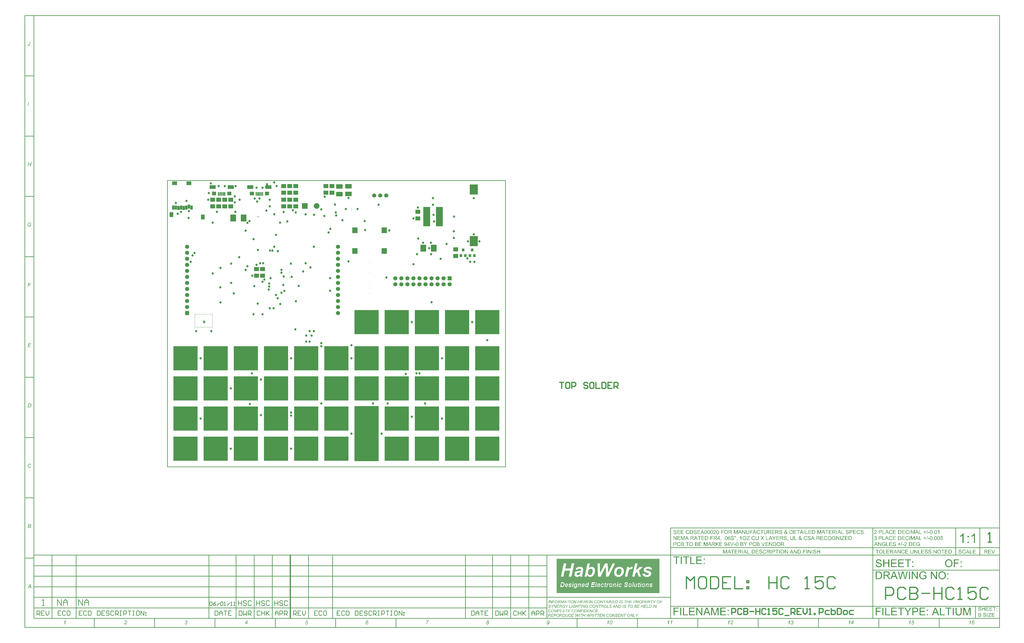
<source format=gts>
%FSLAX25Y25*%
%MOIN*%
G70*
G01*
G75*
G04 Layer_Color=8388736*
%ADD10R,0.08500X0.10799*%
%ADD11R,0.07087X0.06299*%
%ADD12R,0.39370X0.90551*%
%ADD13R,0.39370X0.39370*%
%ADD14R,0.12598X0.15748*%
%ADD15R,0.10630X0.31496*%
%ADD16R,0.09843X0.06693*%
%ADD17R,0.06299X0.05512*%
%ADD18R,0.01575X0.05315*%
%ADD19R,0.09055X0.05118*%
%ADD20R,0.03150X0.05906*%
%ADD21R,0.05512X0.07480*%
%ADD22R,0.07087X0.05512*%
%ADD23R,0.07874X0.08661*%
%ADD24R,0.03543X0.03740*%
%ADD25R,0.03543X0.03740*%
%ADD26C,0.00800*%
%ADD27C,0.01000*%
%ADD28C,0.00700*%
%ADD29C,0.02000*%
%ADD30C,0.00394*%
%ADD31C,0.00400*%
%ADD32C,0.06000*%
%ADD33R,0.06000X0.06000*%
%ADD34C,0.08661*%
%ADD35R,0.08661X0.08661*%
%ADD36R,0.06000X0.06000*%
%ADD37C,0.03000*%
%ADD38C,0.02598*%
%ADD39C,0.04000*%
%ADD40C,0.14630*%
%ADD41C,0.07000*%
G04:AMPARAMS|DCode=42|XSize=90mil|YSize=90mil|CornerRadius=0mil|HoleSize=0mil|Usage=FLASHONLY|Rotation=0.000|XOffset=0mil|YOffset=0mil|HoleType=Round|Shape=Relief|Width=10mil|Gap=10mil|Entries=4|*
%AMTHD42*
7,0,0,0.09000,0.07000,0.01000,45*
%
%ADD42THD42*%
%ADD43C,0.10693*%
%ADD44C,0.07500*%
G04:AMPARAMS|DCode=45|XSize=95mil|YSize=95mil|CornerRadius=0mil|HoleSize=0mil|Usage=FLASHONLY|Rotation=0.000|XOffset=0mil|YOffset=0mil|HoleType=Round|Shape=Relief|Width=10mil|Gap=10mil|Entries=4|*
%AMTHD45*
7,0,0,0.09500,0.07500,0.01000,45*
%
%ADD45THD45*%
G04:AMPARAMS|DCode=46|XSize=75mil|YSize=75mil|CornerRadius=0mil|HoleSize=0mil|Usage=FLASHONLY|Rotation=0.000|XOffset=0mil|YOffset=0mil|HoleType=Round|Shape=Relief|Width=10mil|Gap=10mil|Entries=4|*
%AMTHD46*
7,0,0,0.07500,0.05500,0.01000,45*
%
%ADD46THD46*%
%ADD47C,0.05500*%
G04:AMPARAMS|DCode=48|XSize=72.992mil|YSize=72.992mil|CornerRadius=0mil|HoleSize=0mil|Usage=FLASHONLY|Rotation=0.000|XOffset=0mil|YOffset=0mil|HoleType=Round|Shape=Relief|Width=10mil|Gap=10mil|Entries=4|*
%AMTHD48*
7,0,0,0.07299,0.05299,0.01000,45*
%
%ADD48THD48*%
%ADD49C,0.05299*%
%ADD50R,0.06299X0.07087*%
%ADD51R,0.12598X0.03937*%
%ADD52R,0.04724X0.05512*%
%ADD53R,0.03150X0.06299*%
%ADD54R,0.07874X0.05118*%
%ADD55R,0.10799X0.08500*%
%ADD56O,0.08661X0.02362*%
%ADD57R,0.06299X0.10630*%
%ADD58R,0.10630X0.06299*%
%ADD59R,0.21654X0.05906*%
%ADD60R,0.09843X0.03937*%
%ADD61R,0.23622X0.09843*%
%ADD62R,0.01614X0.04016*%
%ADD63R,0.03740X0.03543*%
%ADD64R,0.03740X0.03543*%
%ADD65O,0.08268X0.01181*%
%ADD66O,0.01181X0.08268*%
%ADD67R,0.02362X0.00787*%
%ADD68R,0.00787X0.02362*%
%ADD69R,0.14173X0.14173*%
%ADD70R,0.14173X0.14173*%
%ADD71R,0.05512X0.04724*%
%ADD72O,0.00984X0.03347*%
%ADD73O,0.03347X0.00984*%
%ADD74R,0.13386X0.13386*%
%ADD75R,0.03937X0.02717*%
%ADD76R,0.04724X0.05512*%
%ADD77R,0.03937X0.12598*%
%ADD78C,0.00984*%
%ADD79C,0.00200*%
%ADD80C,0.00787*%
%ADD81R,0.09300X0.11599*%
%ADD82R,0.07887X0.07099*%
%ADD83R,0.40170X0.91351*%
%ADD84R,0.40170X0.40170*%
%ADD85R,0.13398X0.16548*%
%ADD86R,0.11430X0.32296*%
%ADD87R,0.10642X0.07493*%
%ADD88R,0.07099X0.06312*%
%ADD89R,0.02375X0.06115*%
%ADD90R,0.09855X0.05918*%
%ADD91R,0.03950X0.06706*%
%ADD92R,0.06312X0.08280*%
%ADD93R,0.07887X0.06312*%
%ADD94R,0.08674X0.09461*%
%ADD95R,0.04343X0.04540*%
%ADD96R,0.04343X0.04540*%
%ADD97C,0.00800*%
%ADD98C,0.06800*%
%ADD99R,0.06800X0.06800*%
%ADD100C,0.09461*%
%ADD101R,0.09461X0.09461*%
%ADD102R,0.06800X0.06800*%
%ADD103C,0.03800*%
G36*
X1200729Y-125839D02*
X1196942D01*
Y-127811D01*
X1200485D01*
Y-128562D01*
X1196942D01*
Y-130748D01*
X1200875D01*
Y-131500D01*
X1196093D01*
Y-125088D01*
X1200729D01*
Y-125839D01*
D02*
G37*
G36*
X1223157Y-125068D02*
X1223236Y-125078D01*
X1223323Y-125088D01*
X1223421Y-125097D01*
X1223528Y-125127D01*
X1223763Y-125185D01*
X1224007Y-125273D01*
X1224133Y-125332D01*
X1224251Y-125400D01*
X1224358Y-125488D01*
X1224465Y-125576D01*
X1224475Y-125585D01*
X1224485Y-125595D01*
X1224514Y-125625D01*
X1224553Y-125663D01*
X1224592Y-125722D01*
X1224641Y-125781D01*
X1224739Y-125927D01*
X1224836Y-126112D01*
X1224924Y-126327D01*
X1224992Y-126571D01*
X1225002Y-126708D01*
X1225012Y-126845D01*
Y-126864D01*
Y-126913D01*
X1225002Y-126991D01*
X1224992Y-127088D01*
X1224973Y-127206D01*
X1224944Y-127332D01*
X1224905Y-127469D01*
X1224846Y-127606D01*
X1224836Y-127625D01*
X1224817Y-127674D01*
X1224778Y-127742D01*
X1224719Y-127840D01*
X1224651Y-127957D01*
X1224563Y-128094D01*
X1224446Y-128230D01*
X1224319Y-128387D01*
X1224299Y-128406D01*
X1224251Y-128465D01*
X1224163Y-128552D01*
X1224104Y-128611D01*
X1224036Y-128679D01*
X1223958Y-128757D01*
X1223860Y-128845D01*
X1223763Y-128933D01*
X1223655Y-129041D01*
X1223538Y-129148D01*
X1223401Y-129265D01*
X1223265Y-129382D01*
X1223109Y-129519D01*
X1223099Y-129528D01*
X1223079Y-129548D01*
X1223040Y-129577D01*
X1222991Y-129616D01*
X1222874Y-129714D01*
X1222728Y-129841D01*
X1222582Y-129977D01*
X1222425Y-130114D01*
X1222299Y-130231D01*
X1222250Y-130280D01*
X1222201Y-130329D01*
X1222191Y-130339D01*
X1222172Y-130368D01*
X1222133Y-130407D01*
X1222084Y-130465D01*
X1221976Y-130592D01*
X1221869Y-130748D01*
X1225022D01*
Y-131500D01*
X1220776D01*
Y-131490D01*
Y-131451D01*
Y-131393D01*
X1220786Y-131324D01*
X1220796Y-131246D01*
X1220805Y-131158D01*
X1220835Y-131061D01*
X1220864Y-130963D01*
Y-130953D01*
X1220874Y-130944D01*
X1220893Y-130885D01*
X1220932Y-130807D01*
X1220991Y-130690D01*
X1221059Y-130563D01*
X1221157Y-130417D01*
X1221254Y-130270D01*
X1221381Y-130114D01*
Y-130104D01*
X1221401Y-130095D01*
X1221449Y-130036D01*
X1221527Y-129948D01*
X1221645Y-129831D01*
X1221791Y-129694D01*
X1221967Y-129528D01*
X1222181Y-129343D01*
X1222416Y-129138D01*
X1222425Y-129128D01*
X1222464Y-129099D01*
X1222513Y-129060D01*
X1222582Y-128992D01*
X1222669Y-128923D01*
X1222767Y-128835D01*
X1222982Y-128650D01*
X1223216Y-128426D01*
X1223450Y-128201D01*
X1223567Y-128094D01*
X1223665Y-127986D01*
X1223753Y-127879D01*
X1223831Y-127781D01*
Y-127772D01*
X1223850Y-127762D01*
X1223870Y-127733D01*
X1223889Y-127694D01*
X1223948Y-127596D01*
X1224016Y-127469D01*
X1224085Y-127323D01*
X1224143Y-127167D01*
X1224182Y-126991D01*
X1224202Y-126825D01*
Y-126815D01*
Y-126805D01*
X1224192Y-126747D01*
X1224182Y-126659D01*
X1224163Y-126552D01*
X1224114Y-126425D01*
X1224055Y-126298D01*
X1223977Y-126161D01*
X1223860Y-126034D01*
X1223841Y-126025D01*
X1223802Y-125986D01*
X1223724Y-125937D01*
X1223626Y-125868D01*
X1223499Y-125810D01*
X1223353Y-125761D01*
X1223177Y-125722D01*
X1222982Y-125712D01*
X1222923D01*
X1222884Y-125722D01*
X1222787Y-125732D01*
X1222660Y-125751D01*
X1222513Y-125800D01*
X1222357Y-125859D01*
X1222211Y-125947D01*
X1222074Y-126064D01*
X1222064Y-126083D01*
X1222025Y-126122D01*
X1221967Y-126200D01*
X1221908Y-126308D01*
X1221840Y-126444D01*
X1221791Y-126601D01*
X1221752Y-126786D01*
X1221733Y-127001D01*
X1220922Y-126913D01*
Y-126903D01*
Y-126874D01*
X1220932Y-126825D01*
X1220942Y-126766D01*
X1220961Y-126688D01*
X1220971Y-126601D01*
X1221030Y-126405D01*
X1221108Y-126181D01*
X1221215Y-125956D01*
X1221362Y-125732D01*
X1221440Y-125634D01*
X1221537Y-125537D01*
X1221547Y-125527D01*
X1221567Y-125517D01*
X1221596Y-125488D01*
X1221635Y-125459D01*
X1221693Y-125429D01*
X1221762Y-125381D01*
X1221840Y-125341D01*
X1221928Y-125293D01*
X1222025Y-125254D01*
X1222133Y-125205D01*
X1222260Y-125166D01*
X1222386Y-125136D01*
X1222679Y-125078D01*
X1222835Y-125068D01*
X1223001Y-125058D01*
X1223089D01*
X1223157Y-125068D01*
D02*
G37*
G36*
X1176983Y-131500D02*
X1176026D01*
X1175285Y-129558D01*
X1172591D01*
X1171898Y-131500D01*
X1171000D01*
X1173450Y-125088D01*
X1174377D01*
X1176983Y-131500D01*
D02*
G37*
G36*
X1191906Y-130748D02*
X1195058D01*
Y-131500D01*
X1191057D01*
Y-125088D01*
X1191906D01*
Y-130748D01*
D02*
G37*
G36*
X1212792Y-127977D02*
X1214539D01*
Y-128709D01*
X1212792D01*
Y-130465D01*
X1212051D01*
Y-128709D01*
X1210303D01*
Y-127977D01*
X1212051D01*
Y-126230D01*
X1212792D01*
Y-127977D01*
D02*
G37*
G36*
X1182712Y-131500D02*
X1181843D01*
X1178476Y-126464D01*
Y-131500D01*
X1177666D01*
Y-125088D01*
X1178525D01*
X1181902Y-130124D01*
Y-125088D01*
X1182712D01*
Y-131500D01*
D02*
G37*
G36*
X1231297Y-125097D02*
X1231473Y-125107D01*
X1231668Y-125127D01*
X1231854Y-125156D01*
X1232010Y-125185D01*
X1232020D01*
X1232039Y-125195D01*
X1232059D01*
X1232098Y-125215D01*
X1232205Y-125244D01*
X1232332Y-125293D01*
X1232478Y-125351D01*
X1232634Y-125429D01*
X1232791Y-125527D01*
X1232947Y-125644D01*
X1232957D01*
X1232966Y-125663D01*
X1233035Y-125722D01*
X1233122Y-125820D01*
X1233230Y-125947D01*
X1233357Y-126103D01*
X1233484Y-126288D01*
X1233601Y-126503D01*
X1233708Y-126747D01*
Y-126757D01*
X1233718Y-126776D01*
X1233727Y-126815D01*
X1233747Y-126864D01*
X1233767Y-126923D01*
X1233786Y-127001D01*
X1233815Y-127088D01*
X1233835Y-127186D01*
X1233854Y-127293D01*
X1233884Y-127411D01*
X1233923Y-127664D01*
X1233952Y-127947D01*
X1233962Y-128260D01*
Y-128269D01*
Y-128289D01*
Y-128328D01*
Y-128387D01*
X1233952Y-128445D01*
Y-128523D01*
X1233942Y-128699D01*
X1233923Y-128894D01*
X1233884Y-129119D01*
X1233845Y-129343D01*
X1233786Y-129558D01*
Y-129568D01*
X1233776Y-129587D01*
X1233767Y-129616D01*
X1233757Y-129655D01*
X1233718Y-129753D01*
X1233669Y-129890D01*
X1233610Y-130036D01*
X1233532Y-130192D01*
X1233444Y-130348D01*
X1233347Y-130495D01*
X1233337Y-130514D01*
X1233298Y-130553D01*
X1233249Y-130622D01*
X1233171Y-130709D01*
X1233093Y-130797D01*
X1232986Y-130895D01*
X1232878Y-130992D01*
X1232761Y-131080D01*
X1232751Y-131090D01*
X1232703Y-131110D01*
X1232634Y-131149D01*
X1232547Y-131197D01*
X1232439Y-131246D01*
X1232312Y-131295D01*
X1232166Y-131344D01*
X1232000Y-131393D01*
X1231981D01*
X1231922Y-131412D01*
X1231834Y-131422D01*
X1231707Y-131441D01*
X1231561Y-131461D01*
X1231385Y-131481D01*
X1231190Y-131490D01*
X1230975Y-131500D01*
X1228672D01*
Y-125088D01*
X1231131D01*
X1231297Y-125097D01*
D02*
G37*
G36*
X1239789Y-125839D02*
X1236002D01*
Y-127811D01*
X1239544D01*
Y-128562D01*
X1236002D01*
Y-130748D01*
X1239935D01*
Y-131500D01*
X1235153D01*
Y-125088D01*
X1239789D01*
Y-125839D01*
D02*
G37*
G36*
X1354392Y-242490D02*
X1354461D01*
X1354626Y-242510D01*
X1354822Y-242539D01*
X1355036Y-242578D01*
X1355251Y-242636D01*
X1355456Y-242715D01*
X1355466D01*
X1355476Y-242724D01*
X1355505Y-242734D01*
X1355544Y-242754D01*
X1355641Y-242812D01*
X1355768Y-242881D01*
X1355905Y-242978D01*
X1356042Y-243095D01*
X1356178Y-243232D01*
X1356295Y-243388D01*
X1356305Y-243408D01*
X1356344Y-243466D01*
X1356393Y-243564D01*
X1356442Y-243681D01*
X1356500Y-243827D01*
X1356559Y-244003D01*
X1356598Y-244188D01*
X1356617Y-244393D01*
X1355807Y-244452D01*
Y-244442D01*
Y-244423D01*
X1355798Y-244393D01*
X1355788Y-244354D01*
X1355768Y-244247D01*
X1355729Y-244110D01*
X1355671Y-243964D01*
X1355593Y-243817D01*
X1355485Y-243671D01*
X1355358Y-243544D01*
X1355339Y-243534D01*
X1355290Y-243495D01*
X1355202Y-243447D01*
X1355085Y-243388D01*
X1354929Y-243329D01*
X1354734Y-243281D01*
X1354509Y-243242D01*
X1354246Y-243232D01*
X1354119D01*
X1354060Y-243242D01*
X1353982D01*
X1353816Y-243271D01*
X1353631Y-243300D01*
X1353445Y-243349D01*
X1353270Y-243417D01*
X1353192Y-243466D01*
X1353123Y-243515D01*
X1353114Y-243525D01*
X1353075Y-243564D01*
X1353016Y-243622D01*
X1352957Y-243710D01*
X1352889Y-243808D01*
X1352840Y-243925D01*
X1352801Y-244052D01*
X1352782Y-244198D01*
Y-244218D01*
Y-244257D01*
X1352792Y-244325D01*
X1352811Y-244403D01*
X1352840Y-244491D01*
X1352889Y-244588D01*
X1352948Y-244676D01*
X1353026Y-244764D01*
X1353036Y-244774D01*
X1353084Y-244803D01*
X1353114Y-244823D01*
X1353153Y-244852D01*
X1353211Y-244871D01*
X1353279Y-244901D01*
X1353358Y-244940D01*
X1353445Y-244979D01*
X1353543Y-245008D01*
X1353660Y-245047D01*
X1353797Y-245096D01*
X1353943Y-245135D01*
X1354109Y-245174D01*
X1354295Y-245223D01*
X1354304D01*
X1354343Y-245233D01*
X1354392Y-245242D01*
X1354461Y-245262D01*
X1354548Y-245281D01*
X1354646Y-245311D01*
X1354861Y-245359D01*
X1355095Y-245428D01*
X1355329Y-245496D01*
X1355446Y-245525D01*
X1355544Y-245565D01*
X1355641Y-245603D01*
X1355719Y-245633D01*
X1355729D01*
X1355749Y-245643D01*
X1355768Y-245662D01*
X1355807Y-245682D01*
X1355905Y-245740D01*
X1356032Y-245809D01*
X1356168Y-245906D01*
X1356305Y-246023D01*
X1356432Y-246150D01*
X1356539Y-246287D01*
X1356549Y-246306D01*
X1356578Y-246355D01*
X1356627Y-246433D01*
X1356676Y-246550D01*
X1356725Y-246677D01*
X1356774Y-246833D01*
X1356803Y-247009D01*
X1356813Y-247194D01*
Y-247204D01*
Y-247214D01*
Y-247243D01*
Y-247282D01*
X1356793Y-247380D01*
X1356774Y-247507D01*
X1356744Y-247653D01*
X1356686Y-247819D01*
X1356617Y-247995D01*
X1356520Y-248161D01*
X1356510Y-248180D01*
X1356461Y-248239D01*
X1356403Y-248317D01*
X1356305Y-248414D01*
X1356188Y-248532D01*
X1356042Y-248649D01*
X1355866Y-248756D01*
X1355671Y-248863D01*
X1355661D01*
X1355641Y-248873D01*
X1355612Y-248883D01*
X1355573Y-248902D01*
X1355524Y-248922D01*
X1355466Y-248941D01*
X1355310Y-248980D01*
X1355134Y-249029D01*
X1354919Y-249068D01*
X1354695Y-249098D01*
X1354441Y-249107D01*
X1354295D01*
X1354226Y-249098D01*
X1354138D01*
X1354041Y-249088D01*
X1353933Y-249078D01*
X1353709Y-249049D01*
X1353465Y-249000D01*
X1353221Y-248941D01*
X1352987Y-248863D01*
X1352977D01*
X1352957Y-248854D01*
X1352928Y-248834D01*
X1352889Y-248815D01*
X1352782Y-248756D01*
X1352655Y-248668D01*
X1352499Y-248561D01*
X1352352Y-248434D01*
X1352196Y-248278D01*
X1352059Y-248102D01*
Y-248092D01*
X1352050Y-248083D01*
X1352030Y-248053D01*
X1352011Y-248014D01*
X1351981Y-247965D01*
X1351952Y-247907D01*
X1351894Y-247761D01*
X1351835Y-247595D01*
X1351777Y-247390D01*
X1351737Y-247175D01*
X1351718Y-246941D01*
X1352518Y-246872D01*
Y-246882D01*
Y-246892D01*
X1352528Y-246950D01*
X1352547Y-247038D01*
X1352567Y-247155D01*
X1352606Y-247282D01*
X1352645Y-247419D01*
X1352704Y-247546D01*
X1352772Y-247673D01*
X1352782Y-247682D01*
X1352811Y-247721D01*
X1352860Y-247780D01*
X1352938Y-247848D01*
X1353026Y-247926D01*
X1353133Y-248014D01*
X1353270Y-248092D01*
X1353416Y-248170D01*
X1353426D01*
X1353436Y-248180D01*
X1353494Y-248200D01*
X1353582Y-248229D01*
X1353709Y-248258D01*
X1353846Y-248297D01*
X1354021Y-248327D01*
X1354207Y-248346D01*
X1354402Y-248356D01*
X1354480D01*
X1354578Y-248346D01*
X1354685Y-248336D01*
X1354822Y-248327D01*
X1354958Y-248297D01*
X1355105Y-248268D01*
X1355251Y-248219D01*
X1355271Y-248209D01*
X1355310Y-248190D01*
X1355378Y-248161D01*
X1355456Y-248112D01*
X1355554Y-248053D01*
X1355641Y-247985D01*
X1355729Y-247907D01*
X1355807Y-247819D01*
X1355817Y-247809D01*
X1355837Y-247770D01*
X1355866Y-247721D01*
X1355905Y-247653D01*
X1355934Y-247575D01*
X1355964Y-247477D01*
X1355983Y-247380D01*
X1355993Y-247272D01*
Y-247263D01*
Y-247224D01*
X1355983Y-247165D01*
X1355973Y-247097D01*
X1355954Y-247009D01*
X1355915Y-246921D01*
X1355876Y-246833D01*
X1355817Y-246745D01*
X1355807Y-246736D01*
X1355788Y-246706D01*
X1355739Y-246667D01*
X1355680Y-246609D01*
X1355602Y-246550D01*
X1355505Y-246492D01*
X1355378Y-246423D01*
X1355241Y-246365D01*
X1355231Y-246355D01*
X1355192Y-246345D01*
X1355114Y-246326D01*
X1355066Y-246306D01*
X1355007Y-246287D01*
X1354929Y-246267D01*
X1354851Y-246248D01*
X1354753Y-246218D01*
X1354656Y-246189D01*
X1354539Y-246160D01*
X1354402Y-246131D01*
X1354255Y-246092D01*
X1354099Y-246053D01*
X1354090D01*
X1354060Y-246043D01*
X1354012Y-246033D01*
X1353953Y-246013D01*
X1353885Y-245994D01*
X1353807Y-245974D01*
X1353621Y-245926D01*
X1353416Y-245857D01*
X1353211Y-245789D01*
X1353026Y-245721D01*
X1352938Y-245691D01*
X1352870Y-245652D01*
X1352860D01*
X1352850Y-245643D01*
X1352792Y-245603D01*
X1352713Y-245555D01*
X1352616Y-245486D01*
X1352499Y-245399D01*
X1352391Y-245301D01*
X1352284Y-245184D01*
X1352186Y-245057D01*
X1352177Y-245037D01*
X1352147Y-244989D01*
X1352118Y-244920D01*
X1352079Y-244823D01*
X1352030Y-244706D01*
X1352001Y-244569D01*
X1351972Y-244413D01*
X1351962Y-244257D01*
Y-244247D01*
Y-244237D01*
Y-244208D01*
Y-244169D01*
X1351981Y-244081D01*
X1352001Y-243964D01*
X1352030Y-243817D01*
X1352079Y-243671D01*
X1352147Y-243505D01*
X1352235Y-243349D01*
Y-243339D01*
X1352245Y-243329D01*
X1352284Y-243281D01*
X1352352Y-243203D01*
X1352440Y-243105D01*
X1352547Y-243007D01*
X1352684Y-242900D01*
X1352850Y-242793D01*
X1353036Y-242705D01*
X1353045D01*
X1353055Y-242695D01*
X1353084Y-242685D01*
X1353133Y-242666D01*
X1353182Y-242656D01*
X1353240Y-242636D01*
X1353377Y-242588D01*
X1353553Y-242549D01*
X1353748Y-242519D01*
X1353973Y-242490D01*
X1354207Y-242480D01*
X1354324D01*
X1354392Y-242490D01*
D02*
G37*
G36*
X1319407Y-126500D02*
X1317430D01*
Y-113953D01*
X1317406Y-113978D01*
X1317308Y-114075D01*
X1317137Y-114197D01*
X1316917Y-114368D01*
X1316649Y-114588D01*
X1316332Y-114808D01*
X1315965Y-115076D01*
X1315550Y-115320D01*
X1315526D01*
X1315502Y-115345D01*
X1315355Y-115442D01*
X1315135Y-115564D01*
X1314867Y-115711D01*
X1314550Y-115882D01*
X1314208Y-116028D01*
X1313842Y-116199D01*
X1313500Y-116345D01*
Y-114417D01*
X1313524D01*
X1313573Y-114393D01*
X1313671Y-114344D01*
X1313768Y-114271D01*
X1313915Y-114197D01*
X1314086Y-114124D01*
X1314476Y-113904D01*
X1314916Y-113636D01*
X1315404Y-113319D01*
X1315892Y-112952D01*
X1316356Y-112562D01*
X1316380Y-112538D01*
X1316405Y-112513D01*
X1316551Y-112367D01*
X1316771Y-112147D01*
X1317039Y-111878D01*
X1317332Y-111537D01*
X1317625Y-111170D01*
X1317894Y-110780D01*
X1318114Y-110389D01*
X1319407D01*
Y-126500D01*
D02*
G37*
G36*
X1364904Y-243339D02*
X1361302Y-247790D01*
X1360912Y-248249D01*
X1365011D01*
Y-249000D01*
X1359946D01*
Y-248219D01*
X1363215Y-244110D01*
Y-244100D01*
X1363235Y-244091D01*
X1363274Y-244032D01*
X1363342Y-243954D01*
X1363430Y-243847D01*
X1363537Y-243730D01*
X1363645Y-243603D01*
X1363772Y-243466D01*
X1363889Y-243339D01*
X1360316D01*
Y-242588D01*
X1364904D01*
Y-243339D01*
D02*
G37*
G36*
X1370584D02*
X1366797D01*
Y-245311D01*
X1370340D01*
Y-246062D01*
X1366797D01*
Y-248249D01*
X1370730D01*
Y-249000D01*
X1365948D01*
Y-242588D01*
X1370584D01*
Y-243339D01*
D02*
G37*
G36*
X1327780Y-117127D02*
X1325534D01*
Y-114881D01*
X1327780D01*
Y-117127D01*
D02*
G37*
G36*
X1215672Y-131607D02*
X1215047D01*
X1216901Y-124980D01*
X1217526D01*
X1215672Y-131607D01*
D02*
G37*
G36*
X1327780Y-126500D02*
X1325534D01*
Y-124254D01*
X1327780D01*
Y-126500D01*
D02*
G37*
G36*
X1338081D02*
X1336104D01*
Y-113953D01*
X1336079Y-113978D01*
X1335982Y-114075D01*
X1335811Y-114197D01*
X1335591Y-114368D01*
X1335322Y-114588D01*
X1335005Y-114808D01*
X1334639Y-115076D01*
X1334224Y-115320D01*
X1334200D01*
X1334175Y-115345D01*
X1334029Y-115442D01*
X1333809Y-115564D01*
X1333541Y-115711D01*
X1333223Y-115882D01*
X1332882Y-116028D01*
X1332515Y-116199D01*
X1332174Y-116345D01*
Y-114417D01*
X1332198D01*
X1332247Y-114393D01*
X1332345Y-114344D01*
X1332442Y-114271D01*
X1332589Y-114197D01*
X1332759Y-114124D01*
X1333150Y-113904D01*
X1333589Y-113636D01*
X1334078Y-113319D01*
X1334566Y-112952D01*
X1335030Y-112562D01*
X1335054Y-112538D01*
X1335078Y-112513D01*
X1335225Y-112367D01*
X1335445Y-112147D01*
X1335713Y-111878D01*
X1336006Y-111537D01*
X1336299Y-111170D01*
X1336567Y-110780D01*
X1336787Y-110389D01*
X1338081D01*
Y-126500D01*
D02*
G37*
G36*
X1220229Y-129577D02*
X1217819D01*
Y-128787D01*
X1220229D01*
Y-129577D01*
D02*
G37*
G36*
X1206819Y-115839D02*
X1203032D01*
Y-117811D01*
X1206575D01*
Y-118562D01*
X1203032D01*
Y-120748D01*
X1206966D01*
Y-121500D01*
X1202183D01*
Y-115088D01*
X1206819D01*
Y-115839D01*
D02*
G37*
G36*
X1213251Y-115097D02*
X1213427Y-115107D01*
X1213622Y-115127D01*
X1213807Y-115156D01*
X1213964Y-115185D01*
X1213973D01*
X1213993Y-115195D01*
X1214012D01*
X1214051Y-115215D01*
X1214159Y-115244D01*
X1214286Y-115293D01*
X1214432Y-115351D01*
X1214588Y-115429D01*
X1214744Y-115527D01*
X1214900Y-115644D01*
X1214910D01*
X1214920Y-115664D01*
X1214988Y-115722D01*
X1215076Y-115820D01*
X1215184Y-115947D01*
X1215310Y-116103D01*
X1215437Y-116288D01*
X1215554Y-116503D01*
X1215662Y-116747D01*
Y-116757D01*
X1215672Y-116776D01*
X1215681Y-116815D01*
X1215701Y-116864D01*
X1215720Y-116923D01*
X1215740Y-117001D01*
X1215769Y-117088D01*
X1215789Y-117186D01*
X1215808Y-117293D01*
X1215837Y-117411D01*
X1215876Y-117664D01*
X1215906Y-117947D01*
X1215915Y-118260D01*
Y-118269D01*
Y-118289D01*
Y-118328D01*
Y-118387D01*
X1215906Y-118445D01*
Y-118523D01*
X1215896Y-118699D01*
X1215876Y-118894D01*
X1215837Y-119119D01*
X1215798Y-119343D01*
X1215740Y-119558D01*
Y-119568D01*
X1215730Y-119587D01*
X1215720Y-119616D01*
X1215711Y-119655D01*
X1215672Y-119753D01*
X1215623Y-119890D01*
X1215564Y-120036D01*
X1215486Y-120192D01*
X1215398Y-120348D01*
X1215301Y-120495D01*
X1215291Y-120514D01*
X1215252Y-120553D01*
X1215203Y-120622D01*
X1215125Y-120709D01*
X1215047Y-120797D01*
X1214939Y-120895D01*
X1214832Y-120993D01*
X1214715Y-121080D01*
X1214705Y-121090D01*
X1214657Y-121110D01*
X1214588Y-121149D01*
X1214500Y-121197D01*
X1214393Y-121246D01*
X1214266Y-121295D01*
X1214120Y-121344D01*
X1213954Y-121393D01*
X1213934D01*
X1213876Y-121412D01*
X1213788Y-121422D01*
X1213661Y-121441D01*
X1213515Y-121461D01*
X1213339Y-121481D01*
X1213144Y-121490D01*
X1212929Y-121500D01*
X1210626D01*
Y-115088D01*
X1213085D01*
X1213251Y-115097D01*
D02*
G37*
G36*
X1185562Y-120748D02*
X1188714D01*
Y-121500D01*
X1184713D01*
Y-115088D01*
X1185562D01*
Y-120748D01*
D02*
G37*
G36*
X1195010Y-121500D02*
X1194053D01*
X1193311Y-119558D01*
X1190618D01*
X1189925Y-121500D01*
X1189027D01*
X1191477Y-115088D01*
X1192404D01*
X1195010Y-121500D01*
D02*
G37*
G36*
X1244747D02*
X1243790D01*
X1243048Y-119558D01*
X1240355D01*
X1239662Y-121500D01*
X1238764D01*
X1241213Y-115088D01*
X1242141D01*
X1244747Y-121500D01*
D02*
G37*
G36*
X1246250Y-120748D02*
X1249402D01*
Y-121500D01*
X1245401D01*
Y-115088D01*
X1246250D01*
Y-120748D01*
D02*
G37*
G36*
X1221742Y-115839D02*
X1217955D01*
Y-117811D01*
X1221498D01*
Y-118562D01*
X1217955D01*
Y-120748D01*
X1221889D01*
Y-121500D01*
X1217106D01*
Y-115088D01*
X1221742D01*
Y-115839D01*
D02*
G37*
G36*
X1230517Y-121500D02*
X1229667D01*
Y-115088D01*
X1230517D01*
Y-121500D01*
D02*
G37*
G36*
X1204438Y-124990D02*
X1204506D01*
X1204672Y-125010D01*
X1204867Y-125039D01*
X1205082Y-125078D01*
X1205297Y-125136D01*
X1205502Y-125215D01*
X1205511D01*
X1205521Y-125224D01*
X1205550Y-125234D01*
X1205589Y-125254D01*
X1205687Y-125312D01*
X1205814Y-125381D01*
X1205951Y-125478D01*
X1206087Y-125595D01*
X1206224Y-125732D01*
X1206341Y-125888D01*
X1206351Y-125908D01*
X1206390Y-125966D01*
X1206439Y-126064D01*
X1206487Y-126181D01*
X1206546Y-126327D01*
X1206604Y-126503D01*
X1206643Y-126688D01*
X1206663Y-126893D01*
X1205853Y-126952D01*
Y-126942D01*
Y-126923D01*
X1205843Y-126893D01*
X1205833Y-126854D01*
X1205814Y-126747D01*
X1205775Y-126610D01*
X1205716Y-126464D01*
X1205638Y-126317D01*
X1205531Y-126171D01*
X1205404Y-126044D01*
X1205385Y-126034D01*
X1205336Y-125995D01*
X1205248Y-125947D01*
X1205131Y-125888D01*
X1204975Y-125829D01*
X1204779Y-125781D01*
X1204555Y-125742D01*
X1204291Y-125732D01*
X1204165D01*
X1204106Y-125742D01*
X1204028D01*
X1203862Y-125771D01*
X1203677Y-125800D01*
X1203491Y-125849D01*
X1203315Y-125917D01*
X1203237Y-125966D01*
X1203169Y-126015D01*
X1203159Y-126025D01*
X1203120Y-126064D01*
X1203062Y-126122D01*
X1203003Y-126210D01*
X1202935Y-126308D01*
X1202886Y-126425D01*
X1202847Y-126552D01*
X1202827Y-126698D01*
Y-126718D01*
Y-126757D01*
X1202837Y-126825D01*
X1202857Y-126903D01*
X1202886Y-126991D01*
X1202935Y-127088D01*
X1202993Y-127176D01*
X1203071Y-127264D01*
X1203081Y-127274D01*
X1203130Y-127303D01*
X1203159Y-127323D01*
X1203198Y-127352D01*
X1203257Y-127372D01*
X1203325Y-127401D01*
X1203403Y-127440D01*
X1203491Y-127479D01*
X1203589Y-127508D01*
X1203706Y-127547D01*
X1203842Y-127596D01*
X1203989Y-127635D01*
X1204155Y-127674D01*
X1204340Y-127723D01*
X1204350D01*
X1204389Y-127733D01*
X1204438Y-127742D01*
X1204506Y-127762D01*
X1204594Y-127781D01*
X1204692Y-127811D01*
X1204906Y-127859D01*
X1205140Y-127928D01*
X1205375Y-127996D01*
X1205492Y-128025D01*
X1205589Y-128065D01*
X1205687Y-128103D01*
X1205765Y-128133D01*
X1205775D01*
X1205794Y-128143D01*
X1205814Y-128162D01*
X1205853Y-128182D01*
X1205951Y-128240D01*
X1206077Y-128308D01*
X1206214Y-128406D01*
X1206351Y-128523D01*
X1206478Y-128650D01*
X1206585Y-128787D01*
X1206595Y-128806D01*
X1206624Y-128855D01*
X1206673Y-128933D01*
X1206722Y-129050D01*
X1206770Y-129177D01*
X1206819Y-129333D01*
X1206849Y-129509D01*
X1206858Y-129694D01*
Y-129704D01*
Y-129714D01*
Y-129743D01*
Y-129782D01*
X1206839Y-129880D01*
X1206819Y-130007D01*
X1206790Y-130153D01*
X1206731Y-130319D01*
X1206663Y-130495D01*
X1206565Y-130661D01*
X1206556Y-130680D01*
X1206507Y-130739D01*
X1206448Y-130817D01*
X1206351Y-130914D01*
X1206234Y-131032D01*
X1206087Y-131149D01*
X1205912Y-131256D01*
X1205716Y-131363D01*
X1205707D01*
X1205687Y-131373D01*
X1205658Y-131383D01*
X1205619Y-131402D01*
X1205570Y-131422D01*
X1205511Y-131441D01*
X1205355Y-131481D01*
X1205180Y-131529D01*
X1204965Y-131568D01*
X1204740Y-131598D01*
X1204487Y-131607D01*
X1204340D01*
X1204272Y-131598D01*
X1204184D01*
X1204086Y-131588D01*
X1203979Y-131578D01*
X1203755Y-131549D01*
X1203511Y-131500D01*
X1203267Y-131441D01*
X1203032Y-131363D01*
X1203023D01*
X1203003Y-131354D01*
X1202974Y-131334D01*
X1202935Y-131315D01*
X1202827Y-131256D01*
X1202701Y-131168D01*
X1202544Y-131061D01*
X1202398Y-130934D01*
X1202242Y-130778D01*
X1202105Y-130602D01*
Y-130592D01*
X1202095Y-130583D01*
X1202076Y-130553D01*
X1202056Y-130514D01*
X1202027Y-130465D01*
X1201998Y-130407D01*
X1201939Y-130261D01*
X1201881Y-130095D01*
X1201822Y-129890D01*
X1201783Y-129675D01*
X1201764Y-129441D01*
X1202564Y-129372D01*
Y-129382D01*
Y-129392D01*
X1202574Y-129450D01*
X1202593Y-129538D01*
X1202613Y-129655D01*
X1202652Y-129782D01*
X1202691Y-129919D01*
X1202749Y-130046D01*
X1202818Y-130173D01*
X1202827Y-130182D01*
X1202857Y-130221D01*
X1202905Y-130280D01*
X1202983Y-130348D01*
X1203071Y-130426D01*
X1203179Y-130514D01*
X1203315Y-130592D01*
X1203462Y-130670D01*
X1203471D01*
X1203481Y-130680D01*
X1203540Y-130700D01*
X1203628Y-130729D01*
X1203755Y-130758D01*
X1203891Y-130797D01*
X1204067Y-130827D01*
X1204252Y-130846D01*
X1204447Y-130856D01*
X1204526D01*
X1204623Y-130846D01*
X1204731Y-130836D01*
X1204867Y-130827D01*
X1205004Y-130797D01*
X1205150Y-130768D01*
X1205297Y-130719D01*
X1205316Y-130709D01*
X1205355Y-130690D01*
X1205424Y-130661D01*
X1205502Y-130612D01*
X1205599Y-130553D01*
X1205687Y-130485D01*
X1205775Y-130407D01*
X1205853Y-130319D01*
X1205863Y-130309D01*
X1205882Y-130270D01*
X1205912Y-130221D01*
X1205951Y-130153D01*
X1205980Y-130075D01*
X1206009Y-129977D01*
X1206029Y-129880D01*
X1206038Y-129772D01*
Y-129763D01*
Y-129724D01*
X1206029Y-129665D01*
X1206019Y-129597D01*
X1205999Y-129509D01*
X1205960Y-129421D01*
X1205921Y-129333D01*
X1205863Y-129245D01*
X1205853Y-129236D01*
X1205833Y-129206D01*
X1205785Y-129167D01*
X1205726Y-129109D01*
X1205648Y-129050D01*
X1205550Y-128992D01*
X1205424Y-128923D01*
X1205287Y-128865D01*
X1205277Y-128855D01*
X1205238Y-128845D01*
X1205160Y-128826D01*
X1205111Y-128806D01*
X1205053Y-128787D01*
X1204975Y-128767D01*
X1204897Y-128748D01*
X1204799Y-128718D01*
X1204701Y-128689D01*
X1204584Y-128660D01*
X1204447Y-128631D01*
X1204301Y-128592D01*
X1204145Y-128552D01*
X1204135D01*
X1204106Y-128543D01*
X1204057Y-128533D01*
X1203999Y-128513D01*
X1203930Y-128494D01*
X1203852Y-128474D01*
X1203667Y-128426D01*
X1203462Y-128357D01*
X1203257Y-128289D01*
X1203071Y-128221D01*
X1202983Y-128191D01*
X1202915Y-128152D01*
X1202905D01*
X1202896Y-128143D01*
X1202837Y-128103D01*
X1202759Y-128055D01*
X1202661Y-127986D01*
X1202544Y-127899D01*
X1202437Y-127801D01*
X1202330Y-127684D01*
X1202232Y-127557D01*
X1202222Y-127537D01*
X1202193Y-127489D01*
X1202164Y-127420D01*
X1202125Y-127323D01*
X1202076Y-127206D01*
X1202047Y-127069D01*
X1202017Y-126913D01*
X1202007Y-126757D01*
Y-126747D01*
Y-126737D01*
Y-126708D01*
Y-126669D01*
X1202027Y-126581D01*
X1202047Y-126464D01*
X1202076Y-126317D01*
X1202125Y-126171D01*
X1202193Y-126005D01*
X1202281Y-125849D01*
Y-125839D01*
X1202291Y-125829D01*
X1202330Y-125781D01*
X1202398Y-125703D01*
X1202486Y-125605D01*
X1202593Y-125507D01*
X1202730Y-125400D01*
X1202896Y-125293D01*
X1203081Y-125205D01*
X1203091D01*
X1203101Y-125195D01*
X1203130Y-125185D01*
X1203179Y-125166D01*
X1203228Y-125156D01*
X1203286Y-125136D01*
X1203423Y-125088D01*
X1203598Y-125049D01*
X1203794Y-125019D01*
X1204018Y-124990D01*
X1204252Y-124980D01*
X1204369D01*
X1204438Y-124990D01*
D02*
G37*
G36*
X1258069Y-121607D02*
X1257444D01*
X1259299Y-114980D01*
X1259923D01*
X1258069Y-121607D01*
D02*
G37*
G36*
X1187299Y-124990D02*
X1187377D01*
X1187543Y-125010D01*
X1187729Y-125039D01*
X1187943Y-125078D01*
X1188158Y-125136D01*
X1188373Y-125215D01*
X1188383D01*
X1188402Y-125224D01*
X1188431Y-125234D01*
X1188470Y-125254D01*
X1188568Y-125302D01*
X1188695Y-125381D01*
X1188841Y-125468D01*
X1188988Y-125576D01*
X1189134Y-125693D01*
X1189261Y-125839D01*
X1189271Y-125859D01*
X1189310Y-125908D01*
X1189368Y-125995D01*
X1189446Y-126122D01*
X1189524Y-126269D01*
X1189603Y-126444D01*
X1189681Y-126649D01*
X1189749Y-126883D01*
X1188978Y-127098D01*
Y-127088D01*
X1188968Y-127079D01*
X1188958Y-127020D01*
X1188919Y-126932D01*
X1188880Y-126815D01*
X1188832Y-126698D01*
X1188773Y-126571D01*
X1188705Y-126444D01*
X1188627Y-126327D01*
X1188617Y-126317D01*
X1188587Y-126278D01*
X1188539Y-126230D01*
X1188470Y-126161D01*
X1188383Y-126093D01*
X1188275Y-126015D01*
X1188158Y-125947D01*
X1188012Y-125878D01*
X1187992Y-125868D01*
X1187943Y-125849D01*
X1187856Y-125820D01*
X1187748Y-125790D01*
X1187621Y-125761D01*
X1187475Y-125732D01*
X1187309Y-125712D01*
X1187133Y-125703D01*
X1187036D01*
X1186928Y-125712D01*
X1186792Y-125722D01*
X1186635Y-125751D01*
X1186460Y-125781D01*
X1186294Y-125829D01*
X1186128Y-125888D01*
X1186108Y-125898D01*
X1186060Y-125917D01*
X1185982Y-125956D01*
X1185884Y-126015D01*
X1185777Y-126083D01*
X1185660Y-126161D01*
X1185552Y-126249D01*
X1185445Y-126356D01*
X1185435Y-126366D01*
X1185406Y-126405D01*
X1185357Y-126464D01*
X1185298Y-126542D01*
X1185230Y-126639D01*
X1185162Y-126747D01*
X1185103Y-126864D01*
X1185045Y-126991D01*
Y-127001D01*
X1185035Y-127020D01*
X1185025Y-127049D01*
X1185006Y-127098D01*
X1184986Y-127147D01*
X1184967Y-127215D01*
X1184927Y-127372D01*
X1184879Y-127567D01*
X1184840Y-127781D01*
X1184810Y-128025D01*
X1184801Y-128279D01*
Y-128289D01*
Y-128318D01*
Y-128357D01*
X1184810Y-128426D01*
Y-128494D01*
X1184820Y-128582D01*
X1184830Y-128679D01*
X1184840Y-128777D01*
X1184869Y-129011D01*
X1184927Y-129255D01*
X1184996Y-129489D01*
X1185093Y-129724D01*
Y-129733D01*
X1185103Y-129753D01*
X1185123Y-129782D01*
X1185152Y-129821D01*
X1185220Y-129919D01*
X1185308Y-130046D01*
X1185425Y-130182D01*
X1185572Y-130329D01*
X1185747Y-130465D01*
X1185943Y-130583D01*
X1185952D01*
X1185972Y-130592D01*
X1186001Y-130612D01*
X1186040Y-130622D01*
X1186089Y-130641D01*
X1186157Y-130670D01*
X1186304Y-130719D01*
X1186489Y-130768D01*
X1186684Y-130817D01*
X1186909Y-130846D01*
X1187143Y-130856D01*
X1187241D01*
X1187348Y-130846D01*
X1187485Y-130827D01*
X1187641Y-130807D01*
X1187826Y-130768D01*
X1188021Y-130719D01*
X1188217Y-130651D01*
X1188226D01*
X1188236Y-130641D01*
X1188265Y-130631D01*
X1188305Y-130612D01*
X1188402Y-130573D01*
X1188519Y-130514D01*
X1188646Y-130446D01*
X1188773Y-130368D01*
X1188900Y-130280D01*
X1189017Y-130192D01*
Y-128982D01*
X1187133D01*
Y-128230D01*
X1189847D01*
Y-130612D01*
X1189837Y-130622D01*
X1189817Y-130631D01*
X1189788Y-130661D01*
X1189739Y-130690D01*
X1189681Y-130739D01*
X1189612Y-130778D01*
X1189446Y-130895D01*
X1189251Y-131012D01*
X1189036Y-131139D01*
X1188793Y-131256D01*
X1188548Y-131363D01*
X1188539D01*
X1188519Y-131373D01*
X1188480Y-131383D01*
X1188431Y-131402D01*
X1188373Y-131422D01*
X1188305Y-131441D01*
X1188217Y-131461D01*
X1188129Y-131481D01*
X1187924Y-131529D01*
X1187699Y-131568D01*
X1187446Y-131598D01*
X1187192Y-131607D01*
X1187104D01*
X1187036Y-131598D01*
X1186948D01*
X1186850Y-131588D01*
X1186743Y-131578D01*
X1186626Y-131559D01*
X1186353Y-131510D01*
X1186069Y-131441D01*
X1185767Y-131344D01*
X1185474Y-131207D01*
X1185464Y-131197D01*
X1185445Y-131188D01*
X1185396Y-131168D01*
X1185347Y-131129D01*
X1185279Y-131090D01*
X1185211Y-131041D01*
X1185045Y-130914D01*
X1184849Y-130748D01*
X1184664Y-130543D01*
X1184479Y-130309D01*
X1184313Y-130046D01*
Y-130036D01*
X1184293Y-130007D01*
X1184274Y-129968D01*
X1184254Y-129909D01*
X1184225Y-129841D01*
X1184186Y-129753D01*
X1184157Y-129655D01*
X1184117Y-129538D01*
X1184078Y-129421D01*
X1184049Y-129285D01*
X1183981Y-128992D01*
X1183942Y-128670D01*
X1183922Y-128328D01*
Y-128318D01*
Y-128289D01*
Y-128240D01*
X1183932Y-128172D01*
Y-128084D01*
X1183942Y-127986D01*
X1183951Y-127879D01*
X1183971Y-127762D01*
X1184020Y-127489D01*
X1184088Y-127196D01*
X1184186Y-126883D01*
X1184313Y-126581D01*
Y-126571D01*
X1184332Y-126542D01*
X1184352Y-126503D01*
X1184381Y-126444D01*
X1184430Y-126376D01*
X1184479Y-126308D01*
X1184596Y-126122D01*
X1184762Y-125927D01*
X1184947Y-125732D01*
X1185181Y-125546D01*
X1185298Y-125459D01*
X1185435Y-125381D01*
X1185445D01*
X1185464Y-125361D01*
X1185513Y-125341D01*
X1185562Y-125322D01*
X1185630Y-125283D01*
X1185718Y-125254D01*
X1185816Y-125215D01*
X1185923Y-125175D01*
X1186040Y-125146D01*
X1186167Y-125107D01*
X1186460Y-125039D01*
X1186772Y-125000D01*
X1187123Y-124980D01*
X1187241D01*
X1187299Y-124990D01*
D02*
G37*
G36*
X1244268D02*
X1244346D01*
X1244512Y-125010D01*
X1244698Y-125039D01*
X1244913Y-125078D01*
X1245127Y-125136D01*
X1245342Y-125215D01*
X1245352D01*
X1245371Y-125224D01*
X1245401Y-125234D01*
X1245440Y-125254D01*
X1245537Y-125302D01*
X1245664Y-125381D01*
X1245810Y-125468D01*
X1245957Y-125576D01*
X1246103Y-125693D01*
X1246230Y-125839D01*
X1246240Y-125859D01*
X1246279Y-125908D01*
X1246337Y-125995D01*
X1246416Y-126122D01*
X1246494Y-126269D01*
X1246572Y-126444D01*
X1246650Y-126649D01*
X1246718Y-126883D01*
X1245947Y-127098D01*
Y-127088D01*
X1245937Y-127079D01*
X1245928Y-127020D01*
X1245889Y-126932D01*
X1245849Y-126815D01*
X1245801Y-126698D01*
X1245742Y-126571D01*
X1245674Y-126444D01*
X1245596Y-126327D01*
X1245586Y-126317D01*
X1245557Y-126278D01*
X1245508Y-126230D01*
X1245440Y-126161D01*
X1245352Y-126093D01*
X1245244Y-126015D01*
X1245127Y-125947D01*
X1244981Y-125878D01*
X1244961Y-125868D01*
X1244913Y-125849D01*
X1244825Y-125820D01*
X1244717Y-125790D01*
X1244590Y-125761D01*
X1244444Y-125732D01*
X1244278Y-125712D01*
X1244102Y-125703D01*
X1244005D01*
X1243897Y-125712D01*
X1243761Y-125722D01*
X1243605Y-125751D01*
X1243429Y-125781D01*
X1243263Y-125829D01*
X1243097Y-125888D01*
X1243078Y-125898D01*
X1243029Y-125917D01*
X1242951Y-125956D01*
X1242853Y-126015D01*
X1242746Y-126083D01*
X1242629Y-126161D01*
X1242521Y-126249D01*
X1242414Y-126356D01*
X1242404Y-126366D01*
X1242375Y-126405D01*
X1242326Y-126464D01*
X1242268Y-126542D01*
X1242199Y-126639D01*
X1242131Y-126747D01*
X1242072Y-126864D01*
X1242014Y-126991D01*
Y-127001D01*
X1242004Y-127020D01*
X1241994Y-127049D01*
X1241975Y-127098D01*
X1241955Y-127147D01*
X1241936Y-127215D01*
X1241897Y-127372D01*
X1241848Y-127567D01*
X1241809Y-127781D01*
X1241780Y-128025D01*
X1241770Y-128279D01*
Y-128289D01*
Y-128318D01*
Y-128357D01*
X1241780Y-128426D01*
Y-128494D01*
X1241789Y-128582D01*
X1241799Y-128679D01*
X1241809Y-128777D01*
X1241838Y-129011D01*
X1241897Y-129255D01*
X1241965Y-129489D01*
X1242063Y-129724D01*
Y-129733D01*
X1242072Y-129753D01*
X1242092Y-129782D01*
X1242121Y-129821D01*
X1242189Y-129919D01*
X1242277Y-130046D01*
X1242394Y-130182D01*
X1242541Y-130329D01*
X1242717Y-130465D01*
X1242912Y-130583D01*
X1242921D01*
X1242941Y-130592D01*
X1242970Y-130612D01*
X1243009Y-130622D01*
X1243058Y-130641D01*
X1243126Y-130670D01*
X1243273Y-130719D01*
X1243458Y-130768D01*
X1243653Y-130817D01*
X1243878Y-130846D01*
X1244112Y-130856D01*
X1244210D01*
X1244317Y-130846D01*
X1244454Y-130827D01*
X1244610Y-130807D01*
X1244795Y-130768D01*
X1244991Y-130719D01*
X1245186Y-130651D01*
X1245195D01*
X1245205Y-130641D01*
X1245235Y-130631D01*
X1245274Y-130612D01*
X1245371Y-130573D01*
X1245488Y-130514D01*
X1245615Y-130446D01*
X1245742Y-130368D01*
X1245869Y-130280D01*
X1245986Y-130192D01*
Y-128982D01*
X1244102D01*
Y-128230D01*
X1246816D01*
Y-130612D01*
X1246806Y-130622D01*
X1246786Y-130631D01*
X1246757Y-130661D01*
X1246708Y-130690D01*
X1246650Y-130739D01*
X1246581Y-130778D01*
X1246416Y-130895D01*
X1246220Y-131012D01*
X1246006Y-131139D01*
X1245762Y-131256D01*
X1245518Y-131363D01*
X1245508D01*
X1245488Y-131373D01*
X1245449Y-131383D01*
X1245401Y-131402D01*
X1245342Y-131422D01*
X1245274Y-131441D01*
X1245186Y-131461D01*
X1245098Y-131481D01*
X1244893Y-131529D01*
X1244668Y-131568D01*
X1244415Y-131598D01*
X1244161Y-131607D01*
X1244073D01*
X1244005Y-131598D01*
X1243917D01*
X1243819Y-131588D01*
X1243712Y-131578D01*
X1243595Y-131559D01*
X1243322Y-131510D01*
X1243039Y-131441D01*
X1242736Y-131344D01*
X1242443Y-131207D01*
X1242433Y-131197D01*
X1242414Y-131188D01*
X1242365Y-131168D01*
X1242316Y-131129D01*
X1242248Y-131090D01*
X1242180Y-131041D01*
X1242014Y-130914D01*
X1241819Y-130748D01*
X1241633Y-130543D01*
X1241448Y-130309D01*
X1241282Y-130046D01*
Y-130036D01*
X1241262Y-130007D01*
X1241243Y-129968D01*
X1241223Y-129909D01*
X1241194Y-129841D01*
X1241155Y-129753D01*
X1241126Y-129655D01*
X1241087Y-129538D01*
X1241047Y-129421D01*
X1241018Y-129285D01*
X1240950Y-128992D01*
X1240911Y-128670D01*
X1240891Y-128328D01*
Y-128318D01*
Y-128289D01*
Y-128240D01*
X1240901Y-128172D01*
Y-128084D01*
X1240911Y-127986D01*
X1240921Y-127879D01*
X1240940Y-127762D01*
X1240989Y-127489D01*
X1241057Y-127196D01*
X1241155Y-126883D01*
X1241282Y-126581D01*
Y-126571D01*
X1241301Y-126542D01*
X1241321Y-126503D01*
X1241350Y-126444D01*
X1241399Y-126376D01*
X1241448Y-126308D01*
X1241565Y-126122D01*
X1241731Y-125927D01*
X1241916Y-125732D01*
X1242150Y-125546D01*
X1242268Y-125459D01*
X1242404Y-125381D01*
X1242414D01*
X1242433Y-125361D01*
X1242482Y-125341D01*
X1242531Y-125322D01*
X1242599Y-125283D01*
X1242687Y-125254D01*
X1242785Y-125215D01*
X1242892Y-125175D01*
X1243009Y-125146D01*
X1243136Y-125107D01*
X1243429Y-125039D01*
X1243741Y-125000D01*
X1244093Y-124980D01*
X1244210D01*
X1244268Y-124990D01*
D02*
G37*
G36*
X1277999Y-115068D02*
X1278116Y-115088D01*
X1278253Y-115107D01*
X1278409Y-115146D01*
X1278565Y-115205D01*
X1278711Y-115273D01*
X1278731Y-115283D01*
X1278780Y-115312D01*
X1278848Y-115361D01*
X1278946Y-115419D01*
X1279043Y-115507D01*
X1279151Y-115615D01*
X1279258Y-115732D01*
X1279356Y-115868D01*
X1279365Y-115888D01*
X1279395Y-115937D01*
X1279443Y-116025D01*
X1279502Y-116132D01*
X1279560Y-116269D01*
X1279629Y-116435D01*
X1279697Y-116620D01*
X1279756Y-116825D01*
Y-116835D01*
X1279765Y-116854D01*
Y-116884D01*
X1279775Y-116932D01*
X1279795Y-116981D01*
X1279805Y-117049D01*
X1279814Y-117137D01*
X1279834Y-117225D01*
X1279844Y-117332D01*
X1279853Y-117440D01*
X1279873Y-117567D01*
X1279883Y-117703D01*
X1279892Y-117850D01*
Y-117996D01*
X1279902Y-118338D01*
Y-118348D01*
Y-118387D01*
Y-118445D01*
Y-118523D01*
X1279892Y-118621D01*
Y-118728D01*
X1279883Y-118855D01*
X1279873Y-118992D01*
X1279844Y-119284D01*
X1279805Y-119587D01*
X1279746Y-119890D01*
X1279707Y-120026D01*
X1279668Y-120163D01*
Y-120173D01*
X1279658Y-120192D01*
X1279648Y-120231D01*
X1279629Y-120280D01*
X1279599Y-120339D01*
X1279570Y-120397D01*
X1279492Y-120553D01*
X1279395Y-120729D01*
X1279277Y-120905D01*
X1279141Y-121080D01*
X1278975Y-121237D01*
X1278965D01*
X1278955Y-121256D01*
X1278926Y-121266D01*
X1278897Y-121295D01*
X1278789Y-121354D01*
X1278663Y-121422D01*
X1278487Y-121490D01*
X1278292Y-121549D01*
X1278067Y-121588D01*
X1277813Y-121607D01*
X1277726D01*
X1277657Y-121598D01*
X1277579Y-121588D01*
X1277491Y-121568D01*
X1277394Y-121549D01*
X1277286Y-121529D01*
X1277052Y-121451D01*
X1276925Y-121393D01*
X1276808Y-121334D01*
X1276681Y-121256D01*
X1276564Y-121168D01*
X1276457Y-121071D01*
X1276349Y-120953D01*
X1276340Y-120944D01*
X1276320Y-120914D01*
X1276291Y-120866D01*
X1276252Y-120797D01*
X1276203Y-120709D01*
X1276154Y-120602D01*
X1276096Y-120475D01*
X1276037Y-120319D01*
X1275979Y-120153D01*
X1275920Y-119958D01*
X1275871Y-119743D01*
X1275822Y-119509D01*
X1275783Y-119245D01*
X1275754Y-118972D01*
X1275735Y-118660D01*
X1275725Y-118338D01*
Y-118328D01*
Y-118289D01*
Y-118230D01*
Y-118152D01*
X1275735Y-118055D01*
Y-117947D01*
X1275744Y-117821D01*
X1275754Y-117684D01*
X1275783Y-117391D01*
X1275822Y-117088D01*
X1275871Y-116786D01*
X1275910Y-116649D01*
X1275949Y-116513D01*
Y-116503D01*
X1275959Y-116483D01*
X1275979Y-116444D01*
X1275998Y-116395D01*
X1276018Y-116337D01*
X1276047Y-116269D01*
X1276125Y-116112D01*
X1276223Y-115937D01*
X1276340Y-115761D01*
X1276476Y-115595D01*
X1276642Y-115439D01*
X1276652D01*
X1276662Y-115419D01*
X1276691Y-115400D01*
X1276730Y-115381D01*
X1276828Y-115322D01*
X1276964Y-115244D01*
X1277130Y-115175D01*
X1277335Y-115117D01*
X1277560Y-115078D01*
X1277813Y-115058D01*
X1277901D01*
X1277999Y-115068D01*
D02*
G37*
G36*
X1181551Y-115097D02*
X1181707Y-115107D01*
X1181873Y-115117D01*
X1182029Y-115137D01*
X1182165Y-115156D01*
X1182185D01*
X1182244Y-115175D01*
X1182331Y-115195D01*
X1182439Y-115224D01*
X1182566Y-115263D01*
X1182693Y-115312D01*
X1182829Y-115381D01*
X1182956Y-115459D01*
X1182966Y-115468D01*
X1183015Y-115498D01*
X1183073Y-115546D01*
X1183141Y-115615D01*
X1183220Y-115703D01*
X1183307Y-115810D01*
X1183395Y-115927D01*
X1183473Y-116073D01*
X1183483Y-116093D01*
X1183503Y-116142D01*
X1183532Y-116220D01*
X1183571Y-116327D01*
X1183610Y-116454D01*
X1183639Y-116601D01*
X1183659Y-116766D01*
X1183669Y-116942D01*
Y-116952D01*
Y-116981D01*
Y-117020D01*
X1183659Y-117079D01*
X1183649Y-117147D01*
X1183639Y-117235D01*
X1183629Y-117323D01*
X1183600Y-117420D01*
X1183542Y-117645D01*
X1183444Y-117869D01*
X1183385Y-117986D01*
X1183317Y-118104D01*
X1183239Y-118221D01*
X1183141Y-118328D01*
X1183132Y-118338D01*
X1183112Y-118348D01*
X1183083Y-118377D01*
X1183044Y-118416D01*
X1182975Y-118455D01*
X1182907Y-118504D01*
X1182819Y-118552D01*
X1182712Y-118601D01*
X1182595Y-118660D01*
X1182458Y-118709D01*
X1182302Y-118757D01*
X1182136Y-118797D01*
X1181941Y-118835D01*
X1181736Y-118865D01*
X1181511Y-118875D01*
X1181268Y-118884D01*
X1179628D01*
Y-121500D01*
X1178779D01*
Y-115088D01*
X1181404D01*
X1181551Y-115097D01*
D02*
G37*
G36*
X1265555Y-115068D02*
X1265672Y-115088D01*
X1265809Y-115107D01*
X1265965Y-115146D01*
X1266121Y-115205D01*
X1266267Y-115273D01*
X1266287Y-115283D01*
X1266336Y-115312D01*
X1266404Y-115361D01*
X1266502Y-115419D01*
X1266599Y-115507D01*
X1266707Y-115615D01*
X1266814Y-115732D01*
X1266912Y-115868D01*
X1266921Y-115888D01*
X1266951Y-115937D01*
X1266999Y-116025D01*
X1267058Y-116132D01*
X1267117Y-116269D01*
X1267185Y-116435D01*
X1267253Y-116620D01*
X1267312Y-116825D01*
Y-116835D01*
X1267321Y-116854D01*
Y-116884D01*
X1267331Y-116932D01*
X1267351Y-116981D01*
X1267360Y-117049D01*
X1267370Y-117137D01*
X1267390Y-117225D01*
X1267400Y-117332D01*
X1267409Y-117440D01*
X1267429Y-117567D01*
X1267439Y-117703D01*
X1267448Y-117850D01*
Y-117996D01*
X1267458Y-118338D01*
Y-118348D01*
Y-118387D01*
Y-118445D01*
Y-118523D01*
X1267448Y-118621D01*
Y-118728D01*
X1267439Y-118855D01*
X1267429Y-118992D01*
X1267400Y-119284D01*
X1267360Y-119587D01*
X1267302Y-119890D01*
X1267263Y-120026D01*
X1267224Y-120163D01*
Y-120173D01*
X1267214Y-120192D01*
X1267204Y-120231D01*
X1267185Y-120280D01*
X1267155Y-120339D01*
X1267126Y-120397D01*
X1267048Y-120553D01*
X1266951Y-120729D01*
X1266833Y-120905D01*
X1266697Y-121080D01*
X1266531Y-121237D01*
X1266521D01*
X1266511Y-121256D01*
X1266482Y-121266D01*
X1266453Y-121295D01*
X1266345Y-121354D01*
X1266219Y-121422D01*
X1266043Y-121490D01*
X1265848Y-121549D01*
X1265623Y-121588D01*
X1265369Y-121607D01*
X1265282D01*
X1265213Y-121598D01*
X1265135Y-121588D01*
X1265047Y-121568D01*
X1264950Y-121549D01*
X1264842Y-121529D01*
X1264608Y-121451D01*
X1264481Y-121393D01*
X1264364Y-121334D01*
X1264237Y-121256D01*
X1264120Y-121168D01*
X1264013Y-121071D01*
X1263905Y-120953D01*
X1263896Y-120944D01*
X1263876Y-120914D01*
X1263847Y-120866D01*
X1263808Y-120797D01*
X1263759Y-120709D01*
X1263710Y-120602D01*
X1263652Y-120475D01*
X1263593Y-120319D01*
X1263535Y-120153D01*
X1263476Y-119958D01*
X1263427Y-119743D01*
X1263378Y-119509D01*
X1263339Y-119245D01*
X1263310Y-118972D01*
X1263291Y-118660D01*
X1263281Y-118338D01*
Y-118328D01*
Y-118289D01*
Y-118230D01*
Y-118152D01*
X1263291Y-118055D01*
Y-117947D01*
X1263300Y-117821D01*
X1263310Y-117684D01*
X1263339Y-117391D01*
X1263378Y-117088D01*
X1263427Y-116786D01*
X1263466Y-116649D01*
X1263505Y-116513D01*
Y-116503D01*
X1263515Y-116483D01*
X1263535Y-116444D01*
X1263554Y-116395D01*
X1263574Y-116337D01*
X1263603Y-116269D01*
X1263681Y-116112D01*
X1263779Y-115937D01*
X1263896Y-115761D01*
X1264032Y-115595D01*
X1264198Y-115439D01*
X1264208D01*
X1264218Y-115419D01*
X1264247Y-115400D01*
X1264286Y-115381D01*
X1264384Y-115322D01*
X1264520Y-115244D01*
X1264686Y-115175D01*
X1264891Y-115117D01*
X1265116Y-115078D01*
X1265369Y-115058D01*
X1265457D01*
X1265555Y-115068D01*
D02*
G37*
G36*
X1273021D02*
X1273138Y-115088D01*
X1273275Y-115107D01*
X1273431Y-115146D01*
X1273587Y-115205D01*
X1273734Y-115273D01*
X1273753Y-115283D01*
X1273802Y-115312D01*
X1273870Y-115361D01*
X1273968Y-115419D01*
X1274066Y-115507D01*
X1274173Y-115615D01*
X1274280Y-115732D01*
X1274378Y-115868D01*
X1274388Y-115888D01*
X1274417Y-115937D01*
X1274466Y-116025D01*
X1274524Y-116132D01*
X1274583Y-116269D01*
X1274651Y-116435D01*
X1274720Y-116620D01*
X1274778Y-116825D01*
Y-116835D01*
X1274788Y-116854D01*
Y-116884D01*
X1274798Y-116932D01*
X1274817Y-116981D01*
X1274827Y-117049D01*
X1274837Y-117137D01*
X1274856Y-117225D01*
X1274866Y-117332D01*
X1274876Y-117440D01*
X1274895Y-117567D01*
X1274905Y-117703D01*
X1274915Y-117850D01*
Y-117996D01*
X1274924Y-118338D01*
Y-118348D01*
Y-118387D01*
Y-118445D01*
Y-118523D01*
X1274915Y-118621D01*
Y-118728D01*
X1274905Y-118855D01*
X1274895Y-118992D01*
X1274866Y-119284D01*
X1274827Y-119587D01*
X1274768Y-119890D01*
X1274729Y-120026D01*
X1274690Y-120163D01*
Y-120173D01*
X1274681Y-120192D01*
X1274671Y-120231D01*
X1274651Y-120280D01*
X1274622Y-120339D01*
X1274593Y-120397D01*
X1274515Y-120553D01*
X1274417Y-120729D01*
X1274300Y-120905D01*
X1274163Y-121080D01*
X1273997Y-121237D01*
X1273987D01*
X1273978Y-121256D01*
X1273948Y-121266D01*
X1273919Y-121295D01*
X1273812Y-121354D01*
X1273685Y-121422D01*
X1273509Y-121490D01*
X1273314Y-121549D01*
X1273090Y-121588D01*
X1272836Y-121607D01*
X1272748D01*
X1272680Y-121598D01*
X1272602Y-121588D01*
X1272514Y-121568D01*
X1272416Y-121549D01*
X1272309Y-121529D01*
X1272075Y-121451D01*
X1271948Y-121393D01*
X1271831Y-121334D01*
X1271704Y-121256D01*
X1271587Y-121168D01*
X1271479Y-121071D01*
X1271372Y-120953D01*
X1271362Y-120944D01*
X1271343Y-120914D01*
X1271313Y-120866D01*
X1271274Y-120797D01*
X1271225Y-120709D01*
X1271177Y-120602D01*
X1271118Y-120475D01*
X1271060Y-120319D01*
X1271001Y-120153D01*
X1270942Y-119958D01*
X1270894Y-119743D01*
X1270845Y-119509D01*
X1270806Y-119245D01*
X1270776Y-118972D01*
X1270757Y-118660D01*
X1270747Y-118338D01*
Y-118328D01*
Y-118289D01*
Y-118230D01*
Y-118152D01*
X1270757Y-118055D01*
Y-117947D01*
X1270767Y-117821D01*
X1270776Y-117684D01*
X1270806Y-117391D01*
X1270845Y-117088D01*
X1270894Y-116786D01*
X1270933Y-116649D01*
X1270972Y-116513D01*
Y-116503D01*
X1270981Y-116483D01*
X1271001Y-116444D01*
X1271021Y-116395D01*
X1271040Y-116337D01*
X1271069Y-116269D01*
X1271147Y-116112D01*
X1271245Y-115937D01*
X1271362Y-115761D01*
X1271499Y-115595D01*
X1271665Y-115439D01*
X1271674D01*
X1271684Y-115419D01*
X1271713Y-115400D01*
X1271752Y-115381D01*
X1271850Y-115322D01*
X1271987Y-115244D01*
X1272153Y-115175D01*
X1272358Y-115117D01*
X1272582Y-115078D01*
X1272836Y-115058D01*
X1272924D01*
X1273021Y-115068D01*
D02*
G37*
G36*
X1155671Y-111500D02*
X1154773D01*
Y-110602D01*
X1155671D01*
Y-111500D01*
D02*
G37*
G36*
X963721Y-108797D02*
Y-108806D01*
Y-108835D01*
Y-108884D01*
Y-108953D01*
X963711Y-109040D01*
Y-109128D01*
X963701Y-109236D01*
X963692Y-109353D01*
X963662Y-109597D01*
X963623Y-109851D01*
X963574Y-110104D01*
X963496Y-110329D01*
Y-110339D01*
X963487Y-110358D01*
X963477Y-110387D01*
X963457Y-110426D01*
X963399Y-110524D01*
X963321Y-110661D01*
X963213Y-110807D01*
X963077Y-110963D01*
X962901Y-111110D01*
X962706Y-111256D01*
X962696D01*
X962677Y-111275D01*
X962647Y-111285D01*
X962598Y-111315D01*
X962550Y-111334D01*
X962481Y-111363D01*
X962393Y-111402D01*
X962306Y-111432D01*
X962208Y-111461D01*
X962091Y-111500D01*
X961974Y-111529D01*
X961837Y-111549D01*
X961544Y-111588D01*
X961213Y-111607D01*
X961125D01*
X961066Y-111598D01*
X960988D01*
X960900Y-111588D01*
X960803Y-111578D01*
X960695Y-111568D01*
X960461Y-111529D01*
X960217Y-111480D01*
X959963Y-111402D01*
X959739Y-111305D01*
X959729D01*
X959709Y-111285D01*
X959690Y-111275D01*
X959651Y-111246D01*
X959544Y-111178D01*
X959426Y-111071D01*
X959290Y-110944D01*
X959163Y-110797D01*
X959036Y-110612D01*
X958929Y-110407D01*
Y-110397D01*
X958919Y-110378D01*
X958909Y-110348D01*
X958890Y-110300D01*
X958870Y-110241D01*
X958851Y-110163D01*
X958831Y-110075D01*
X958811Y-109977D01*
X958782Y-109870D01*
X958763Y-109753D01*
X958743Y-109616D01*
X958724Y-109480D01*
X958704Y-109324D01*
X958694Y-109158D01*
X958685Y-108982D01*
Y-108797D01*
Y-105088D01*
X959534D01*
Y-108797D01*
Y-108806D01*
Y-108835D01*
Y-108875D01*
Y-108933D01*
Y-109001D01*
X959544Y-109080D01*
X959553Y-109265D01*
X959573Y-109460D01*
X959592Y-109665D01*
X959631Y-109860D01*
X959651Y-109948D01*
X959680Y-110026D01*
X959690Y-110046D01*
X959709Y-110095D01*
X959748Y-110163D01*
X959807Y-110251D01*
X959875Y-110348D01*
X959973Y-110456D01*
X960080Y-110553D01*
X960217Y-110641D01*
X960236Y-110651D01*
X960285Y-110670D01*
X960363Y-110709D01*
X960471Y-110739D01*
X960607Y-110778D01*
X960763Y-110817D01*
X960939Y-110836D01*
X961134Y-110846D01*
X961222D01*
X961291Y-110836D01*
X961369D01*
X961456Y-110827D01*
X961652Y-110797D01*
X961876Y-110739D01*
X962091Y-110670D01*
X962296Y-110563D01*
X962393Y-110504D01*
X962471Y-110426D01*
Y-110417D01*
X962491Y-110407D01*
X962511Y-110378D01*
X962530Y-110339D01*
X962569Y-110290D01*
X962598Y-110231D01*
X962637Y-110153D01*
X962677Y-110065D01*
X962706Y-109958D01*
X962745Y-109841D01*
X962784Y-109714D01*
X962813Y-109558D01*
X962833Y-109392D01*
X962852Y-109216D01*
X962872Y-109011D01*
Y-108797D01*
Y-105088D01*
X963721D01*
Y-108797D01*
D02*
G37*
G36*
X1133047Y-105097D02*
X1133203Y-105107D01*
X1133369Y-105117D01*
X1133525Y-105137D01*
X1133662Y-105156D01*
X1133681D01*
X1133740Y-105175D01*
X1133828Y-105195D01*
X1133935Y-105224D01*
X1134062Y-105263D01*
X1134189Y-105312D01*
X1134326Y-105380D01*
X1134453Y-105459D01*
X1134462Y-105468D01*
X1134511Y-105498D01*
X1134570Y-105546D01*
X1134638Y-105615D01*
X1134716Y-105703D01*
X1134804Y-105810D01*
X1134892Y-105927D01*
X1134970Y-106073D01*
X1134980Y-106093D01*
X1134999Y-106142D01*
X1135028Y-106220D01*
X1135067Y-106327D01*
X1135106Y-106454D01*
X1135136Y-106600D01*
X1135155Y-106766D01*
X1135165Y-106942D01*
Y-106952D01*
Y-106981D01*
Y-107020D01*
X1135155Y-107079D01*
X1135145Y-107147D01*
X1135136Y-107235D01*
X1135126Y-107323D01*
X1135097Y-107420D01*
X1135038Y-107645D01*
X1134941Y-107869D01*
X1134882Y-107986D01*
X1134814Y-108104D01*
X1134735Y-108221D01*
X1134638Y-108328D01*
X1134628Y-108338D01*
X1134609Y-108347D01*
X1134579Y-108377D01*
X1134540Y-108416D01*
X1134472Y-108455D01*
X1134404Y-108504D01*
X1134316Y-108553D01*
X1134208Y-108601D01*
X1134091Y-108660D01*
X1133955Y-108709D01*
X1133799Y-108757D01*
X1133633Y-108797D01*
X1133437Y-108835D01*
X1133232Y-108865D01*
X1133008Y-108875D01*
X1132764Y-108884D01*
X1131124D01*
Y-111500D01*
X1130275D01*
Y-105088D01*
X1132901D01*
X1133047Y-105097D01*
D02*
G37*
G36*
X1140904Y-105839D02*
X1137117D01*
Y-107811D01*
X1140660D01*
Y-108562D01*
X1137117D01*
Y-110749D01*
X1141050D01*
Y-111500D01*
X1136268D01*
Y-105088D01*
X1140904D01*
Y-105839D01*
D02*
G37*
G36*
X1083134Y-111500D02*
X1082315D01*
Y-106132D01*
X1080441Y-111500D01*
X1079679D01*
X1077835Y-106044D01*
Y-111500D01*
X1077015D01*
Y-105088D01*
X1078284D01*
X1079806Y-109626D01*
Y-109636D01*
X1079816Y-109655D01*
X1079826Y-109685D01*
X1079836Y-109733D01*
X1079875Y-109841D01*
X1079923Y-109977D01*
X1079972Y-110134D01*
X1080021Y-110290D01*
X1080070Y-110446D01*
X1080109Y-110573D01*
X1080119Y-110553D01*
X1080128Y-110504D01*
X1080158Y-110426D01*
X1080197Y-110319D01*
X1080236Y-110173D01*
X1080294Y-109997D01*
X1080372Y-109792D01*
X1080450Y-109548D01*
X1081983Y-105088D01*
X1083134D01*
Y-111500D01*
D02*
G37*
G36*
X957250D02*
X956381D01*
X953014Y-106464D01*
Y-111500D01*
X952204D01*
Y-105088D01*
X953063D01*
X956440Y-110124D01*
Y-105088D01*
X957250D01*
Y-111500D01*
D02*
G37*
G36*
X993547Y-108797D02*
Y-108806D01*
Y-108835D01*
Y-108884D01*
Y-108953D01*
X993538Y-109040D01*
Y-109128D01*
X993528Y-109236D01*
X993518Y-109353D01*
X993489Y-109597D01*
X993450Y-109851D01*
X993401Y-110104D01*
X993323Y-110329D01*
Y-110339D01*
X993313Y-110358D01*
X993303Y-110387D01*
X993284Y-110426D01*
X993225Y-110524D01*
X993147Y-110661D01*
X993040Y-110807D01*
X992903Y-110963D01*
X992727Y-111110D01*
X992532Y-111256D01*
X992523D01*
X992503Y-111275D01*
X992474Y-111285D01*
X992425Y-111315D01*
X992376Y-111334D01*
X992308Y-111363D01*
X992220Y-111402D01*
X992132Y-111432D01*
X992035Y-111461D01*
X991917Y-111500D01*
X991800Y-111529D01*
X991664Y-111549D01*
X991371Y-111588D01*
X991039Y-111607D01*
X990951D01*
X990893Y-111598D01*
X990815D01*
X990727Y-111588D01*
X990629Y-111578D01*
X990522Y-111568D01*
X990287Y-111529D01*
X990044Y-111480D01*
X989790Y-111402D01*
X989565Y-111305D01*
X989555D01*
X989536Y-111285D01*
X989517Y-111275D01*
X989477Y-111246D01*
X989370Y-111178D01*
X989253Y-111071D01*
X989116Y-110944D01*
X988989Y-110797D01*
X988863Y-110612D01*
X988755Y-110407D01*
Y-110397D01*
X988745Y-110378D01*
X988736Y-110348D01*
X988716Y-110300D01*
X988697Y-110241D01*
X988677Y-110163D01*
X988658Y-110075D01*
X988638Y-109977D01*
X988609Y-109870D01*
X988589Y-109753D01*
X988570Y-109616D01*
X988550Y-109480D01*
X988531Y-109324D01*
X988521Y-109158D01*
X988511Y-108982D01*
Y-108797D01*
Y-105088D01*
X989360D01*
Y-108797D01*
Y-108806D01*
Y-108835D01*
Y-108875D01*
Y-108933D01*
Y-109001D01*
X989370Y-109080D01*
X989380Y-109265D01*
X989399Y-109460D01*
X989419Y-109665D01*
X989458Y-109860D01*
X989477Y-109948D01*
X989507Y-110026D01*
X989517Y-110046D01*
X989536Y-110095D01*
X989575Y-110163D01*
X989634Y-110251D01*
X989702Y-110348D01*
X989799Y-110456D01*
X989907Y-110553D01*
X990044Y-110641D01*
X990063Y-110651D01*
X990112Y-110670D01*
X990190Y-110709D01*
X990297Y-110739D01*
X990434Y-110778D01*
X990590Y-110817D01*
X990766Y-110836D01*
X990961Y-110846D01*
X991049D01*
X991117Y-110836D01*
X991195D01*
X991283Y-110827D01*
X991478Y-110797D01*
X991703Y-110739D01*
X991917Y-110670D01*
X992122Y-110563D01*
X992220Y-110504D01*
X992298Y-110426D01*
Y-110417D01*
X992318Y-110407D01*
X992337Y-110378D01*
X992357Y-110339D01*
X992396Y-110290D01*
X992425Y-110231D01*
X992464Y-110153D01*
X992503Y-110065D01*
X992532Y-109958D01*
X992571Y-109841D01*
X992610Y-109714D01*
X992640Y-109558D01*
X992659Y-109392D01*
X992679Y-109216D01*
X992698Y-109011D01*
Y-108797D01*
Y-105088D01*
X993547D01*
Y-108797D01*
D02*
G37*
G36*
X944874Y-111500D02*
X944054D01*
Y-106132D01*
X942181Y-111500D01*
X941419D01*
X939575Y-106044D01*
Y-111500D01*
X938755D01*
Y-105088D01*
X940024D01*
X941546Y-109626D01*
Y-109636D01*
X941556Y-109655D01*
X941566Y-109685D01*
X941575Y-109733D01*
X941614Y-109841D01*
X941663Y-109977D01*
X941712Y-110134D01*
X941761Y-110290D01*
X941810Y-110446D01*
X941849Y-110573D01*
X941858Y-110553D01*
X941868Y-110504D01*
X941897Y-110426D01*
X941936Y-110319D01*
X941975Y-110173D01*
X942034Y-109997D01*
X942112Y-109792D01*
X942190Y-109548D01*
X943723Y-105088D01*
X944874D01*
Y-111500D01*
D02*
G37*
G36*
X1095061Y-105839D02*
X1092953D01*
Y-111500D01*
X1092104D01*
Y-105839D01*
X1089996D01*
Y-105088D01*
X1095061D01*
Y-105839D01*
D02*
G37*
G36*
X1100595D02*
X1096808D01*
Y-107811D01*
X1100351D01*
Y-108562D01*
X1096808D01*
Y-110749D01*
X1100741D01*
Y-111500D01*
X1095959D01*
Y-105088D01*
X1100595D01*
Y-105839D01*
D02*
G37*
G36*
X1070720Y-105097D02*
X1070895Y-105107D01*
X1071091Y-105127D01*
X1071276Y-105156D01*
X1071432Y-105185D01*
X1071442D01*
X1071461Y-105195D01*
X1071481D01*
X1071520Y-105215D01*
X1071627Y-105244D01*
X1071754Y-105293D01*
X1071901Y-105351D01*
X1072057Y-105429D01*
X1072213Y-105527D01*
X1072369Y-105644D01*
X1072379D01*
X1072389Y-105664D01*
X1072457Y-105722D01*
X1072545Y-105820D01*
X1072652Y-105947D01*
X1072779Y-106103D01*
X1072906Y-106288D01*
X1073023Y-106503D01*
X1073130Y-106747D01*
Y-106757D01*
X1073140Y-106776D01*
X1073150Y-106815D01*
X1073169Y-106864D01*
X1073189Y-106923D01*
X1073209Y-107001D01*
X1073238Y-107088D01*
X1073257Y-107186D01*
X1073277Y-107293D01*
X1073306Y-107411D01*
X1073345Y-107664D01*
X1073374Y-107947D01*
X1073384Y-108260D01*
Y-108269D01*
Y-108289D01*
Y-108328D01*
Y-108387D01*
X1073374Y-108445D01*
Y-108523D01*
X1073365Y-108699D01*
X1073345Y-108894D01*
X1073306Y-109119D01*
X1073267Y-109343D01*
X1073209Y-109558D01*
Y-109567D01*
X1073199Y-109587D01*
X1073189Y-109616D01*
X1073179Y-109655D01*
X1073140Y-109753D01*
X1073091Y-109890D01*
X1073033Y-110036D01*
X1072955Y-110192D01*
X1072867Y-110348D01*
X1072769Y-110495D01*
X1072760Y-110514D01*
X1072721Y-110553D01*
X1072672Y-110622D01*
X1072594Y-110709D01*
X1072515Y-110797D01*
X1072408Y-110895D01*
X1072301Y-110993D01*
X1072184Y-111080D01*
X1072174Y-111090D01*
X1072125Y-111110D01*
X1072057Y-111149D01*
X1071969Y-111197D01*
X1071862Y-111246D01*
X1071735Y-111295D01*
X1071588Y-111344D01*
X1071422Y-111393D01*
X1071403D01*
X1071344Y-111412D01*
X1071257Y-111422D01*
X1071130Y-111441D01*
X1070983Y-111461D01*
X1070807Y-111480D01*
X1070612Y-111490D01*
X1070398Y-111500D01*
X1068094D01*
Y-105088D01*
X1070554D01*
X1070720Y-105097D01*
D02*
G37*
G36*
X1089781Y-111500D02*
X1088824D01*
X1088083Y-109558D01*
X1085389D01*
X1084696Y-111500D01*
X1083798D01*
X1086248Y-105088D01*
X1087175D01*
X1089781Y-111500D01*
D02*
G37*
G36*
X1116143D02*
X1115186D01*
X1114445Y-109558D01*
X1111751D01*
X1111058Y-111500D01*
X1110160D01*
X1112610Y-105088D01*
X1113537D01*
X1116143Y-111500D01*
D02*
G37*
G36*
X1117646Y-110749D02*
X1120798D01*
Y-111500D01*
X1116797D01*
Y-105088D01*
X1117646D01*
Y-110749D01*
D02*
G37*
G36*
X1104977Y-105097D02*
X1105055D01*
X1105251Y-105107D01*
X1105455Y-105127D01*
X1105670Y-105166D01*
X1105875Y-105205D01*
X1105973Y-105234D01*
X1106061Y-105263D01*
X1106070D01*
X1106080Y-105273D01*
X1106139Y-105293D01*
X1106217Y-105341D01*
X1106314Y-105410D01*
X1106431Y-105488D01*
X1106549Y-105595D01*
X1106666Y-105722D01*
X1106773Y-105878D01*
X1106783Y-105898D01*
X1106812Y-105956D01*
X1106861Y-106044D01*
X1106910Y-106161D01*
X1106959Y-106308D01*
X1107007Y-106474D01*
X1107037Y-106649D01*
X1107046Y-106844D01*
Y-106854D01*
Y-106874D01*
Y-106913D01*
X1107037Y-106962D01*
Y-107020D01*
X1107027Y-107088D01*
X1106988Y-107245D01*
X1106939Y-107430D01*
X1106861Y-107615D01*
X1106744Y-107811D01*
X1106676Y-107908D01*
X1106597Y-107996D01*
X1106578Y-108016D01*
X1106549Y-108035D01*
X1106519Y-108074D01*
X1106471Y-108104D01*
X1106412Y-108152D01*
X1106344Y-108191D01*
X1106266Y-108240D01*
X1106178Y-108289D01*
X1106070Y-108338D01*
X1105963Y-108387D01*
X1105836Y-108435D01*
X1105709Y-108484D01*
X1105563Y-108523D01*
X1105407Y-108553D01*
X1105241Y-108582D01*
X1105260Y-108591D01*
X1105299Y-108611D01*
X1105358Y-108640D01*
X1105426Y-108679D01*
X1105592Y-108787D01*
X1105680Y-108845D01*
X1105748Y-108904D01*
X1105768Y-108923D01*
X1105817Y-108962D01*
X1105885Y-109040D01*
X1105973Y-109138D01*
X1106080Y-109265D01*
X1106197Y-109411D01*
X1106324Y-109577D01*
X1106451Y-109763D01*
X1107564Y-111500D01*
X1106500D01*
X1105651Y-110173D01*
Y-110163D01*
X1105631Y-110143D01*
X1105612Y-110114D01*
X1105592Y-110075D01*
X1105524Y-109977D01*
X1105436Y-109851D01*
X1105338Y-109704D01*
X1105231Y-109558D01*
X1105133Y-109421D01*
X1105036Y-109294D01*
X1105026Y-109284D01*
X1104997Y-109245D01*
X1104948Y-109187D01*
X1104899Y-109119D01*
X1104753Y-108982D01*
X1104685Y-108914D01*
X1104606Y-108865D01*
X1104597Y-108855D01*
X1104577Y-108845D01*
X1104538Y-108826D01*
X1104489Y-108797D01*
X1104372Y-108738D01*
X1104226Y-108689D01*
X1104216D01*
X1104196Y-108679D01*
X1104157D01*
X1104109Y-108670D01*
X1104040Y-108660D01*
X1103962D01*
X1103865Y-108650D01*
X1102771D01*
Y-111500D01*
X1101922D01*
Y-105088D01*
X1104899D01*
X1104977Y-105097D01*
D02*
G37*
G36*
X1109369Y-111500D02*
X1108520D01*
Y-105088D01*
X1109369D01*
Y-111500D01*
D02*
G37*
G36*
X862129Y-104990D02*
X862207Y-105000D01*
X862305Y-105010D01*
X862412Y-105019D01*
X862529Y-105039D01*
X862783Y-105097D01*
X863056Y-105185D01*
X863193Y-105244D01*
X863329Y-105312D01*
X863456Y-105390D01*
X863583Y-105478D01*
X863593Y-105488D01*
X863612Y-105498D01*
X863642Y-105527D01*
X863691Y-105566D01*
X863739Y-105615D01*
X863808Y-105683D01*
X863876Y-105751D01*
X863944Y-105829D01*
X864022Y-105927D01*
X864091Y-106025D01*
X864169Y-106142D01*
X864247Y-106269D01*
X864315Y-106395D01*
X864384Y-106542D01*
X864501Y-106854D01*
X863661Y-107049D01*
Y-107040D01*
X863651Y-107020D01*
X863642Y-106981D01*
X863622Y-106932D01*
X863593Y-106874D01*
X863564Y-106805D01*
X863495Y-106659D01*
X863408Y-106493D01*
X863290Y-106317D01*
X863163Y-106161D01*
X863007Y-106025D01*
X862988Y-106015D01*
X862929Y-105976D01*
X862841Y-105927D01*
X862715Y-105859D01*
X862568Y-105800D01*
X862383Y-105751D01*
X862178Y-105712D01*
X861944Y-105703D01*
X861875D01*
X861826Y-105712D01*
X861758D01*
X861690Y-105722D01*
X861514Y-105751D01*
X861319Y-105790D01*
X861114Y-105859D01*
X860909Y-105947D01*
X860714Y-106064D01*
X860704D01*
X860694Y-106083D01*
X860636Y-106132D01*
X860548Y-106210D01*
X860441Y-106317D01*
X860333Y-106454D01*
X860216Y-106610D01*
X860109Y-106805D01*
X860021Y-107020D01*
Y-107030D01*
X860011Y-107049D01*
X860001Y-107079D01*
X859991Y-107127D01*
X859972Y-107176D01*
X859962Y-107245D01*
X859923Y-107401D01*
X859884Y-107586D01*
X859855Y-107791D01*
X859835Y-108016D01*
X859826Y-108250D01*
Y-108260D01*
Y-108289D01*
Y-108328D01*
Y-108387D01*
X859835Y-108455D01*
Y-108543D01*
X859845Y-108631D01*
X859855Y-108728D01*
X859884Y-108953D01*
X859923Y-109197D01*
X859982Y-109441D01*
X860060Y-109675D01*
Y-109685D01*
X860070Y-109704D01*
X860089Y-109733D01*
X860109Y-109773D01*
X860157Y-109890D01*
X860236Y-110017D01*
X860343Y-110173D01*
X860470Y-110319D01*
X860616Y-110465D01*
X860792Y-110592D01*
X860802D01*
X860811Y-110602D01*
X860841Y-110622D01*
X860880Y-110641D01*
X860987Y-110680D01*
X861124Y-110739D01*
X861280Y-110787D01*
X861465Y-110836D01*
X861670Y-110875D01*
X861885Y-110885D01*
X861953D01*
X862002Y-110875D01*
X862061D01*
X862139Y-110866D01*
X862305Y-110836D01*
X862490Y-110787D01*
X862695Y-110709D01*
X862890Y-110612D01*
X863085Y-110475D01*
X863095Y-110465D01*
X863105Y-110456D01*
X863163Y-110397D01*
X863251Y-110300D01*
X863359Y-110173D01*
X863466Y-109997D01*
X863583Y-109792D01*
X863681Y-109538D01*
X863759Y-109255D01*
X864608Y-109470D01*
Y-109480D01*
X864598Y-109519D01*
X864579Y-109567D01*
X864559Y-109646D01*
X864520Y-109724D01*
X864481Y-109831D01*
X864442Y-109938D01*
X864384Y-110055D01*
X864257Y-110319D01*
X864081Y-110583D01*
X863886Y-110836D01*
X863769Y-110953D01*
X863642Y-111061D01*
X863632Y-111071D01*
X863612Y-111080D01*
X863573Y-111110D01*
X863515Y-111149D01*
X863447Y-111188D01*
X863369Y-111237D01*
X863281Y-111285D01*
X863173Y-111334D01*
X863056Y-111383D01*
X862929Y-111432D01*
X862783Y-111480D01*
X862636Y-111520D01*
X862314Y-111588D01*
X862139Y-111598D01*
X861953Y-111607D01*
X861856D01*
X861778Y-111598D01*
X861690D01*
X861592Y-111588D01*
X861475Y-111568D01*
X861358Y-111559D01*
X861085Y-111500D01*
X860802Y-111432D01*
X860528Y-111324D01*
X860392Y-111266D01*
X860265Y-111188D01*
X860255Y-111178D01*
X860236Y-111168D01*
X860206Y-111139D01*
X860157Y-111110D01*
X860040Y-111012D01*
X859904Y-110875D01*
X859738Y-110709D01*
X859582Y-110495D01*
X859416Y-110251D01*
X859279Y-109968D01*
Y-109958D01*
X859269Y-109929D01*
X859250Y-109890D01*
X859230Y-109831D01*
X859201Y-109753D01*
X859172Y-109665D01*
X859142Y-109567D01*
X859113Y-109450D01*
X859084Y-109333D01*
X859055Y-109197D01*
X858996Y-108904D01*
X858957Y-108591D01*
X858947Y-108250D01*
Y-108240D01*
Y-108201D01*
Y-108152D01*
X858957Y-108084D01*
Y-107996D01*
X858967Y-107889D01*
X858976Y-107781D01*
X858996Y-107655D01*
X859045Y-107381D01*
X859103Y-107088D01*
X859201Y-106786D01*
X859328Y-106503D01*
Y-106493D01*
X859347Y-106474D01*
X859367Y-106435D01*
X859396Y-106376D01*
X859435Y-106317D01*
X859484Y-106249D01*
X859611Y-106083D01*
X859757Y-105898D01*
X859943Y-105712D01*
X860167Y-105527D01*
X860411Y-105371D01*
X860421D01*
X860441Y-105351D01*
X860480Y-105332D01*
X860538Y-105312D01*
X860597Y-105283D01*
X860675Y-105244D01*
X860772Y-105215D01*
X860870Y-105175D01*
X860977Y-105137D01*
X861094Y-105107D01*
X861358Y-105039D01*
X861651Y-105000D01*
X861963Y-104980D01*
X862061D01*
X862129Y-104990D01*
D02*
G37*
G36*
X1374644Y-239000D02*
X1373746D01*
Y-238102D01*
X1374644D01*
Y-239000D01*
D02*
G37*
G36*
Y-235252D02*
X1373746D01*
Y-234354D01*
X1374644D01*
Y-235252D01*
D02*
G37*
G36*
X1366846Y-233339D02*
X1363059D01*
Y-235311D01*
X1366602D01*
Y-236062D01*
X1363059D01*
Y-238248D01*
X1366992D01*
Y-239000D01*
X1362210D01*
Y-232588D01*
X1366846D01*
Y-233339D01*
D02*
G37*
G36*
X1372751D02*
X1370643D01*
Y-239000D01*
X1369793D01*
Y-233339D01*
X1367685D01*
Y-232588D01*
X1372751D01*
Y-233339D01*
D02*
G37*
G36*
X1346086Y-242597D02*
X1346155D01*
X1346321Y-242607D01*
X1346506Y-242636D01*
X1346701Y-242666D01*
X1346896Y-242715D01*
X1347072Y-242783D01*
X1347082D01*
X1347092Y-242793D01*
X1347150Y-242822D01*
X1347228Y-242871D01*
X1347326Y-242929D01*
X1347443Y-243017D01*
X1347560Y-243125D01*
X1347668Y-243242D01*
X1347775Y-243388D01*
X1347785Y-243408D01*
X1347814Y-243456D01*
X1347853Y-243544D01*
X1347902Y-243652D01*
X1347951Y-243778D01*
X1347990Y-243915D01*
X1348019Y-244071D01*
X1348029Y-244237D01*
Y-244257D01*
Y-244305D01*
X1348019Y-244384D01*
X1347999Y-244491D01*
X1347970Y-244608D01*
X1347931Y-244735D01*
X1347882Y-244881D01*
X1347804Y-245018D01*
X1347794Y-245037D01*
X1347765Y-245076D01*
X1347707Y-245145D01*
X1347638Y-245223D01*
X1347541Y-245321D01*
X1347423Y-245408D01*
X1347287Y-245506D01*
X1347121Y-245594D01*
X1347131D01*
X1347150Y-245603D01*
X1347180Y-245613D01*
X1347219Y-245623D01*
X1347326Y-245672D01*
X1347453Y-245730D01*
X1347599Y-245818D01*
X1347746Y-245916D01*
X1347892Y-246033D01*
X1348019Y-246179D01*
X1348029Y-246199D01*
X1348068Y-246248D01*
X1348116Y-246336D01*
X1348185Y-246453D01*
X1348243Y-246599D01*
X1348292Y-246755D01*
X1348331Y-246941D01*
X1348341Y-247146D01*
Y-247165D01*
Y-247224D01*
X1348331Y-247311D01*
X1348321Y-247419D01*
X1348292Y-247546D01*
X1348263Y-247692D01*
X1348214Y-247839D01*
X1348146Y-247985D01*
X1348136Y-248005D01*
X1348116Y-248053D01*
X1348068Y-248122D01*
X1348019Y-248209D01*
X1347951Y-248307D01*
X1347873Y-248405D01*
X1347775Y-248502D01*
X1347677Y-248590D01*
X1347668Y-248600D01*
X1347628Y-248619D01*
X1347570Y-248658D01*
X1347482Y-248707D01*
X1347384Y-248756D01*
X1347258Y-248805D01*
X1347121Y-248854D01*
X1346975Y-248902D01*
X1346955D01*
X1346896Y-248922D01*
X1346809Y-248932D01*
X1346692Y-248951D01*
X1346535Y-248971D01*
X1346360Y-248980D01*
X1346165Y-249000D01*
X1343500D01*
Y-242588D01*
X1346018D01*
X1346086Y-242597D01*
D02*
G37*
G36*
X1358970Y-249000D02*
X1358121D01*
Y-242588D01*
X1358970D01*
Y-249000D01*
D02*
G37*
G36*
X1354802Y-239000D02*
X1353953D01*
Y-235974D01*
X1350635D01*
Y-239000D01*
X1349785D01*
Y-232588D01*
X1350635D01*
Y-235223D01*
X1353953D01*
Y-232588D01*
X1354802D01*
Y-239000D01*
D02*
G37*
G36*
X1346174Y-232490D02*
X1346243D01*
X1346408Y-232510D01*
X1346604Y-232539D01*
X1346818Y-232578D01*
X1347033Y-232636D01*
X1347238Y-232715D01*
X1347248D01*
X1347258Y-232724D01*
X1347287Y-232734D01*
X1347326Y-232754D01*
X1347423Y-232812D01*
X1347550Y-232880D01*
X1347687Y-232978D01*
X1347824Y-233095D01*
X1347960Y-233232D01*
X1348077Y-233388D01*
X1348087Y-233407D01*
X1348126Y-233466D01*
X1348175Y-233564D01*
X1348224Y-233681D01*
X1348282Y-233827D01*
X1348341Y-234003D01*
X1348380Y-234188D01*
X1348400Y-234393D01*
X1347589Y-234452D01*
Y-234442D01*
Y-234423D01*
X1347580Y-234393D01*
X1347570Y-234354D01*
X1347550Y-234247D01*
X1347511Y-234110D01*
X1347453Y-233964D01*
X1347375Y-233817D01*
X1347267Y-233671D01*
X1347141Y-233544D01*
X1347121Y-233534D01*
X1347072Y-233495D01*
X1346984Y-233447D01*
X1346867Y-233388D01*
X1346711Y-233329D01*
X1346516Y-233281D01*
X1346291Y-233242D01*
X1346028Y-233232D01*
X1345901D01*
X1345842Y-233242D01*
X1345764D01*
X1345598Y-233271D01*
X1345413Y-233300D01*
X1345228Y-233349D01*
X1345052Y-233417D01*
X1344974Y-233466D01*
X1344905Y-233515D01*
X1344896Y-233525D01*
X1344857Y-233564D01*
X1344798Y-233622D01*
X1344740Y-233710D01*
X1344671Y-233808D01*
X1344622Y-233925D01*
X1344583Y-234052D01*
X1344564Y-234198D01*
Y-234218D01*
Y-234257D01*
X1344574Y-234325D01*
X1344593Y-234403D01*
X1344622Y-234491D01*
X1344671Y-234589D01*
X1344730Y-234676D01*
X1344808Y-234764D01*
X1344818Y-234774D01*
X1344866Y-234803D01*
X1344896Y-234823D01*
X1344935Y-234852D01*
X1344993Y-234872D01*
X1345062Y-234901D01*
X1345140Y-234940D01*
X1345228Y-234979D01*
X1345325Y-235008D01*
X1345442Y-235047D01*
X1345579Y-235096D01*
X1345725Y-235135D01*
X1345891Y-235174D01*
X1346077Y-235223D01*
X1346086D01*
X1346125Y-235233D01*
X1346174Y-235242D01*
X1346243Y-235262D01*
X1346330Y-235281D01*
X1346428Y-235311D01*
X1346643Y-235360D01*
X1346877Y-235428D01*
X1347111Y-235496D01*
X1347228Y-235525D01*
X1347326Y-235564D01*
X1347423Y-235603D01*
X1347502Y-235633D01*
X1347511D01*
X1347531Y-235643D01*
X1347550Y-235662D01*
X1347589Y-235682D01*
X1347687Y-235740D01*
X1347814Y-235808D01*
X1347951Y-235906D01*
X1348087Y-236023D01*
X1348214Y-236150D01*
X1348321Y-236287D01*
X1348331Y-236306D01*
X1348361Y-236355D01*
X1348409Y-236433D01*
X1348458Y-236550D01*
X1348507Y-236677D01*
X1348556Y-236833D01*
X1348585Y-237009D01*
X1348595Y-237194D01*
Y-237204D01*
Y-237214D01*
Y-237243D01*
Y-237282D01*
X1348575Y-237380D01*
X1348556Y-237507D01*
X1348526Y-237653D01*
X1348468Y-237819D01*
X1348400Y-237995D01*
X1348302Y-238161D01*
X1348292Y-238180D01*
X1348243Y-238239D01*
X1348185Y-238317D01*
X1348087Y-238414D01*
X1347970Y-238531D01*
X1347824Y-238649D01*
X1347648Y-238756D01*
X1347453Y-238863D01*
X1347443D01*
X1347423Y-238873D01*
X1347394Y-238883D01*
X1347355Y-238902D01*
X1347306Y-238922D01*
X1347248Y-238941D01*
X1347092Y-238981D01*
X1346916Y-239029D01*
X1346701Y-239068D01*
X1346477Y-239098D01*
X1346223Y-239107D01*
X1346077D01*
X1346008Y-239098D01*
X1345920D01*
X1345823Y-239088D01*
X1345716Y-239078D01*
X1345491Y-239049D01*
X1345247Y-239000D01*
X1345003Y-238941D01*
X1344769Y-238863D01*
X1344759D01*
X1344740Y-238854D01*
X1344710Y-238834D01*
X1344671Y-238815D01*
X1344564Y-238756D01*
X1344437Y-238668D01*
X1344281Y-238561D01*
X1344134Y-238434D01*
X1343978Y-238278D01*
X1343842Y-238102D01*
Y-238092D01*
X1343832Y-238083D01*
X1343812Y-238053D01*
X1343793Y-238014D01*
X1343764Y-237965D01*
X1343734Y-237907D01*
X1343676Y-237760D01*
X1343617Y-237595D01*
X1343559Y-237390D01*
X1343519Y-237175D01*
X1343500Y-236941D01*
X1344300Y-236872D01*
Y-236882D01*
Y-236892D01*
X1344310Y-236950D01*
X1344330Y-237038D01*
X1344349Y-237155D01*
X1344388Y-237282D01*
X1344427Y-237419D01*
X1344486Y-237546D01*
X1344554Y-237673D01*
X1344564Y-237682D01*
X1344593Y-237721D01*
X1344642Y-237780D01*
X1344720Y-237848D01*
X1344808Y-237926D01*
X1344915Y-238014D01*
X1345052Y-238092D01*
X1345198Y-238170D01*
X1345208D01*
X1345218Y-238180D01*
X1345276Y-238200D01*
X1345364Y-238229D01*
X1345491Y-238258D01*
X1345628Y-238297D01*
X1345803Y-238327D01*
X1345989Y-238346D01*
X1346184Y-238356D01*
X1346262D01*
X1346360Y-238346D01*
X1346467Y-238336D01*
X1346604Y-238327D01*
X1346740Y-238297D01*
X1346887Y-238268D01*
X1347033Y-238219D01*
X1347053Y-238209D01*
X1347092Y-238190D01*
X1347160Y-238161D01*
X1347238Y-238112D01*
X1347336Y-238053D01*
X1347423Y-237985D01*
X1347511Y-237907D01*
X1347589Y-237819D01*
X1347599Y-237809D01*
X1347619Y-237770D01*
X1347648Y-237721D01*
X1347687Y-237653D01*
X1347716Y-237575D01*
X1347746Y-237477D01*
X1347765Y-237380D01*
X1347775Y-237273D01*
Y-237263D01*
Y-237224D01*
X1347765Y-237165D01*
X1347755Y-237097D01*
X1347736Y-237009D01*
X1347697Y-236921D01*
X1347658Y-236833D01*
X1347599Y-236745D01*
X1347589Y-236736D01*
X1347570Y-236706D01*
X1347521Y-236667D01*
X1347463Y-236609D01*
X1347384Y-236550D01*
X1347287Y-236492D01*
X1347160Y-236423D01*
X1347023Y-236365D01*
X1347014Y-236355D01*
X1346975Y-236345D01*
X1346896Y-236326D01*
X1346848Y-236306D01*
X1346789Y-236287D01*
X1346711Y-236267D01*
X1346633Y-236248D01*
X1346535Y-236218D01*
X1346438Y-236189D01*
X1346321Y-236160D01*
X1346184Y-236131D01*
X1346038Y-236091D01*
X1345881Y-236052D01*
X1345872D01*
X1345842Y-236043D01*
X1345794Y-236033D01*
X1345735Y-236013D01*
X1345667Y-235994D01*
X1345589Y-235974D01*
X1345403Y-235926D01*
X1345198Y-235857D01*
X1344993Y-235789D01*
X1344808Y-235721D01*
X1344720Y-235691D01*
X1344652Y-235652D01*
X1344642D01*
X1344632Y-235643D01*
X1344574Y-235603D01*
X1344495Y-235555D01*
X1344398Y-235486D01*
X1344281Y-235399D01*
X1344173Y-235301D01*
X1344066Y-235184D01*
X1343968Y-235057D01*
X1343959Y-235037D01*
X1343929Y-234989D01*
X1343900Y-234920D01*
X1343861Y-234823D01*
X1343812Y-234706D01*
X1343783Y-234569D01*
X1343754Y-234413D01*
X1343744Y-234257D01*
Y-234247D01*
Y-234237D01*
Y-234208D01*
Y-234169D01*
X1343764Y-234081D01*
X1343783Y-233964D01*
X1343812Y-233817D01*
X1343861Y-233671D01*
X1343929Y-233505D01*
X1344017Y-233349D01*
Y-233339D01*
X1344027Y-233329D01*
X1344066Y-233281D01*
X1344134Y-233203D01*
X1344222Y-233105D01*
X1344330Y-233007D01*
X1344466Y-232900D01*
X1344632Y-232793D01*
X1344818Y-232705D01*
X1344827D01*
X1344837Y-232695D01*
X1344866Y-232685D01*
X1344915Y-232666D01*
X1344964Y-232656D01*
X1345023Y-232636D01*
X1345159Y-232588D01*
X1345335Y-232549D01*
X1345530Y-232519D01*
X1345755Y-232490D01*
X1345989Y-232480D01*
X1346106D01*
X1346174Y-232490D01*
D02*
G37*
G36*
X841174Y-104990D02*
X841243D01*
X841409Y-105010D01*
X841604Y-105039D01*
X841818Y-105078D01*
X842033Y-105137D01*
X842238Y-105215D01*
X842248D01*
X842258Y-105224D01*
X842287Y-105234D01*
X842326Y-105254D01*
X842424Y-105312D01*
X842550Y-105380D01*
X842687Y-105478D01*
X842824Y-105595D01*
X842960Y-105732D01*
X843077Y-105888D01*
X843087Y-105907D01*
X843126Y-105966D01*
X843175Y-106064D01*
X843224Y-106181D01*
X843282Y-106327D01*
X843341Y-106503D01*
X843380Y-106688D01*
X843400Y-106893D01*
X842589Y-106952D01*
Y-106942D01*
Y-106923D01*
X842580Y-106893D01*
X842570Y-106854D01*
X842550Y-106747D01*
X842511Y-106610D01*
X842453Y-106464D01*
X842375Y-106317D01*
X842267Y-106171D01*
X842140Y-106044D01*
X842121Y-106034D01*
X842072Y-105995D01*
X841984Y-105947D01*
X841867Y-105888D01*
X841711Y-105829D01*
X841516Y-105781D01*
X841291Y-105742D01*
X841028Y-105732D01*
X840901D01*
X840842Y-105742D01*
X840764D01*
X840598Y-105771D01*
X840413Y-105800D01*
X840228Y-105849D01*
X840052Y-105917D01*
X839974Y-105966D01*
X839905Y-106015D01*
X839896Y-106025D01*
X839857Y-106064D01*
X839798Y-106122D01*
X839740Y-106210D01*
X839671Y-106308D01*
X839622Y-106425D01*
X839583Y-106552D01*
X839564Y-106698D01*
Y-106718D01*
Y-106757D01*
X839574Y-106825D01*
X839593Y-106903D01*
X839622Y-106991D01*
X839671Y-107088D01*
X839730Y-107176D01*
X839808Y-107264D01*
X839818Y-107274D01*
X839866Y-107303D01*
X839896Y-107323D01*
X839935Y-107352D01*
X839993Y-107371D01*
X840062Y-107401D01*
X840140Y-107440D01*
X840228Y-107479D01*
X840325Y-107508D01*
X840442Y-107547D01*
X840579Y-107596D01*
X840725Y-107635D01*
X840891Y-107674D01*
X841077Y-107723D01*
X841086D01*
X841125Y-107733D01*
X841174Y-107742D01*
X841243Y-107762D01*
X841330Y-107781D01*
X841428Y-107811D01*
X841643Y-107860D01*
X841877Y-107928D01*
X842111Y-107996D01*
X842228Y-108025D01*
X842326Y-108064D01*
X842424Y-108104D01*
X842502Y-108133D01*
X842511D01*
X842531Y-108143D01*
X842550Y-108162D01*
X842589Y-108182D01*
X842687Y-108240D01*
X842814Y-108308D01*
X842951Y-108406D01*
X843087Y-108523D01*
X843214Y-108650D01*
X843321Y-108787D01*
X843331Y-108806D01*
X843361Y-108855D01*
X843409Y-108933D01*
X843458Y-109050D01*
X843507Y-109177D01*
X843556Y-109333D01*
X843585Y-109509D01*
X843595Y-109694D01*
Y-109704D01*
Y-109714D01*
Y-109743D01*
Y-109782D01*
X843575Y-109880D01*
X843556Y-110007D01*
X843526Y-110153D01*
X843468Y-110319D01*
X843400Y-110495D01*
X843302Y-110661D01*
X843292Y-110680D01*
X843243Y-110739D01*
X843185Y-110817D01*
X843087Y-110914D01*
X842970Y-111031D01*
X842824Y-111149D01*
X842648Y-111256D01*
X842453Y-111363D01*
X842443D01*
X842424Y-111373D01*
X842394Y-111383D01*
X842355Y-111402D01*
X842306Y-111422D01*
X842248Y-111441D01*
X842092Y-111480D01*
X841916Y-111529D01*
X841701Y-111568D01*
X841477Y-111598D01*
X841223Y-111607D01*
X841077D01*
X841008Y-111598D01*
X840921D01*
X840823Y-111588D01*
X840716Y-111578D01*
X840491Y-111549D01*
X840247Y-111500D01*
X840003Y-111441D01*
X839769Y-111363D01*
X839759D01*
X839740Y-111354D01*
X839710Y-111334D01*
X839671Y-111315D01*
X839564Y-111256D01*
X839437Y-111168D01*
X839281Y-111061D01*
X839134Y-110934D01*
X838978Y-110778D01*
X838842Y-110602D01*
Y-110592D01*
X838832Y-110583D01*
X838812Y-110553D01*
X838793Y-110514D01*
X838764Y-110465D01*
X838734Y-110407D01*
X838676Y-110260D01*
X838617Y-110095D01*
X838559Y-109890D01*
X838519Y-109675D01*
X838500Y-109441D01*
X839300Y-109372D01*
Y-109382D01*
Y-109392D01*
X839310Y-109450D01*
X839330Y-109538D01*
X839349Y-109655D01*
X839388Y-109782D01*
X839427Y-109919D01*
X839486Y-110046D01*
X839554Y-110173D01*
X839564Y-110182D01*
X839593Y-110221D01*
X839642Y-110280D01*
X839720Y-110348D01*
X839808Y-110426D01*
X839915Y-110514D01*
X840052Y-110592D01*
X840198Y-110670D01*
X840208D01*
X840218Y-110680D01*
X840276Y-110700D01*
X840364Y-110729D01*
X840491Y-110758D01*
X840628Y-110797D01*
X840803Y-110827D01*
X840989Y-110846D01*
X841184Y-110856D01*
X841262D01*
X841360Y-110846D01*
X841467Y-110836D01*
X841604Y-110827D01*
X841740Y-110797D01*
X841887Y-110768D01*
X842033Y-110719D01*
X842053Y-110709D01*
X842092Y-110690D01*
X842160Y-110661D01*
X842238Y-110612D01*
X842336Y-110553D01*
X842424Y-110485D01*
X842511Y-110407D01*
X842589Y-110319D01*
X842599Y-110309D01*
X842619Y-110270D01*
X842648Y-110221D01*
X842687Y-110153D01*
X842716Y-110075D01*
X842746Y-109977D01*
X842765Y-109880D01*
X842775Y-109773D01*
Y-109763D01*
Y-109724D01*
X842765Y-109665D01*
X842755Y-109597D01*
X842736Y-109509D01*
X842697Y-109421D01*
X842658Y-109333D01*
X842599Y-109245D01*
X842589Y-109236D01*
X842570Y-109206D01*
X842521Y-109167D01*
X842463Y-109109D01*
X842385Y-109050D01*
X842287Y-108992D01*
X842160Y-108923D01*
X842023Y-108865D01*
X842014Y-108855D01*
X841975Y-108845D01*
X841897Y-108826D01*
X841848Y-108806D01*
X841789Y-108787D01*
X841711Y-108767D01*
X841633Y-108748D01*
X841535Y-108718D01*
X841438Y-108689D01*
X841321Y-108660D01*
X841184Y-108631D01*
X841038Y-108591D01*
X840881Y-108553D01*
X840872D01*
X840842Y-108543D01*
X840794Y-108533D01*
X840735Y-108513D01*
X840667Y-108494D01*
X840589Y-108474D01*
X840403Y-108426D01*
X840198Y-108357D01*
X839993Y-108289D01*
X839808Y-108221D01*
X839720Y-108191D01*
X839652Y-108152D01*
X839642D01*
X839632Y-108143D01*
X839574Y-108104D01*
X839495Y-108055D01*
X839398Y-107986D01*
X839281Y-107899D01*
X839173Y-107801D01*
X839066Y-107684D01*
X838968Y-107557D01*
X838959Y-107537D01*
X838929Y-107489D01*
X838900Y-107420D01*
X838861Y-107323D01*
X838812Y-107206D01*
X838783Y-107069D01*
X838754Y-106913D01*
X838744Y-106757D01*
Y-106747D01*
Y-106737D01*
Y-106708D01*
Y-106669D01*
X838764Y-106581D01*
X838783Y-106464D01*
X838812Y-106317D01*
X838861Y-106171D01*
X838929Y-106005D01*
X839017Y-105849D01*
Y-105839D01*
X839027Y-105829D01*
X839066Y-105781D01*
X839134Y-105703D01*
X839222Y-105605D01*
X839330Y-105507D01*
X839466Y-105400D01*
X839632Y-105293D01*
X839818Y-105205D01*
X839827D01*
X839837Y-105195D01*
X839866Y-105185D01*
X839915Y-105166D01*
X839964Y-105156D01*
X840023Y-105137D01*
X840159Y-105088D01*
X840335Y-105049D01*
X840530Y-105019D01*
X840755Y-104990D01*
X840989Y-104980D01*
X841106D01*
X841174Y-104990D01*
D02*
G37*
G36*
X874505D02*
X874573D01*
X874739Y-105010D01*
X874934Y-105039D01*
X875149Y-105078D01*
X875364Y-105137D01*
X875568Y-105215D01*
X875578D01*
X875588Y-105224D01*
X875617Y-105234D01*
X875656Y-105254D01*
X875754Y-105312D01*
X875881Y-105380D01*
X876017Y-105478D01*
X876154Y-105595D01*
X876291Y-105732D01*
X876408Y-105888D01*
X876418Y-105907D01*
X876457Y-105966D01*
X876505Y-106064D01*
X876554Y-106181D01*
X876613Y-106327D01*
X876671Y-106503D01*
X876710Y-106688D01*
X876730Y-106893D01*
X875920Y-106952D01*
Y-106942D01*
Y-106923D01*
X875910Y-106893D01*
X875900Y-106854D01*
X875881Y-106747D01*
X875842Y-106610D01*
X875783Y-106464D01*
X875705Y-106317D01*
X875598Y-106171D01*
X875471Y-106044D01*
X875451Y-106034D01*
X875403Y-105995D01*
X875315Y-105947D01*
X875198Y-105888D01*
X875041Y-105829D01*
X874846Y-105781D01*
X874622Y-105742D01*
X874358Y-105732D01*
X874231D01*
X874173Y-105742D01*
X874095D01*
X873929Y-105771D01*
X873743Y-105800D01*
X873558Y-105849D01*
X873382Y-105917D01*
X873304Y-105966D01*
X873236Y-106015D01*
X873226Y-106025D01*
X873187Y-106064D01*
X873129Y-106122D01*
X873070Y-106210D01*
X873002Y-106308D01*
X872953Y-106425D01*
X872914Y-106552D01*
X872894Y-106698D01*
Y-106718D01*
Y-106757D01*
X872904Y-106825D01*
X872923Y-106903D01*
X872953Y-106991D01*
X873002Y-107088D01*
X873060Y-107176D01*
X873138Y-107264D01*
X873148Y-107274D01*
X873197Y-107303D01*
X873226Y-107323D01*
X873265Y-107352D01*
X873324Y-107371D01*
X873392Y-107401D01*
X873470Y-107440D01*
X873558Y-107479D01*
X873656Y-107508D01*
X873773Y-107547D01*
X873909Y-107596D01*
X874056Y-107635D01*
X874222Y-107674D01*
X874407Y-107723D01*
X874417D01*
X874456Y-107733D01*
X874505Y-107742D01*
X874573Y-107762D01*
X874661Y-107781D01*
X874758Y-107811D01*
X874973Y-107860D01*
X875207Y-107928D01*
X875442Y-107996D01*
X875559Y-108025D01*
X875656Y-108064D01*
X875754Y-108104D01*
X875832Y-108133D01*
X875842D01*
X875861Y-108143D01*
X875881Y-108162D01*
X875920Y-108182D01*
X876017Y-108240D01*
X876144Y-108308D01*
X876281Y-108406D01*
X876418Y-108523D01*
X876544Y-108650D01*
X876652Y-108787D01*
X876662Y-108806D01*
X876691Y-108855D01*
X876740Y-108933D01*
X876789Y-109050D01*
X876837Y-109177D01*
X876886Y-109333D01*
X876915Y-109509D01*
X876925Y-109694D01*
Y-109704D01*
Y-109714D01*
Y-109743D01*
Y-109782D01*
X876906Y-109880D01*
X876886Y-110007D01*
X876857Y-110153D01*
X876798Y-110319D01*
X876730Y-110495D01*
X876632Y-110661D01*
X876623Y-110680D01*
X876574Y-110739D01*
X876515Y-110817D01*
X876418Y-110914D01*
X876301Y-111031D01*
X876154Y-111149D01*
X875978Y-111256D01*
X875783Y-111363D01*
X875773D01*
X875754Y-111373D01*
X875725Y-111383D01*
X875686Y-111402D01*
X875637Y-111422D01*
X875578Y-111441D01*
X875422Y-111480D01*
X875246Y-111529D01*
X875032Y-111568D01*
X874807Y-111598D01*
X874553Y-111607D01*
X874407D01*
X874339Y-111598D01*
X874251D01*
X874153Y-111588D01*
X874046Y-111578D01*
X873821Y-111549D01*
X873577Y-111500D01*
X873333Y-111441D01*
X873099Y-111363D01*
X873089D01*
X873070Y-111354D01*
X873041Y-111334D01*
X873002Y-111315D01*
X872894Y-111256D01*
X872767Y-111168D01*
X872611Y-111061D01*
X872465Y-110934D01*
X872309Y-110778D01*
X872172Y-110602D01*
Y-110592D01*
X872162Y-110583D01*
X872143Y-110553D01*
X872123Y-110514D01*
X872094Y-110465D01*
X872065Y-110407D01*
X872006Y-110260D01*
X871947Y-110095D01*
X871889Y-109890D01*
X871850Y-109675D01*
X871830Y-109441D01*
X872631Y-109372D01*
Y-109382D01*
Y-109392D01*
X872641Y-109450D01*
X872660Y-109538D01*
X872680Y-109655D01*
X872719Y-109782D01*
X872758Y-109919D01*
X872816Y-110046D01*
X872884Y-110173D01*
X872894Y-110182D01*
X872923Y-110221D01*
X872972Y-110280D01*
X873050Y-110348D01*
X873138Y-110426D01*
X873246Y-110514D01*
X873382Y-110592D01*
X873529Y-110670D01*
X873538D01*
X873548Y-110680D01*
X873607Y-110700D01*
X873695Y-110729D01*
X873821Y-110758D01*
X873958Y-110797D01*
X874134Y-110827D01*
X874319Y-110846D01*
X874514Y-110856D01*
X874592D01*
X874690Y-110846D01*
X874797Y-110836D01*
X874934Y-110827D01*
X875071Y-110797D01*
X875217Y-110768D01*
X875364Y-110719D01*
X875383Y-110709D01*
X875422Y-110690D01*
X875490Y-110661D01*
X875568Y-110612D01*
X875666Y-110553D01*
X875754Y-110485D01*
X875842Y-110407D01*
X875920Y-110319D01*
X875930Y-110309D01*
X875949Y-110270D01*
X875978Y-110221D01*
X876017Y-110153D01*
X876047Y-110075D01*
X876076Y-109977D01*
X876095Y-109880D01*
X876105Y-109773D01*
Y-109763D01*
Y-109724D01*
X876095Y-109665D01*
X876086Y-109597D01*
X876066Y-109509D01*
X876027Y-109421D01*
X875988Y-109333D01*
X875930Y-109245D01*
X875920Y-109236D01*
X875900Y-109206D01*
X875852Y-109167D01*
X875793Y-109109D01*
X875715Y-109050D01*
X875617Y-108992D01*
X875490Y-108923D01*
X875354Y-108865D01*
X875344Y-108855D01*
X875305Y-108845D01*
X875227Y-108826D01*
X875178Y-108806D01*
X875119Y-108787D01*
X875041Y-108767D01*
X874963Y-108748D01*
X874866Y-108718D01*
X874768Y-108689D01*
X874651Y-108660D01*
X874514Y-108631D01*
X874368Y-108591D01*
X874212Y-108553D01*
X874202D01*
X874173Y-108543D01*
X874124Y-108533D01*
X874065Y-108513D01*
X873997Y-108494D01*
X873919Y-108474D01*
X873734Y-108426D01*
X873529Y-108357D01*
X873324Y-108289D01*
X873138Y-108221D01*
X873050Y-108191D01*
X872982Y-108152D01*
X872972D01*
X872963Y-108143D01*
X872904Y-108104D01*
X872826Y-108055D01*
X872728Y-107986D01*
X872611Y-107899D01*
X872504Y-107801D01*
X872396Y-107684D01*
X872299Y-107557D01*
X872289Y-107537D01*
X872260Y-107489D01*
X872231Y-107420D01*
X872192Y-107323D01*
X872143Y-107206D01*
X872113Y-107069D01*
X872084Y-106913D01*
X872074Y-106757D01*
Y-106747D01*
Y-106737D01*
Y-106708D01*
Y-106669D01*
X872094Y-106581D01*
X872113Y-106464D01*
X872143Y-106317D01*
X872192Y-106171D01*
X872260Y-106005D01*
X872348Y-105849D01*
Y-105839D01*
X872357Y-105829D01*
X872396Y-105781D01*
X872465Y-105703D01*
X872553Y-105605D01*
X872660Y-105507D01*
X872797Y-105400D01*
X872963Y-105293D01*
X873148Y-105205D01*
X873158D01*
X873168Y-105195D01*
X873197Y-105185D01*
X873246Y-105166D01*
X873294Y-105156D01*
X873353Y-105137D01*
X873490Y-105088D01*
X873665Y-105049D01*
X873860Y-105019D01*
X874085Y-104990D01*
X874319Y-104980D01*
X874436D01*
X874505Y-104990D01*
D02*
G37*
G36*
X979513D02*
X979591Y-105000D01*
X979688Y-105010D01*
X979795Y-105019D01*
X979913Y-105039D01*
X980166Y-105097D01*
X980440Y-105185D01*
X980576Y-105244D01*
X980713Y-105312D01*
X980840Y-105390D01*
X980967Y-105478D01*
X980976Y-105488D01*
X980996Y-105498D01*
X981025Y-105527D01*
X981074Y-105566D01*
X981123Y-105615D01*
X981191Y-105683D01*
X981260Y-105751D01*
X981328Y-105829D01*
X981406Y-105927D01*
X981474Y-106025D01*
X981552Y-106142D01*
X981630Y-106269D01*
X981699Y-106395D01*
X981767Y-106542D01*
X981884Y-106854D01*
X981045Y-107049D01*
Y-107040D01*
X981035Y-107020D01*
X981025Y-106981D01*
X981006Y-106932D01*
X980976Y-106874D01*
X980947Y-106805D01*
X980879Y-106659D01*
X980791Y-106493D01*
X980674Y-106317D01*
X980547Y-106161D01*
X980391Y-106025D01*
X980371Y-106015D01*
X980313Y-105976D01*
X980225Y-105927D01*
X980098Y-105859D01*
X979952Y-105800D01*
X979766Y-105751D01*
X979561Y-105712D01*
X979327Y-105703D01*
X979259D01*
X979210Y-105712D01*
X979142D01*
X979073Y-105722D01*
X978898Y-105751D01*
X978702Y-105790D01*
X978497Y-105859D01*
X978292Y-105947D01*
X978097Y-106064D01*
X978088D01*
X978078Y-106083D01*
X978019Y-106132D01*
X977931Y-106210D01*
X977824Y-106317D01*
X977717Y-106454D01*
X977600Y-106610D01*
X977492Y-106805D01*
X977404Y-107020D01*
Y-107030D01*
X977395Y-107049D01*
X977385Y-107079D01*
X977375Y-107127D01*
X977355Y-107176D01*
X977346Y-107245D01*
X977307Y-107401D01*
X977268Y-107586D01*
X977238Y-107791D01*
X977219Y-108016D01*
X977209Y-108250D01*
Y-108260D01*
Y-108289D01*
Y-108328D01*
Y-108387D01*
X977219Y-108455D01*
Y-108543D01*
X977229Y-108631D01*
X977238Y-108728D01*
X977268Y-108953D01*
X977307Y-109197D01*
X977365Y-109441D01*
X977443Y-109675D01*
Y-109685D01*
X977453Y-109704D01*
X977473Y-109733D01*
X977492Y-109773D01*
X977541Y-109890D01*
X977619Y-110017D01*
X977726Y-110173D01*
X977853Y-110319D01*
X978000Y-110465D01*
X978175Y-110592D01*
X978185D01*
X978195Y-110602D01*
X978224Y-110622D01*
X978263Y-110641D01*
X978371Y-110680D01*
X978507Y-110739D01*
X978663Y-110787D01*
X978849Y-110836D01*
X979054Y-110875D01*
X979268Y-110885D01*
X979337D01*
X979386Y-110875D01*
X979444D01*
X979522Y-110866D01*
X979688Y-110836D01*
X979874Y-110787D01*
X980079Y-110709D01*
X980274Y-110612D01*
X980469Y-110475D01*
X980479Y-110465D01*
X980488Y-110456D01*
X980547Y-110397D01*
X980635Y-110300D01*
X980742Y-110173D01*
X980850Y-109997D01*
X980967Y-109792D01*
X981064Y-109538D01*
X981142Y-109255D01*
X981991Y-109470D01*
Y-109480D01*
X981982Y-109519D01*
X981962Y-109567D01*
X981943Y-109646D01*
X981904Y-109724D01*
X981865Y-109831D01*
X981826Y-109938D01*
X981767Y-110055D01*
X981640Y-110319D01*
X981464Y-110583D01*
X981269Y-110836D01*
X981152Y-110953D01*
X981025Y-111061D01*
X981015Y-111071D01*
X980996Y-111080D01*
X980957Y-111110D01*
X980898Y-111149D01*
X980830Y-111188D01*
X980752Y-111237D01*
X980664Y-111285D01*
X980557Y-111334D01*
X980440Y-111383D01*
X980313Y-111432D01*
X980166Y-111480D01*
X980020Y-111520D01*
X979698Y-111588D01*
X979522Y-111598D01*
X979337Y-111607D01*
X979239D01*
X979161Y-111598D01*
X979073D01*
X978976Y-111588D01*
X978859Y-111568D01*
X978741Y-111559D01*
X978468Y-111500D01*
X978185Y-111432D01*
X977912Y-111324D01*
X977775Y-111266D01*
X977648Y-111188D01*
X977639Y-111178D01*
X977619Y-111168D01*
X977590Y-111139D01*
X977541Y-111110D01*
X977424Y-111012D01*
X977287Y-110875D01*
X977121Y-110709D01*
X976965Y-110495D01*
X976799Y-110251D01*
X976663Y-109968D01*
Y-109958D01*
X976653Y-109929D01*
X976633Y-109890D01*
X976614Y-109831D01*
X976585Y-109753D01*
X976555Y-109665D01*
X976526Y-109567D01*
X976497Y-109450D01*
X976467Y-109333D01*
X976438Y-109197D01*
X976379Y-108904D01*
X976340Y-108591D01*
X976331Y-108250D01*
Y-108240D01*
Y-108201D01*
Y-108152D01*
X976340Y-108084D01*
Y-107996D01*
X976350Y-107889D01*
X976360Y-107781D01*
X976379Y-107655D01*
X976428Y-107381D01*
X976487Y-107088D01*
X976585Y-106786D01*
X976711Y-106503D01*
Y-106493D01*
X976731Y-106474D01*
X976750Y-106435D01*
X976780Y-106376D01*
X976819Y-106317D01*
X976867Y-106249D01*
X976994Y-106083D01*
X977141Y-105898D01*
X977326Y-105712D01*
X977551Y-105527D01*
X977795Y-105371D01*
X977804D01*
X977824Y-105351D01*
X977863Y-105332D01*
X977922Y-105312D01*
X977980Y-105283D01*
X978058Y-105244D01*
X978156Y-105215D01*
X978253Y-105175D01*
X978361Y-105137D01*
X978478Y-105107D01*
X978741Y-105039D01*
X979034Y-105000D01*
X979347Y-104980D01*
X979444D01*
X979513Y-104990D01*
D02*
G37*
G36*
X1145159D02*
X1145237Y-105000D01*
X1145335Y-105010D01*
X1145442Y-105019D01*
X1145559Y-105039D01*
X1145813Y-105097D01*
X1146086Y-105185D01*
X1146223Y-105244D01*
X1146360Y-105312D01*
X1146487Y-105390D01*
X1146613Y-105478D01*
X1146623Y-105488D01*
X1146643Y-105498D01*
X1146672Y-105527D01*
X1146721Y-105566D01*
X1146770Y-105615D01*
X1146838Y-105683D01*
X1146906Y-105751D01*
X1146975Y-105829D01*
X1147053Y-105927D01*
X1147121Y-106025D01*
X1147199Y-106142D01*
X1147277Y-106269D01*
X1147345Y-106395D01*
X1147414Y-106542D01*
X1147531Y-106854D01*
X1146692Y-107049D01*
Y-107040D01*
X1146682Y-107020D01*
X1146672Y-106981D01*
X1146653Y-106932D01*
X1146623Y-106874D01*
X1146594Y-106805D01*
X1146526Y-106659D01*
X1146438Y-106493D01*
X1146321Y-106317D01*
X1146194Y-106161D01*
X1146038Y-106025D01*
X1146018Y-106015D01*
X1145959Y-105976D01*
X1145872Y-105927D01*
X1145745Y-105859D01*
X1145598Y-105800D01*
X1145413Y-105751D01*
X1145208Y-105712D01*
X1144974Y-105703D01*
X1144905D01*
X1144857Y-105712D01*
X1144788D01*
X1144720Y-105722D01*
X1144544Y-105751D01*
X1144349Y-105790D01*
X1144144Y-105859D01*
X1143939Y-105947D01*
X1143744Y-106064D01*
X1143734D01*
X1143725Y-106083D01*
X1143666Y-106132D01*
X1143578Y-106210D01*
X1143471Y-106317D01*
X1143363Y-106454D01*
X1143246Y-106610D01*
X1143139Y-106805D01*
X1143051Y-107020D01*
Y-107030D01*
X1143041Y-107049D01*
X1143032Y-107079D01*
X1143022Y-107127D01*
X1143002Y-107176D01*
X1142992Y-107245D01*
X1142953Y-107401D01*
X1142914Y-107586D01*
X1142885Y-107791D01*
X1142866Y-108016D01*
X1142856Y-108250D01*
Y-108260D01*
Y-108289D01*
Y-108328D01*
Y-108387D01*
X1142866Y-108455D01*
Y-108543D01*
X1142875Y-108631D01*
X1142885Y-108728D01*
X1142914Y-108953D01*
X1142953Y-109197D01*
X1143012Y-109441D01*
X1143090Y-109675D01*
Y-109685D01*
X1143100Y-109704D01*
X1143119Y-109733D01*
X1143139Y-109773D01*
X1143188Y-109890D01*
X1143266Y-110017D01*
X1143373Y-110173D01*
X1143500Y-110319D01*
X1143646Y-110465D01*
X1143822Y-110592D01*
X1143832D01*
X1143842Y-110602D01*
X1143871Y-110622D01*
X1143910Y-110641D01*
X1144017Y-110680D01*
X1144154Y-110739D01*
X1144310Y-110787D01*
X1144495Y-110836D01*
X1144701Y-110875D01*
X1144915Y-110885D01*
X1144983D01*
X1145032Y-110875D01*
X1145091D01*
X1145169Y-110866D01*
X1145335Y-110836D01*
X1145520Y-110787D01*
X1145725Y-110709D01*
X1145920Y-110612D01*
X1146116Y-110475D01*
X1146125Y-110465D01*
X1146135Y-110456D01*
X1146194Y-110397D01*
X1146282Y-110300D01*
X1146389Y-110173D01*
X1146496Y-109997D01*
X1146613Y-109792D01*
X1146711Y-109538D01*
X1146789Y-109255D01*
X1147638Y-109470D01*
Y-109480D01*
X1147628Y-109519D01*
X1147609Y-109567D01*
X1147589Y-109646D01*
X1147550Y-109724D01*
X1147511Y-109831D01*
X1147472Y-109938D01*
X1147414Y-110055D01*
X1147287Y-110319D01*
X1147111Y-110583D01*
X1146916Y-110836D01*
X1146799Y-110953D01*
X1146672Y-111061D01*
X1146662Y-111071D01*
X1146643Y-111080D01*
X1146604Y-111110D01*
X1146545Y-111149D01*
X1146477Y-111188D01*
X1146399Y-111237D01*
X1146311Y-111285D01*
X1146204Y-111334D01*
X1146086Y-111383D01*
X1145959Y-111432D01*
X1145813Y-111480D01*
X1145667Y-111520D01*
X1145345Y-111588D01*
X1145169Y-111598D01*
X1144983Y-111607D01*
X1144886D01*
X1144808Y-111598D01*
X1144720D01*
X1144622Y-111588D01*
X1144505Y-111568D01*
X1144388Y-111559D01*
X1144115Y-111500D01*
X1143832Y-111432D01*
X1143559Y-111324D01*
X1143422Y-111266D01*
X1143295Y-111188D01*
X1143285Y-111178D01*
X1143266Y-111168D01*
X1143237Y-111139D01*
X1143188Y-111110D01*
X1143071Y-111012D01*
X1142934Y-110875D01*
X1142768Y-110709D01*
X1142612Y-110495D01*
X1142446Y-110251D01*
X1142309Y-109968D01*
Y-109958D01*
X1142299Y-109929D01*
X1142280Y-109890D01*
X1142260Y-109831D01*
X1142231Y-109753D01*
X1142202Y-109665D01*
X1142173Y-109567D01*
X1142143Y-109450D01*
X1142114Y-109333D01*
X1142085Y-109197D01*
X1142026Y-108904D01*
X1141987Y-108591D01*
X1141977Y-108250D01*
Y-108240D01*
Y-108201D01*
Y-108152D01*
X1141987Y-108084D01*
Y-107996D01*
X1141997Y-107889D01*
X1142007Y-107781D01*
X1142026Y-107655D01*
X1142075Y-107381D01*
X1142134Y-107088D01*
X1142231Y-106786D01*
X1142358Y-106503D01*
Y-106493D01*
X1142378Y-106474D01*
X1142397Y-106435D01*
X1142426Y-106376D01*
X1142465Y-106317D01*
X1142514Y-106249D01*
X1142641Y-106083D01*
X1142787Y-105898D01*
X1142973Y-105712D01*
X1143197Y-105527D01*
X1143441Y-105371D01*
X1143451D01*
X1143471Y-105351D01*
X1143510Y-105332D01*
X1143568Y-105312D01*
X1143627Y-105283D01*
X1143705Y-105244D01*
X1143803Y-105215D01*
X1143900Y-105175D01*
X1144007Y-105137D01*
X1144125Y-105107D01*
X1144388Y-105039D01*
X1144681Y-105000D01*
X1144993Y-104980D01*
X1145091D01*
X1145159Y-104990D01*
D02*
G37*
G36*
X1151074D02*
X1151142D01*
X1151308Y-105010D01*
X1151503Y-105039D01*
X1151718Y-105078D01*
X1151933Y-105137D01*
X1152138Y-105215D01*
X1152147D01*
X1152157Y-105224D01*
X1152186Y-105234D01*
X1152225Y-105254D01*
X1152323Y-105312D01*
X1152450Y-105380D01*
X1152587Y-105478D01*
X1152723Y-105595D01*
X1152860Y-105732D01*
X1152977Y-105888D01*
X1152987Y-105907D01*
X1153026Y-105966D01*
X1153075Y-106064D01*
X1153123Y-106181D01*
X1153182Y-106327D01*
X1153240Y-106503D01*
X1153279Y-106688D01*
X1153299Y-106893D01*
X1152489Y-106952D01*
Y-106942D01*
Y-106923D01*
X1152479Y-106893D01*
X1152469Y-106854D01*
X1152450Y-106747D01*
X1152411Y-106610D01*
X1152352Y-106464D01*
X1152274Y-106317D01*
X1152167Y-106171D01*
X1152040Y-106044D01*
X1152020Y-106034D01*
X1151972Y-105995D01*
X1151884Y-105947D01*
X1151767Y-105888D01*
X1151611Y-105829D01*
X1151415Y-105781D01*
X1151191Y-105742D01*
X1150927Y-105732D01*
X1150801D01*
X1150742Y-105742D01*
X1150664D01*
X1150498Y-105771D01*
X1150313Y-105800D01*
X1150127Y-105849D01*
X1149951Y-105917D01*
X1149873Y-105966D01*
X1149805Y-106015D01*
X1149795Y-106025D01*
X1149756Y-106064D01*
X1149698Y-106122D01*
X1149639Y-106210D01*
X1149571Y-106308D01*
X1149522Y-106425D01*
X1149483Y-106552D01*
X1149463Y-106698D01*
Y-106718D01*
Y-106757D01*
X1149473Y-106825D01*
X1149493Y-106903D01*
X1149522Y-106991D01*
X1149571Y-107088D01*
X1149629Y-107176D01*
X1149707Y-107264D01*
X1149717Y-107274D01*
X1149766Y-107303D01*
X1149795Y-107323D01*
X1149834Y-107352D01*
X1149893Y-107371D01*
X1149961Y-107401D01*
X1150039Y-107440D01*
X1150127Y-107479D01*
X1150225Y-107508D01*
X1150342Y-107547D01*
X1150478Y-107596D01*
X1150625Y-107635D01*
X1150791Y-107674D01*
X1150976Y-107723D01*
X1150986D01*
X1151025Y-107733D01*
X1151074Y-107742D01*
X1151142Y-107762D01*
X1151230Y-107781D01*
X1151328Y-107811D01*
X1151542Y-107860D01*
X1151777Y-107928D01*
X1152011Y-107996D01*
X1152128Y-108025D01*
X1152225Y-108064D01*
X1152323Y-108104D01*
X1152401Y-108133D01*
X1152411D01*
X1152430Y-108143D01*
X1152450Y-108162D01*
X1152489Y-108182D01*
X1152587Y-108240D01*
X1152713Y-108308D01*
X1152850Y-108406D01*
X1152987Y-108523D01*
X1153114Y-108650D01*
X1153221Y-108787D01*
X1153231Y-108806D01*
X1153260Y-108855D01*
X1153309Y-108933D01*
X1153358Y-109050D01*
X1153406Y-109177D01*
X1153455Y-109333D01*
X1153485Y-109509D01*
X1153494Y-109694D01*
Y-109704D01*
Y-109714D01*
Y-109743D01*
Y-109782D01*
X1153475Y-109880D01*
X1153455Y-110007D01*
X1153426Y-110153D01*
X1153367Y-110319D01*
X1153299Y-110495D01*
X1153201Y-110661D01*
X1153192Y-110680D01*
X1153143Y-110739D01*
X1153084Y-110817D01*
X1152987Y-110914D01*
X1152870Y-111031D01*
X1152723Y-111149D01*
X1152547Y-111256D01*
X1152352Y-111363D01*
X1152343D01*
X1152323Y-111373D01*
X1152294Y-111383D01*
X1152255Y-111402D01*
X1152206Y-111422D01*
X1152147Y-111441D01*
X1151991Y-111480D01*
X1151816Y-111529D01*
X1151601Y-111568D01*
X1151376Y-111598D01*
X1151123Y-111607D01*
X1150976D01*
X1150908Y-111598D01*
X1150820D01*
X1150722Y-111588D01*
X1150615Y-111578D01*
X1150391Y-111549D01*
X1150147Y-111500D01*
X1149903Y-111441D01*
X1149668Y-111363D01*
X1149659D01*
X1149639Y-111354D01*
X1149610Y-111334D01*
X1149571Y-111315D01*
X1149463Y-111256D01*
X1149337Y-111168D01*
X1149180Y-111061D01*
X1149034Y-110934D01*
X1148878Y-110778D01*
X1148741Y-110602D01*
Y-110592D01*
X1148731Y-110583D01*
X1148712Y-110553D01*
X1148692Y-110514D01*
X1148663Y-110465D01*
X1148634Y-110407D01*
X1148575Y-110260D01*
X1148517Y-110095D01*
X1148458Y-109890D01*
X1148419Y-109675D01*
X1148400Y-109441D01*
X1149200Y-109372D01*
Y-109382D01*
Y-109392D01*
X1149210Y-109450D01*
X1149229Y-109538D01*
X1149249Y-109655D01*
X1149288Y-109782D01*
X1149327Y-109919D01*
X1149385Y-110046D01*
X1149454Y-110173D01*
X1149463Y-110182D01*
X1149493Y-110221D01*
X1149541Y-110280D01*
X1149619Y-110348D01*
X1149707Y-110426D01*
X1149815Y-110514D01*
X1149951Y-110592D01*
X1150098Y-110670D01*
X1150107D01*
X1150117Y-110680D01*
X1150176Y-110700D01*
X1150264Y-110729D01*
X1150391Y-110758D01*
X1150527Y-110797D01*
X1150703Y-110827D01*
X1150888Y-110846D01*
X1151083Y-110856D01*
X1151162D01*
X1151259Y-110846D01*
X1151367Y-110836D01*
X1151503Y-110827D01*
X1151640Y-110797D01*
X1151786Y-110768D01*
X1151933Y-110719D01*
X1151952Y-110709D01*
X1151991Y-110690D01*
X1152059Y-110661D01*
X1152138Y-110612D01*
X1152235Y-110553D01*
X1152323Y-110485D01*
X1152411Y-110407D01*
X1152489Y-110319D01*
X1152499Y-110309D01*
X1152518Y-110270D01*
X1152547Y-110221D01*
X1152587Y-110153D01*
X1152616Y-110075D01*
X1152645Y-109977D01*
X1152665Y-109880D01*
X1152674Y-109773D01*
Y-109763D01*
Y-109724D01*
X1152665Y-109665D01*
X1152655Y-109597D01*
X1152635Y-109509D01*
X1152596Y-109421D01*
X1152557Y-109333D01*
X1152499Y-109245D01*
X1152489Y-109236D01*
X1152469Y-109206D01*
X1152421Y-109167D01*
X1152362Y-109109D01*
X1152284Y-109050D01*
X1152186Y-108992D01*
X1152059Y-108923D01*
X1151923Y-108865D01*
X1151913Y-108855D01*
X1151874Y-108845D01*
X1151796Y-108826D01*
X1151747Y-108806D01*
X1151689Y-108787D01*
X1151611Y-108767D01*
X1151532Y-108748D01*
X1151435Y-108718D01*
X1151337Y-108689D01*
X1151220Y-108660D01*
X1151083Y-108631D01*
X1150937Y-108591D01*
X1150781Y-108553D01*
X1150771D01*
X1150742Y-108543D01*
X1150693Y-108533D01*
X1150635Y-108513D01*
X1150566Y-108494D01*
X1150488Y-108474D01*
X1150303Y-108426D01*
X1150098Y-108357D01*
X1149893Y-108289D01*
X1149707Y-108221D01*
X1149619Y-108191D01*
X1149551Y-108152D01*
X1149541D01*
X1149532Y-108143D01*
X1149473Y-108104D01*
X1149395Y-108055D01*
X1149297Y-107986D01*
X1149180Y-107899D01*
X1149073Y-107801D01*
X1148966Y-107684D01*
X1148868Y-107557D01*
X1148858Y-107537D01*
X1148829Y-107489D01*
X1148800Y-107420D01*
X1148761Y-107323D01*
X1148712Y-107206D01*
X1148683Y-107069D01*
X1148653Y-106913D01*
X1148643Y-106757D01*
Y-106747D01*
Y-106737D01*
Y-106708D01*
Y-106669D01*
X1148663Y-106581D01*
X1148683Y-106464D01*
X1148712Y-106317D01*
X1148761Y-106171D01*
X1148829Y-106005D01*
X1148917Y-105849D01*
Y-105839D01*
X1148927Y-105829D01*
X1148966Y-105781D01*
X1149034Y-105703D01*
X1149122Y-105605D01*
X1149229Y-105507D01*
X1149366Y-105400D01*
X1149532Y-105293D01*
X1149717Y-105205D01*
X1149727D01*
X1149737Y-105195D01*
X1149766Y-105185D01*
X1149815Y-105166D01*
X1149864Y-105156D01*
X1149922Y-105137D01*
X1150059Y-105088D01*
X1150234Y-105049D01*
X1150430Y-105019D01*
X1150654Y-104990D01*
X1150888Y-104980D01*
X1151005D01*
X1151074Y-104990D01*
D02*
G37*
G36*
X1360873Y-233339D02*
X1357086D01*
Y-235311D01*
X1360629D01*
Y-236062D01*
X1357086D01*
Y-238248D01*
X1361019D01*
Y-239000D01*
X1356237D01*
Y-232588D01*
X1360873D01*
Y-233339D01*
D02*
G37*
G36*
X1016249Y-104990D02*
X1016317D01*
X1016483Y-105010D01*
X1016679Y-105039D01*
X1016893Y-105078D01*
X1017108Y-105137D01*
X1017313Y-105215D01*
X1017323D01*
X1017332Y-105224D01*
X1017362Y-105234D01*
X1017401Y-105254D01*
X1017498Y-105312D01*
X1017625Y-105380D01*
X1017762Y-105478D01*
X1017899Y-105595D01*
X1018035Y-105732D01*
X1018152Y-105888D01*
X1018162Y-105907D01*
X1018201Y-105966D01*
X1018250Y-106064D01*
X1018299Y-106181D01*
X1018357Y-106327D01*
X1018416Y-106503D01*
X1018455Y-106688D01*
X1018474Y-106893D01*
X1017664Y-106952D01*
Y-106942D01*
Y-106923D01*
X1017655Y-106893D01*
X1017645Y-106854D01*
X1017625Y-106747D01*
X1017586Y-106610D01*
X1017528Y-106464D01*
X1017450Y-106317D01*
X1017342Y-106171D01*
X1017215Y-106044D01*
X1017196Y-106034D01*
X1017147Y-105995D01*
X1017059Y-105947D01*
X1016942Y-105888D01*
X1016786Y-105829D01*
X1016591Y-105781D01*
X1016366Y-105742D01*
X1016103Y-105732D01*
X1015976D01*
X1015917Y-105742D01*
X1015839D01*
X1015673Y-105771D01*
X1015488Y-105800D01*
X1015302Y-105849D01*
X1015127Y-105917D01*
X1015049Y-105966D01*
X1014980Y-106015D01*
X1014971Y-106025D01*
X1014931Y-106064D01*
X1014873Y-106122D01*
X1014814Y-106210D01*
X1014746Y-106308D01*
X1014697Y-106425D01*
X1014658Y-106552D01*
X1014639Y-106698D01*
Y-106718D01*
Y-106757D01*
X1014649Y-106825D01*
X1014668Y-106903D01*
X1014697Y-106991D01*
X1014746Y-107088D01*
X1014805Y-107176D01*
X1014883Y-107264D01*
X1014892Y-107274D01*
X1014941Y-107303D01*
X1014971Y-107323D01*
X1015010Y-107352D01*
X1015068Y-107371D01*
X1015137Y-107401D01*
X1015215Y-107440D01*
X1015302Y-107479D01*
X1015400Y-107508D01*
X1015517Y-107547D01*
X1015654Y-107596D01*
X1015800Y-107635D01*
X1015966Y-107674D01*
X1016152Y-107723D01*
X1016161D01*
X1016200Y-107733D01*
X1016249Y-107742D01*
X1016317Y-107762D01*
X1016405Y-107781D01*
X1016503Y-107811D01*
X1016718Y-107860D01*
X1016952Y-107928D01*
X1017186Y-107996D01*
X1017303Y-108025D01*
X1017401Y-108064D01*
X1017498Y-108104D01*
X1017577Y-108133D01*
X1017586D01*
X1017606Y-108143D01*
X1017625Y-108162D01*
X1017664Y-108182D01*
X1017762Y-108240D01*
X1017889Y-108308D01*
X1018025Y-108406D01*
X1018162Y-108523D01*
X1018289Y-108650D01*
X1018396Y-108787D01*
X1018406Y-108806D01*
X1018435Y-108855D01*
X1018484Y-108933D01*
X1018533Y-109050D01*
X1018582Y-109177D01*
X1018631Y-109333D01*
X1018660Y-109509D01*
X1018670Y-109694D01*
Y-109704D01*
Y-109714D01*
Y-109743D01*
Y-109782D01*
X1018650Y-109880D01*
X1018631Y-110007D01*
X1018601Y-110153D01*
X1018543Y-110319D01*
X1018474Y-110495D01*
X1018377Y-110661D01*
X1018367Y-110680D01*
X1018318Y-110739D01*
X1018260Y-110817D01*
X1018162Y-110914D01*
X1018045Y-111031D01*
X1017899Y-111149D01*
X1017723Y-111256D01*
X1017528Y-111363D01*
X1017518D01*
X1017498Y-111373D01*
X1017469Y-111383D01*
X1017430Y-111402D01*
X1017381Y-111422D01*
X1017323Y-111441D01*
X1017167Y-111480D01*
X1016991Y-111529D01*
X1016776Y-111568D01*
X1016552Y-111598D01*
X1016298Y-111607D01*
X1016152D01*
X1016083Y-111598D01*
X1015995D01*
X1015898Y-111588D01*
X1015790Y-111578D01*
X1015566Y-111549D01*
X1015322Y-111500D01*
X1015078Y-111441D01*
X1014844Y-111363D01*
X1014834D01*
X1014814Y-111354D01*
X1014785Y-111334D01*
X1014746Y-111315D01*
X1014639Y-111256D01*
X1014512Y-111168D01*
X1014356Y-111061D01*
X1014209Y-110934D01*
X1014053Y-110778D01*
X1013916Y-110602D01*
Y-110592D01*
X1013907Y-110583D01*
X1013887Y-110553D01*
X1013868Y-110514D01*
X1013838Y-110465D01*
X1013809Y-110407D01*
X1013751Y-110260D01*
X1013692Y-110095D01*
X1013633Y-109890D01*
X1013594Y-109675D01*
X1013575Y-109441D01*
X1014375Y-109372D01*
Y-109382D01*
Y-109392D01*
X1014385Y-109450D01*
X1014404Y-109538D01*
X1014424Y-109655D01*
X1014463Y-109782D01*
X1014502Y-109919D01*
X1014561Y-110046D01*
X1014629Y-110173D01*
X1014639Y-110182D01*
X1014668Y-110221D01*
X1014717Y-110280D01*
X1014795Y-110348D01*
X1014883Y-110426D01*
X1014990Y-110514D01*
X1015127Y-110592D01*
X1015273Y-110670D01*
X1015283D01*
X1015293Y-110680D01*
X1015351Y-110700D01*
X1015439Y-110729D01*
X1015566Y-110758D01*
X1015703Y-110797D01*
X1015878Y-110827D01*
X1016064Y-110846D01*
X1016259Y-110856D01*
X1016337D01*
X1016435Y-110846D01*
X1016542Y-110836D01*
X1016679Y-110827D01*
X1016815Y-110797D01*
X1016962Y-110768D01*
X1017108Y-110719D01*
X1017128Y-110709D01*
X1017167Y-110690D01*
X1017235Y-110661D01*
X1017313Y-110612D01*
X1017411Y-110553D01*
X1017498Y-110485D01*
X1017586Y-110407D01*
X1017664Y-110319D01*
X1017674Y-110309D01*
X1017694Y-110270D01*
X1017723Y-110221D01*
X1017762Y-110153D01*
X1017791Y-110075D01*
X1017820Y-109977D01*
X1017840Y-109880D01*
X1017850Y-109773D01*
Y-109763D01*
Y-109724D01*
X1017840Y-109665D01*
X1017830Y-109597D01*
X1017811Y-109509D01*
X1017772Y-109421D01*
X1017733Y-109333D01*
X1017674Y-109245D01*
X1017664Y-109236D01*
X1017645Y-109206D01*
X1017596Y-109167D01*
X1017537Y-109109D01*
X1017459Y-109050D01*
X1017362Y-108992D01*
X1017235Y-108923D01*
X1017098Y-108865D01*
X1017089Y-108855D01*
X1017049Y-108845D01*
X1016971Y-108826D01*
X1016923Y-108806D01*
X1016864Y-108787D01*
X1016786Y-108767D01*
X1016708Y-108748D01*
X1016610Y-108718D01*
X1016513Y-108689D01*
X1016395Y-108660D01*
X1016259Y-108631D01*
X1016113Y-108591D01*
X1015956Y-108553D01*
X1015947D01*
X1015917Y-108543D01*
X1015868Y-108533D01*
X1015810Y-108513D01*
X1015742Y-108494D01*
X1015664Y-108474D01*
X1015478Y-108426D01*
X1015273Y-108357D01*
X1015068Y-108289D01*
X1014883Y-108221D01*
X1014795Y-108191D01*
X1014727Y-108152D01*
X1014717D01*
X1014707Y-108143D01*
X1014649Y-108104D01*
X1014570Y-108055D01*
X1014473Y-107986D01*
X1014356Y-107899D01*
X1014248Y-107801D01*
X1014141Y-107684D01*
X1014043Y-107557D01*
X1014034Y-107537D01*
X1014004Y-107489D01*
X1013975Y-107420D01*
X1013936Y-107323D01*
X1013887Y-107206D01*
X1013858Y-107069D01*
X1013829Y-106913D01*
X1013819Y-106757D01*
Y-106747D01*
Y-106737D01*
Y-106708D01*
Y-106669D01*
X1013838Y-106581D01*
X1013858Y-106464D01*
X1013887Y-106317D01*
X1013936Y-106171D01*
X1014004Y-106005D01*
X1014092Y-105849D01*
Y-105839D01*
X1014102Y-105829D01*
X1014141Y-105781D01*
X1014209Y-105703D01*
X1014297Y-105605D01*
X1014404Y-105507D01*
X1014541Y-105400D01*
X1014707Y-105293D01*
X1014892Y-105205D01*
X1014902D01*
X1014912Y-105195D01*
X1014941Y-105185D01*
X1014990Y-105166D01*
X1015039Y-105156D01*
X1015097Y-105137D01*
X1015234Y-105088D01*
X1015410Y-105049D01*
X1015605Y-105019D01*
X1015829Y-104990D01*
X1016064Y-104980D01*
X1016181D01*
X1016249Y-104990D01*
D02*
G37*
G36*
X1126693D02*
X1126762D01*
X1126927Y-105010D01*
X1127123Y-105039D01*
X1127337Y-105078D01*
X1127552Y-105137D01*
X1127757Y-105215D01*
X1127767D01*
X1127777Y-105224D01*
X1127806Y-105234D01*
X1127845Y-105254D01*
X1127943Y-105312D01*
X1128069Y-105380D01*
X1128206Y-105478D01*
X1128343Y-105595D01*
X1128479Y-105732D01*
X1128596Y-105888D01*
X1128606Y-105907D01*
X1128645Y-105966D01*
X1128694Y-106064D01*
X1128743Y-106181D01*
X1128801Y-106327D01*
X1128860Y-106503D01*
X1128899Y-106688D01*
X1128919Y-106893D01*
X1128109Y-106952D01*
Y-106942D01*
Y-106923D01*
X1128099Y-106893D01*
X1128089Y-106854D01*
X1128069Y-106747D01*
X1128030Y-106610D01*
X1127972Y-106464D01*
X1127894Y-106317D01*
X1127786Y-106171D01*
X1127660Y-106044D01*
X1127640Y-106034D01*
X1127591Y-105995D01*
X1127503Y-105947D01*
X1127386Y-105888D01*
X1127230Y-105829D01*
X1127035Y-105781D01*
X1126810Y-105742D01*
X1126547Y-105732D01*
X1126420D01*
X1126361Y-105742D01*
X1126283D01*
X1126117Y-105771D01*
X1125932Y-105800D01*
X1125747Y-105849D01*
X1125571Y-105917D01*
X1125493Y-105966D01*
X1125424Y-106015D01*
X1125415Y-106025D01*
X1125376Y-106064D01*
X1125317Y-106122D01*
X1125259Y-106210D01*
X1125190Y-106308D01*
X1125141Y-106425D01*
X1125102Y-106552D01*
X1125083Y-106698D01*
Y-106718D01*
Y-106757D01*
X1125093Y-106825D01*
X1125112Y-106903D01*
X1125141Y-106991D01*
X1125190Y-107088D01*
X1125249Y-107176D01*
X1125327Y-107264D01*
X1125337Y-107274D01*
X1125385Y-107303D01*
X1125415Y-107323D01*
X1125454Y-107352D01*
X1125512Y-107371D01*
X1125581Y-107401D01*
X1125659Y-107440D01*
X1125747Y-107479D01*
X1125844Y-107508D01*
X1125961Y-107547D01*
X1126098Y-107596D01*
X1126244Y-107635D01*
X1126410Y-107674D01*
X1126596Y-107723D01*
X1126605D01*
X1126645Y-107733D01*
X1126693Y-107742D01*
X1126762Y-107762D01*
X1126849Y-107781D01*
X1126947Y-107811D01*
X1127162Y-107860D01*
X1127396Y-107928D01*
X1127630Y-107996D01*
X1127747Y-108025D01*
X1127845Y-108064D01*
X1127943Y-108104D01*
X1128021Y-108133D01*
X1128030D01*
X1128050Y-108143D01*
X1128069Y-108162D01*
X1128109Y-108182D01*
X1128206Y-108240D01*
X1128333Y-108308D01*
X1128470Y-108406D01*
X1128606Y-108523D01*
X1128733Y-108650D01*
X1128841Y-108787D01*
X1128850Y-108806D01*
X1128880Y-108855D01*
X1128928Y-108933D01*
X1128977Y-109050D01*
X1129026Y-109177D01*
X1129075Y-109333D01*
X1129104Y-109509D01*
X1129114Y-109694D01*
Y-109704D01*
Y-109714D01*
Y-109743D01*
Y-109782D01*
X1129094Y-109880D01*
X1129075Y-110007D01*
X1129045Y-110153D01*
X1128987Y-110319D01*
X1128919Y-110495D01*
X1128821Y-110661D01*
X1128811Y-110680D01*
X1128762Y-110739D01*
X1128704Y-110817D01*
X1128606Y-110914D01*
X1128489Y-111031D01*
X1128343Y-111149D01*
X1128167Y-111256D01*
X1127972Y-111363D01*
X1127962D01*
X1127943Y-111373D01*
X1127913Y-111383D01*
X1127874Y-111402D01*
X1127825Y-111422D01*
X1127767Y-111441D01*
X1127611Y-111480D01*
X1127435Y-111529D01*
X1127220Y-111568D01*
X1126996Y-111598D01*
X1126742Y-111607D01*
X1126596D01*
X1126527Y-111598D01*
X1126439D01*
X1126342Y-111588D01*
X1126235Y-111578D01*
X1126010Y-111549D01*
X1125766Y-111500D01*
X1125522Y-111441D01*
X1125288Y-111363D01*
X1125278D01*
X1125259Y-111354D01*
X1125229Y-111334D01*
X1125190Y-111315D01*
X1125083Y-111256D01*
X1124956Y-111168D01*
X1124800Y-111061D01*
X1124653Y-110934D01*
X1124497Y-110778D01*
X1124361Y-110602D01*
Y-110592D01*
X1124351Y-110583D01*
X1124331Y-110553D01*
X1124312Y-110514D01*
X1124283Y-110465D01*
X1124253Y-110407D01*
X1124195Y-110260D01*
X1124136Y-110095D01*
X1124078Y-109890D01*
X1124039Y-109675D01*
X1124019Y-109441D01*
X1124819Y-109372D01*
Y-109382D01*
Y-109392D01*
X1124829Y-109450D01*
X1124849Y-109538D01*
X1124868Y-109655D01*
X1124907Y-109782D01*
X1124946Y-109919D01*
X1125005Y-110046D01*
X1125073Y-110173D01*
X1125083Y-110182D01*
X1125112Y-110221D01*
X1125161Y-110280D01*
X1125239Y-110348D01*
X1125327Y-110426D01*
X1125434Y-110514D01*
X1125571Y-110592D01*
X1125717Y-110670D01*
X1125727D01*
X1125737Y-110680D01*
X1125795Y-110700D01*
X1125883Y-110729D01*
X1126010Y-110758D01*
X1126147Y-110797D01*
X1126322Y-110827D01*
X1126508Y-110846D01*
X1126703Y-110856D01*
X1126781D01*
X1126879Y-110846D01*
X1126986Y-110836D01*
X1127123Y-110827D01*
X1127259Y-110797D01*
X1127406Y-110768D01*
X1127552Y-110719D01*
X1127572Y-110709D01*
X1127611Y-110690D01*
X1127679Y-110661D01*
X1127757Y-110612D01*
X1127855Y-110553D01*
X1127943Y-110485D01*
X1128030Y-110407D01*
X1128109Y-110319D01*
X1128118Y-110309D01*
X1128138Y-110270D01*
X1128167Y-110221D01*
X1128206Y-110153D01*
X1128235Y-110075D01*
X1128265Y-109977D01*
X1128284Y-109880D01*
X1128294Y-109773D01*
Y-109763D01*
Y-109724D01*
X1128284Y-109665D01*
X1128274Y-109597D01*
X1128255Y-109509D01*
X1128216Y-109421D01*
X1128177Y-109333D01*
X1128118Y-109245D01*
X1128109Y-109236D01*
X1128089Y-109206D01*
X1128040Y-109167D01*
X1127982Y-109109D01*
X1127903Y-109050D01*
X1127806Y-108992D01*
X1127679Y-108923D01*
X1127542Y-108865D01*
X1127533Y-108855D01*
X1127494Y-108845D01*
X1127415Y-108826D01*
X1127367Y-108806D01*
X1127308Y-108787D01*
X1127230Y-108767D01*
X1127152Y-108748D01*
X1127054Y-108718D01*
X1126957Y-108689D01*
X1126840Y-108660D01*
X1126703Y-108631D01*
X1126557Y-108591D01*
X1126400Y-108553D01*
X1126391D01*
X1126361Y-108543D01*
X1126313Y-108533D01*
X1126254Y-108513D01*
X1126186Y-108494D01*
X1126108Y-108474D01*
X1125922Y-108426D01*
X1125717Y-108357D01*
X1125512Y-108289D01*
X1125327Y-108221D01*
X1125239Y-108191D01*
X1125171Y-108152D01*
X1125161D01*
X1125151Y-108143D01*
X1125093Y-108104D01*
X1125015Y-108055D01*
X1124917Y-107986D01*
X1124800Y-107899D01*
X1124693Y-107801D01*
X1124585Y-107684D01*
X1124487Y-107557D01*
X1124478Y-107537D01*
X1124448Y-107489D01*
X1124419Y-107420D01*
X1124380Y-107323D01*
X1124331Y-107206D01*
X1124302Y-107069D01*
X1124273Y-106913D01*
X1124263Y-106757D01*
Y-106747D01*
Y-106737D01*
Y-106708D01*
Y-106669D01*
X1124283Y-106581D01*
X1124302Y-106464D01*
X1124331Y-106317D01*
X1124380Y-106171D01*
X1124448Y-106005D01*
X1124536Y-105849D01*
Y-105839D01*
X1124546Y-105829D01*
X1124585Y-105781D01*
X1124653Y-105703D01*
X1124741Y-105605D01*
X1124849Y-105507D01*
X1124985Y-105400D01*
X1125151Y-105293D01*
X1125337Y-105205D01*
X1125346D01*
X1125356Y-105195D01*
X1125385Y-105185D01*
X1125434Y-105166D01*
X1125483Y-105156D01*
X1125542Y-105137D01*
X1125678Y-105088D01*
X1125854Y-105049D01*
X1126049Y-105019D01*
X1126274Y-104990D01*
X1126508Y-104980D01*
X1126625D01*
X1126693Y-104990D01*
D02*
G37*
G36*
X1227365Y-138339D02*
X1223579D01*
Y-140311D01*
X1227121D01*
Y-141062D01*
X1223579D01*
Y-143248D01*
X1227512D01*
Y-144000D01*
X1222729D01*
Y-137588D01*
X1227365D01*
Y-138339D01*
D02*
G37*
G36*
X1244904Y-143248D02*
X1248057D01*
Y-144000D01*
X1244055D01*
Y-137588D01*
X1244904D01*
Y-143248D01*
D02*
G37*
G36*
X1200418Y-137597D02*
X1200496D01*
X1200691Y-137607D01*
X1200896Y-137627D01*
X1201111Y-137666D01*
X1201316Y-137705D01*
X1201414Y-137734D01*
X1201501Y-137763D01*
X1201511D01*
X1201521Y-137773D01*
X1201579Y-137793D01*
X1201658Y-137841D01*
X1201755Y-137910D01*
X1201872Y-137988D01*
X1201989Y-138095D01*
X1202107Y-138222D01*
X1202214Y-138378D01*
X1202224Y-138398D01*
X1202253Y-138456D01*
X1202302Y-138544D01*
X1202351Y-138661D01*
X1202399Y-138808D01*
X1202448Y-138974D01*
X1202477Y-139149D01*
X1202487Y-139345D01*
Y-139354D01*
Y-139374D01*
Y-139413D01*
X1202477Y-139462D01*
Y-139520D01*
X1202468Y-139588D01*
X1202429Y-139745D01*
X1202380Y-139930D01*
X1202302Y-140115D01*
X1202185Y-140311D01*
X1202116Y-140408D01*
X1202038Y-140496D01*
X1202019Y-140516D01*
X1201989Y-140535D01*
X1201960Y-140574D01*
X1201911Y-140603D01*
X1201853Y-140652D01*
X1201785Y-140691D01*
X1201706Y-140740D01*
X1201619Y-140789D01*
X1201511Y-140838D01*
X1201404Y-140887D01*
X1201277Y-140935D01*
X1201150Y-140984D01*
X1201004Y-141023D01*
X1200848Y-141052D01*
X1200682Y-141082D01*
X1200701Y-141092D01*
X1200740Y-141111D01*
X1200799Y-141140D01*
X1200867Y-141179D01*
X1201033Y-141287D01*
X1201121Y-141345D01*
X1201189Y-141404D01*
X1201209Y-141423D01*
X1201257Y-141462D01*
X1201326Y-141541D01*
X1201414Y-141638D01*
X1201521Y-141765D01*
X1201638Y-141911D01*
X1201765Y-142077D01*
X1201892Y-142263D01*
X1203004Y-144000D01*
X1201941D01*
X1201091Y-142673D01*
Y-142663D01*
X1201072Y-142643D01*
X1201052Y-142614D01*
X1201033Y-142575D01*
X1200965Y-142477D01*
X1200877Y-142351D01*
X1200779Y-142204D01*
X1200672Y-142058D01*
X1200574Y-141921D01*
X1200477Y-141794D01*
X1200467Y-141785D01*
X1200438Y-141745D01*
X1200389Y-141687D01*
X1200340Y-141619D01*
X1200194Y-141482D01*
X1200125Y-141414D01*
X1200047Y-141365D01*
X1200037Y-141355D01*
X1200018Y-141345D01*
X1199979Y-141326D01*
X1199930Y-141297D01*
X1199813Y-141238D01*
X1199667Y-141189D01*
X1199657D01*
X1199637Y-141179D01*
X1199598D01*
X1199549Y-141170D01*
X1199481Y-141160D01*
X1199403D01*
X1199305Y-141150D01*
X1198212D01*
Y-144000D01*
X1197363D01*
Y-137588D01*
X1200340D01*
X1200418Y-137597D01*
D02*
G37*
G36*
X1209095Y-144000D02*
X1208138D01*
X1207397Y-142058D01*
X1204703D01*
X1204010Y-144000D01*
X1203112D01*
X1205562Y-137588D01*
X1206489D01*
X1209095Y-144000D01*
D02*
G37*
G36*
X1293021Y-138339D02*
X1289234D01*
Y-140311D01*
X1292777D01*
Y-141062D01*
X1289234D01*
Y-143248D01*
X1293167D01*
Y-144000D01*
X1288385D01*
Y-137588D01*
X1293021D01*
Y-138339D01*
D02*
G37*
G36*
X1296964Y-137597D02*
X1297140Y-137607D01*
X1297335Y-137627D01*
X1297520Y-137656D01*
X1297676Y-137685D01*
X1297686D01*
X1297706Y-137695D01*
X1297725D01*
X1297764Y-137715D01*
X1297872Y-137744D01*
X1297999Y-137793D01*
X1298145Y-137851D01*
X1298301Y-137929D01*
X1298457Y-138027D01*
X1298613Y-138144D01*
X1298623D01*
X1298633Y-138163D01*
X1298701Y-138222D01*
X1298789Y-138320D01*
X1298897Y-138447D01*
X1299023Y-138603D01*
X1299150Y-138788D01*
X1299267Y-139003D01*
X1299375Y-139247D01*
Y-139257D01*
X1299384Y-139276D01*
X1299394Y-139315D01*
X1299414Y-139364D01*
X1299433Y-139423D01*
X1299453Y-139501D01*
X1299482Y-139588D01*
X1299502Y-139686D01*
X1299521Y-139793D01*
X1299550Y-139911D01*
X1299589Y-140164D01*
X1299619Y-140447D01*
X1299629Y-140760D01*
Y-140769D01*
Y-140789D01*
Y-140828D01*
Y-140887D01*
X1299619Y-140945D01*
Y-141023D01*
X1299609Y-141199D01*
X1299589Y-141394D01*
X1299550Y-141619D01*
X1299511Y-141843D01*
X1299453Y-142058D01*
Y-142068D01*
X1299443Y-142087D01*
X1299433Y-142116D01*
X1299424Y-142155D01*
X1299384Y-142253D01*
X1299336Y-142390D01*
X1299277Y-142536D01*
X1299199Y-142692D01*
X1299111Y-142848D01*
X1299014Y-142995D01*
X1299004Y-143014D01*
X1298965Y-143053D01*
X1298916Y-143122D01*
X1298838Y-143209D01*
X1298760Y-143297D01*
X1298652Y-143395D01*
X1298545Y-143492D01*
X1298428Y-143580D01*
X1298418Y-143590D01*
X1298369Y-143610D01*
X1298301Y-143649D01*
X1298213Y-143697D01*
X1298106Y-143746D01*
X1297979Y-143795D01*
X1297833Y-143844D01*
X1297667Y-143893D01*
X1297647D01*
X1297589Y-143912D01*
X1297501Y-143922D01*
X1297374Y-143941D01*
X1297227Y-143961D01*
X1297052Y-143981D01*
X1296857Y-143990D01*
X1296642Y-144000D01*
X1294339D01*
Y-137588D01*
X1296798D01*
X1296964Y-137597D01*
D02*
G37*
G36*
X1253727Y-138339D02*
X1249940D01*
Y-140311D01*
X1253483D01*
Y-141062D01*
X1249940D01*
Y-143248D01*
X1253874D01*
Y-144000D01*
X1249091D01*
Y-137588D01*
X1253727D01*
Y-138339D01*
D02*
G37*
G36*
X1287487D02*
X1285379D01*
Y-144000D01*
X1284530D01*
Y-138339D01*
X1282422D01*
Y-137588D01*
X1287487D01*
Y-138339D01*
D02*
G37*
G36*
X1313674Y-137490D02*
X1313743D01*
X1313908Y-137510D01*
X1314104Y-137539D01*
X1314318Y-137578D01*
X1314533Y-137636D01*
X1314738Y-137715D01*
X1314748D01*
X1314758Y-137724D01*
X1314787Y-137734D01*
X1314826Y-137754D01*
X1314923Y-137812D01*
X1315050Y-137881D01*
X1315187Y-137978D01*
X1315324Y-138095D01*
X1315460Y-138232D01*
X1315577Y-138388D01*
X1315587Y-138408D01*
X1315626Y-138466D01*
X1315675Y-138564D01*
X1315724Y-138681D01*
X1315782Y-138827D01*
X1315841Y-139003D01*
X1315880Y-139188D01*
X1315899Y-139393D01*
X1315089Y-139452D01*
Y-139442D01*
Y-139423D01*
X1315080Y-139393D01*
X1315070Y-139354D01*
X1315050Y-139247D01*
X1315011Y-139110D01*
X1314953Y-138964D01*
X1314875Y-138817D01*
X1314767Y-138671D01*
X1314641Y-138544D01*
X1314621Y-138534D01*
X1314572Y-138495D01*
X1314484Y-138447D01*
X1314367Y-138388D01*
X1314211Y-138329D01*
X1314016Y-138281D01*
X1313791Y-138242D01*
X1313528Y-138232D01*
X1313401D01*
X1313342Y-138242D01*
X1313264D01*
X1313098Y-138271D01*
X1312913Y-138300D01*
X1312728Y-138349D01*
X1312552Y-138417D01*
X1312474Y-138466D01*
X1312405Y-138515D01*
X1312396Y-138525D01*
X1312357Y-138564D01*
X1312298Y-138622D01*
X1312239Y-138710D01*
X1312171Y-138808D01*
X1312122Y-138925D01*
X1312083Y-139052D01*
X1312064Y-139198D01*
Y-139218D01*
Y-139257D01*
X1312074Y-139325D01*
X1312093Y-139403D01*
X1312122Y-139491D01*
X1312171Y-139588D01*
X1312230Y-139676D01*
X1312308Y-139764D01*
X1312318Y-139774D01*
X1312366Y-139803D01*
X1312396Y-139823D01*
X1312435Y-139852D01*
X1312493Y-139872D01*
X1312562Y-139901D01*
X1312640Y-139940D01*
X1312728Y-139979D01*
X1312825Y-140008D01*
X1312942Y-140047D01*
X1313079Y-140096D01*
X1313225Y-140135D01*
X1313391Y-140174D01*
X1313577Y-140223D01*
X1313586D01*
X1313625Y-140233D01*
X1313674Y-140242D01*
X1313743Y-140262D01*
X1313830Y-140281D01*
X1313928Y-140311D01*
X1314143Y-140359D01*
X1314377Y-140428D01*
X1314611Y-140496D01*
X1314728Y-140525D01*
X1314826Y-140565D01*
X1314923Y-140603D01*
X1315002Y-140633D01*
X1315011D01*
X1315031Y-140643D01*
X1315050Y-140662D01*
X1315089Y-140682D01*
X1315187Y-140740D01*
X1315314Y-140808D01*
X1315451Y-140906D01*
X1315587Y-141023D01*
X1315714Y-141150D01*
X1315821Y-141287D01*
X1315831Y-141306D01*
X1315860Y-141355D01*
X1315909Y-141433D01*
X1315958Y-141550D01*
X1316007Y-141677D01*
X1316056Y-141833D01*
X1316085Y-142009D01*
X1316095Y-142194D01*
Y-142204D01*
Y-142214D01*
Y-142243D01*
Y-142282D01*
X1316075Y-142380D01*
X1316056Y-142507D01*
X1316026Y-142653D01*
X1315968Y-142819D01*
X1315899Y-142995D01*
X1315802Y-143161D01*
X1315792Y-143180D01*
X1315743Y-143239D01*
X1315685Y-143317D01*
X1315587Y-143414D01*
X1315470Y-143532D01*
X1315324Y-143649D01*
X1315148Y-143756D01*
X1314953Y-143863D01*
X1314943D01*
X1314923Y-143873D01*
X1314894Y-143883D01*
X1314855Y-143902D01*
X1314806Y-143922D01*
X1314748Y-143941D01*
X1314592Y-143981D01*
X1314416Y-144029D01*
X1314201Y-144068D01*
X1313977Y-144098D01*
X1313723Y-144107D01*
X1313577D01*
X1313508Y-144098D01*
X1313420D01*
X1313323Y-144088D01*
X1313216Y-144078D01*
X1312991Y-144049D01*
X1312747Y-144000D01*
X1312503Y-143941D01*
X1312269Y-143863D01*
X1312259D01*
X1312239Y-143854D01*
X1312210Y-143834D01*
X1312171Y-143815D01*
X1312064Y-143756D01*
X1311937Y-143668D01*
X1311781Y-143561D01*
X1311634Y-143434D01*
X1311478Y-143278D01*
X1311342Y-143102D01*
Y-143092D01*
X1311332Y-143083D01*
X1311312Y-143053D01*
X1311293Y-143014D01*
X1311263Y-142965D01*
X1311234Y-142907D01*
X1311176Y-142761D01*
X1311117Y-142595D01*
X1311059Y-142390D01*
X1311020Y-142175D01*
X1311000Y-141941D01*
X1311800Y-141872D01*
Y-141882D01*
Y-141892D01*
X1311810Y-141950D01*
X1311830Y-142038D01*
X1311849Y-142155D01*
X1311888Y-142282D01*
X1311927Y-142419D01*
X1311986Y-142546D01*
X1312054Y-142673D01*
X1312064Y-142682D01*
X1312093Y-142721D01*
X1312142Y-142780D01*
X1312220Y-142848D01*
X1312308Y-142926D01*
X1312415Y-143014D01*
X1312552Y-143092D01*
X1312698Y-143170D01*
X1312708D01*
X1312718Y-143180D01*
X1312776Y-143200D01*
X1312864Y-143229D01*
X1312991Y-143258D01*
X1313128Y-143297D01*
X1313303Y-143327D01*
X1313489Y-143346D01*
X1313684Y-143356D01*
X1313762D01*
X1313860Y-143346D01*
X1313967Y-143336D01*
X1314104Y-143327D01*
X1314240Y-143297D01*
X1314387Y-143268D01*
X1314533Y-143219D01*
X1314553Y-143209D01*
X1314592Y-143190D01*
X1314660Y-143161D01*
X1314738Y-143112D01*
X1314836Y-143053D01*
X1314923Y-142985D01*
X1315011Y-142907D01*
X1315089Y-142819D01*
X1315099Y-142809D01*
X1315119Y-142770D01*
X1315148Y-142721D01*
X1315187Y-142653D01*
X1315216Y-142575D01*
X1315246Y-142477D01*
X1315265Y-142380D01*
X1315275Y-142272D01*
Y-142263D01*
Y-142224D01*
X1315265Y-142165D01*
X1315255Y-142097D01*
X1315236Y-142009D01*
X1315197Y-141921D01*
X1315158Y-141833D01*
X1315099Y-141745D01*
X1315089Y-141736D01*
X1315070Y-141706D01*
X1315021Y-141667D01*
X1314963Y-141609D01*
X1314884Y-141550D01*
X1314787Y-141492D01*
X1314660Y-141423D01*
X1314523Y-141365D01*
X1314514Y-141355D01*
X1314475Y-141345D01*
X1314396Y-141326D01*
X1314348Y-141306D01*
X1314289Y-141287D01*
X1314211Y-141267D01*
X1314133Y-141248D01*
X1314035Y-141218D01*
X1313938Y-141189D01*
X1313821Y-141160D01*
X1313684Y-141131D01*
X1313538Y-141092D01*
X1313381Y-141052D01*
X1313372D01*
X1313342Y-141043D01*
X1313294Y-141033D01*
X1313235Y-141013D01*
X1313167Y-140994D01*
X1313089Y-140974D01*
X1312903Y-140926D01*
X1312698Y-140857D01*
X1312493Y-140789D01*
X1312308Y-140721D01*
X1312220Y-140691D01*
X1312152Y-140652D01*
X1312142D01*
X1312132Y-140643D01*
X1312074Y-140603D01*
X1311996Y-140555D01*
X1311898Y-140486D01*
X1311781Y-140399D01*
X1311673Y-140301D01*
X1311566Y-140184D01*
X1311469Y-140057D01*
X1311459Y-140037D01*
X1311429Y-139989D01*
X1311400Y-139920D01*
X1311361Y-139823D01*
X1311312Y-139706D01*
X1311283Y-139569D01*
X1311254Y-139413D01*
X1311244Y-139257D01*
Y-139247D01*
Y-139237D01*
Y-139208D01*
Y-139169D01*
X1311263Y-139081D01*
X1311283Y-138964D01*
X1311312Y-138817D01*
X1311361Y-138671D01*
X1311429Y-138505D01*
X1311517Y-138349D01*
Y-138339D01*
X1311527Y-138329D01*
X1311566Y-138281D01*
X1311634Y-138203D01*
X1311722Y-138105D01*
X1311830Y-138007D01*
X1311966Y-137900D01*
X1312132Y-137793D01*
X1312318Y-137705D01*
X1312327D01*
X1312337Y-137695D01*
X1312366Y-137685D01*
X1312415Y-137666D01*
X1312464Y-137656D01*
X1312523Y-137636D01*
X1312659Y-137588D01*
X1312835Y-137549D01*
X1313030Y-137519D01*
X1313255Y-137490D01*
X1313489Y-137480D01*
X1313606D01*
X1313674Y-137490D01*
D02*
G37*
G36*
X1182391D02*
X1182469D01*
X1182567Y-137500D01*
X1182665Y-137519D01*
X1182782Y-137529D01*
X1183026Y-137588D01*
X1183299Y-137666D01*
X1183572Y-137763D01*
X1183709Y-137832D01*
X1183846Y-137910D01*
X1183855D01*
X1183875Y-137929D01*
X1183914Y-137949D01*
X1183963Y-137988D01*
X1184021Y-138027D01*
X1184090Y-138085D01*
X1184246Y-138212D01*
X1184421Y-138378D01*
X1184607Y-138583D01*
X1184773Y-138817D01*
X1184929Y-139091D01*
Y-139101D01*
X1184949Y-139130D01*
X1184968Y-139169D01*
X1184988Y-139227D01*
X1185017Y-139296D01*
X1185046Y-139383D01*
X1185085Y-139481D01*
X1185124Y-139588D01*
X1185153Y-139715D01*
X1185192Y-139842D01*
X1185251Y-140135D01*
X1185290Y-140457D01*
X1185310Y-140808D01*
Y-140818D01*
Y-140848D01*
Y-140906D01*
X1185300Y-140974D01*
Y-141062D01*
X1185290Y-141160D01*
X1185280Y-141267D01*
X1185261Y-141394D01*
X1185212Y-141667D01*
X1185144Y-141960D01*
X1185046Y-142263D01*
X1184909Y-142555D01*
Y-142565D01*
X1184890Y-142585D01*
X1184870Y-142624D01*
X1184841Y-142682D01*
X1184792Y-142741D01*
X1184743Y-142819D01*
X1184626Y-142985D01*
X1184470Y-143170D01*
X1184275Y-143366D01*
X1184051Y-143551D01*
X1183797Y-143717D01*
X1183787D01*
X1183768Y-143737D01*
X1183729Y-143756D01*
X1183670Y-143775D01*
X1183602Y-143805D01*
X1183523Y-143844D01*
X1183436Y-143873D01*
X1183328Y-143912D01*
X1183104Y-143981D01*
X1182840Y-144049D01*
X1182547Y-144088D01*
X1182245Y-144107D01*
X1182157D01*
X1182089Y-144098D01*
X1182011D01*
X1181923Y-144088D01*
X1181816Y-144068D01*
X1181698Y-144049D01*
X1181454Y-144000D01*
X1181181Y-143922D01*
X1180898Y-143815D01*
X1180761Y-143756D01*
X1180625Y-143678D01*
X1180615Y-143668D01*
X1180595Y-143658D01*
X1180556Y-143629D01*
X1180508Y-143600D01*
X1180449Y-143551D01*
X1180381Y-143502D01*
X1180225Y-143366D01*
X1180049Y-143190D01*
X1179863Y-142995D01*
X1179698Y-142751D01*
X1179541Y-142487D01*
Y-142477D01*
X1179522Y-142448D01*
X1179512Y-142409D01*
X1179483Y-142351D01*
X1179454Y-142282D01*
X1179424Y-142204D01*
X1179395Y-142107D01*
X1179366Y-141999D01*
X1179327Y-141882D01*
X1179297Y-141765D01*
X1179239Y-141492D01*
X1179200Y-141199D01*
X1179180Y-140887D01*
Y-140867D01*
Y-140818D01*
X1179190Y-140730D01*
Y-140623D01*
X1179210Y-140486D01*
X1179229Y-140330D01*
X1179249Y-140164D01*
X1179288Y-139969D01*
X1179336Y-139774D01*
X1179385Y-139569D01*
X1179454Y-139364D01*
X1179541Y-139159D01*
X1179639Y-138954D01*
X1179746Y-138749D01*
X1179883Y-138564D01*
X1180029Y-138388D01*
X1180039Y-138378D01*
X1180068Y-138349D01*
X1180117Y-138300D01*
X1180186Y-138242D01*
X1180273Y-138173D01*
X1180371Y-138105D01*
X1180488Y-138017D01*
X1180625Y-137929D01*
X1180781Y-137851D01*
X1180947Y-137763D01*
X1181132Y-137695D01*
X1181328Y-137617D01*
X1181532Y-137568D01*
X1181757Y-137519D01*
X1182001Y-137490D01*
X1182245Y-137480D01*
X1182333D01*
X1182391Y-137490D01*
D02*
G37*
G36*
X1339324Y-138339D02*
X1335537D01*
Y-140311D01*
X1339079D01*
Y-141062D01*
X1335537D01*
Y-143248D01*
X1339470D01*
Y-144000D01*
X1334688D01*
Y-137588D01*
X1339324D01*
Y-138339D01*
D02*
G37*
G36*
X1320194Y-137490D02*
X1320272Y-137500D01*
X1320370Y-137510D01*
X1320477Y-137519D01*
X1320594Y-137539D01*
X1320848Y-137597D01*
X1321121Y-137685D01*
X1321258Y-137744D01*
X1321394Y-137812D01*
X1321521Y-137890D01*
X1321648Y-137978D01*
X1321658Y-137988D01*
X1321677Y-137998D01*
X1321707Y-138027D01*
X1321756Y-138066D01*
X1321804Y-138115D01*
X1321873Y-138183D01*
X1321941Y-138251D01*
X1322009Y-138329D01*
X1322087Y-138427D01*
X1322156Y-138525D01*
X1322234Y-138642D01*
X1322312Y-138769D01*
X1322380Y-138895D01*
X1322449Y-139042D01*
X1322566Y-139354D01*
X1321726Y-139549D01*
Y-139540D01*
X1321716Y-139520D01*
X1321707Y-139481D01*
X1321687Y-139432D01*
X1321658Y-139374D01*
X1321629Y-139305D01*
X1321560Y-139159D01*
X1321472Y-138993D01*
X1321355Y-138817D01*
X1321229Y-138661D01*
X1321072Y-138525D01*
X1321053Y-138515D01*
X1320994Y-138476D01*
X1320906Y-138427D01*
X1320780Y-138359D01*
X1320633Y-138300D01*
X1320448Y-138251D01*
X1320243Y-138212D01*
X1320008Y-138203D01*
X1319940D01*
X1319891Y-138212D01*
X1319823D01*
X1319755Y-138222D01*
X1319579Y-138251D01*
X1319384Y-138290D01*
X1319179Y-138359D01*
X1318974Y-138447D01*
X1318779Y-138564D01*
X1318769D01*
X1318759Y-138583D01*
X1318701Y-138632D01*
X1318613Y-138710D01*
X1318505Y-138817D01*
X1318398Y-138954D01*
X1318281Y-139110D01*
X1318174Y-139305D01*
X1318086Y-139520D01*
Y-139530D01*
X1318076Y-139549D01*
X1318066Y-139579D01*
X1318056Y-139628D01*
X1318037Y-139676D01*
X1318027Y-139745D01*
X1317988Y-139901D01*
X1317949Y-140086D01*
X1317920Y-140291D01*
X1317900Y-140516D01*
X1317891Y-140750D01*
Y-140760D01*
Y-140789D01*
Y-140828D01*
Y-140887D01*
X1317900Y-140955D01*
Y-141043D01*
X1317910Y-141131D01*
X1317920Y-141228D01*
X1317949Y-141453D01*
X1317988Y-141697D01*
X1318047Y-141941D01*
X1318125Y-142175D01*
Y-142185D01*
X1318135Y-142204D01*
X1318154Y-142233D01*
X1318174Y-142272D01*
X1318222Y-142390D01*
X1318301Y-142517D01*
X1318408Y-142673D01*
X1318535Y-142819D01*
X1318681Y-142965D01*
X1318857Y-143092D01*
X1318867D01*
X1318876Y-143102D01*
X1318906Y-143122D01*
X1318945Y-143141D01*
X1319052Y-143180D01*
X1319189Y-143239D01*
X1319345Y-143288D01*
X1319530Y-143336D01*
X1319735Y-143375D01*
X1319950Y-143385D01*
X1320018D01*
X1320067Y-143375D01*
X1320126D01*
X1320204Y-143366D01*
X1320370Y-143336D01*
X1320555Y-143288D01*
X1320760Y-143209D01*
X1320955Y-143112D01*
X1321150Y-142975D01*
X1321160Y-142965D01*
X1321170Y-142956D01*
X1321229Y-142897D01*
X1321316Y-142799D01*
X1321424Y-142673D01*
X1321531Y-142497D01*
X1321648Y-142292D01*
X1321746Y-142038D01*
X1321824Y-141755D01*
X1322673Y-141970D01*
Y-141980D01*
X1322663Y-142019D01*
X1322644Y-142068D01*
X1322624Y-142146D01*
X1322585Y-142224D01*
X1322546Y-142331D01*
X1322507Y-142438D01*
X1322449Y-142555D01*
X1322322Y-142819D01*
X1322146Y-143083D01*
X1321951Y-143336D01*
X1321834Y-143453D01*
X1321707Y-143561D01*
X1321697Y-143571D01*
X1321677Y-143580D01*
X1321638Y-143610D01*
X1321580Y-143649D01*
X1321511Y-143688D01*
X1321433Y-143737D01*
X1321346Y-143785D01*
X1321238Y-143834D01*
X1321121Y-143883D01*
X1320994Y-143932D01*
X1320848Y-143981D01*
X1320701Y-144019D01*
X1320379Y-144088D01*
X1320204Y-144098D01*
X1320018Y-144107D01*
X1319921D01*
X1319843Y-144098D01*
X1319755D01*
X1319657Y-144088D01*
X1319540Y-144068D01*
X1319423Y-144059D01*
X1319150Y-144000D01*
X1318867Y-143932D01*
X1318593Y-143824D01*
X1318457Y-143766D01*
X1318330Y-143688D01*
X1318320Y-143678D01*
X1318301Y-143668D01*
X1318271Y-143639D01*
X1318222Y-143610D01*
X1318105Y-143512D01*
X1317969Y-143375D01*
X1317803Y-143209D01*
X1317647Y-142995D01*
X1317481Y-142751D01*
X1317344Y-142468D01*
Y-142458D01*
X1317334Y-142429D01*
X1317315Y-142390D01*
X1317295Y-142331D01*
X1317266Y-142253D01*
X1317237Y-142165D01*
X1317207Y-142068D01*
X1317178Y-141950D01*
X1317149Y-141833D01*
X1317120Y-141697D01*
X1317061Y-141404D01*
X1317022Y-141092D01*
X1317012Y-140750D01*
Y-140740D01*
Y-140701D01*
Y-140652D01*
X1317022Y-140584D01*
Y-140496D01*
X1317032Y-140389D01*
X1317041Y-140281D01*
X1317061Y-140155D01*
X1317110Y-139881D01*
X1317168Y-139588D01*
X1317266Y-139286D01*
X1317393Y-139003D01*
Y-138993D01*
X1317412Y-138974D01*
X1317432Y-138935D01*
X1317461Y-138876D01*
X1317500Y-138817D01*
X1317549Y-138749D01*
X1317676Y-138583D01*
X1317822Y-138398D01*
X1318008Y-138212D01*
X1318232Y-138027D01*
X1318476Y-137871D01*
X1318486D01*
X1318505Y-137851D01*
X1318544Y-137832D01*
X1318603Y-137812D01*
X1318662Y-137783D01*
X1318740Y-137744D01*
X1318837Y-137715D01*
X1318935Y-137675D01*
X1319042Y-137636D01*
X1319159Y-137607D01*
X1319423Y-137539D01*
X1319716Y-137500D01*
X1320028Y-137480D01*
X1320126D01*
X1320194Y-137490D01*
D02*
G37*
G36*
X1187213Y-143248D02*
X1190365D01*
Y-144000D01*
X1186364D01*
Y-137588D01*
X1187213D01*
Y-143248D01*
D02*
G37*
G36*
X1196036Y-138339D02*
X1192249D01*
Y-140311D01*
X1195792D01*
Y-141062D01*
X1192249D01*
Y-143248D01*
X1196182D01*
Y-144000D01*
X1191400D01*
Y-137588D01*
X1196036D01*
Y-138339D01*
D02*
G37*
G36*
X1278889Y-137490D02*
X1278967D01*
X1279064Y-137500D01*
X1279162Y-137519D01*
X1279279Y-137529D01*
X1279523Y-137588D01*
X1279796Y-137666D01*
X1280069Y-137763D01*
X1280206Y-137832D01*
X1280343Y-137910D01*
X1280352D01*
X1280372Y-137929D01*
X1280411Y-137949D01*
X1280460Y-137988D01*
X1280518Y-138027D01*
X1280587Y-138085D01*
X1280743Y-138212D01*
X1280919Y-138378D01*
X1281104Y-138583D01*
X1281270Y-138817D01*
X1281426Y-139091D01*
Y-139101D01*
X1281446Y-139130D01*
X1281465Y-139169D01*
X1281485Y-139227D01*
X1281514Y-139296D01*
X1281543Y-139383D01*
X1281582Y-139481D01*
X1281621Y-139588D01*
X1281651Y-139715D01*
X1281690Y-139842D01*
X1281748Y-140135D01*
X1281787Y-140457D01*
X1281807Y-140808D01*
Y-140818D01*
Y-140848D01*
Y-140906D01*
X1281797Y-140974D01*
Y-141062D01*
X1281787Y-141160D01*
X1281777Y-141267D01*
X1281758Y-141394D01*
X1281709Y-141667D01*
X1281641Y-141960D01*
X1281543Y-142263D01*
X1281407Y-142555D01*
Y-142565D01*
X1281387Y-142585D01*
X1281367Y-142624D01*
X1281338Y-142682D01*
X1281289Y-142741D01*
X1281241Y-142819D01*
X1281124Y-142985D01*
X1280967Y-143170D01*
X1280772Y-143366D01*
X1280548Y-143551D01*
X1280294Y-143717D01*
X1280284D01*
X1280265Y-143737D01*
X1280226Y-143756D01*
X1280167Y-143775D01*
X1280099Y-143805D01*
X1280021Y-143844D01*
X1279933Y-143873D01*
X1279825Y-143912D01*
X1279601Y-143981D01*
X1279337Y-144049D01*
X1279045Y-144088D01*
X1278742Y-144107D01*
X1278654D01*
X1278586Y-144098D01*
X1278508D01*
X1278420Y-144088D01*
X1278313Y-144068D01*
X1278195Y-144049D01*
X1277952Y-144000D01*
X1277678Y-143922D01*
X1277395Y-143815D01*
X1277259Y-143756D01*
X1277122Y-143678D01*
X1277112Y-143668D01*
X1277093Y-143658D01*
X1277054Y-143629D01*
X1277005Y-143600D01*
X1276946Y-143551D01*
X1276878Y-143502D01*
X1276722Y-143366D01*
X1276546Y-143190D01*
X1276361Y-142995D01*
X1276195Y-142751D01*
X1276039Y-142487D01*
Y-142477D01*
X1276019Y-142448D01*
X1276009Y-142409D01*
X1275980Y-142351D01*
X1275951Y-142282D01*
X1275921Y-142204D01*
X1275892Y-142107D01*
X1275863Y-141999D01*
X1275824Y-141882D01*
X1275795Y-141765D01*
X1275736Y-141492D01*
X1275697Y-141199D01*
X1275677Y-140887D01*
Y-140867D01*
Y-140818D01*
X1275687Y-140730D01*
Y-140623D01*
X1275707Y-140486D01*
X1275726Y-140330D01*
X1275746Y-140164D01*
X1275785Y-139969D01*
X1275834Y-139774D01*
X1275882Y-139569D01*
X1275951Y-139364D01*
X1276039Y-139159D01*
X1276136Y-138954D01*
X1276243Y-138749D01*
X1276380Y-138564D01*
X1276527Y-138388D01*
X1276536Y-138378D01*
X1276566Y-138349D01*
X1276614Y-138300D01*
X1276683Y-138242D01*
X1276771Y-138173D01*
X1276868Y-138105D01*
X1276985Y-138017D01*
X1277122Y-137929D01*
X1277278Y-137851D01*
X1277444Y-137763D01*
X1277629Y-137695D01*
X1277825Y-137617D01*
X1278030Y-137568D01*
X1278254Y-137519D01*
X1278498Y-137490D01*
X1278742Y-137480D01*
X1278830D01*
X1278889Y-137490D01*
D02*
G37*
G36*
X1178565Y-138339D02*
X1176457D01*
Y-144000D01*
X1175608D01*
Y-138339D01*
X1173500D01*
Y-137588D01*
X1178565D01*
Y-138339D01*
D02*
G37*
G36*
X1236218Y-141297D02*
Y-141306D01*
Y-141335D01*
Y-141384D01*
Y-141453D01*
X1236208Y-141541D01*
Y-141628D01*
X1236198Y-141736D01*
X1236189Y-141853D01*
X1236159Y-142097D01*
X1236120Y-142351D01*
X1236071Y-142604D01*
X1235993Y-142829D01*
Y-142839D01*
X1235983Y-142858D01*
X1235974Y-142887D01*
X1235954Y-142926D01*
X1235896Y-143024D01*
X1235818Y-143161D01*
X1235710Y-143307D01*
X1235574Y-143463D01*
X1235398Y-143610D01*
X1235203Y-143756D01*
X1235193D01*
X1235173Y-143775D01*
X1235144Y-143785D01*
X1235095Y-143815D01*
X1235047Y-143834D01*
X1234978Y-143863D01*
X1234890Y-143902D01*
X1234803Y-143932D01*
X1234705Y-143961D01*
X1234588Y-144000D01*
X1234471Y-144029D01*
X1234334Y-144049D01*
X1234041Y-144088D01*
X1233709Y-144107D01*
X1233622D01*
X1233563Y-144098D01*
X1233485D01*
X1233397Y-144088D01*
X1233300Y-144078D01*
X1233192Y-144068D01*
X1232958Y-144029D01*
X1232714Y-143981D01*
X1232460Y-143902D01*
X1232236Y-143805D01*
X1232226D01*
X1232206Y-143785D01*
X1232187Y-143775D01*
X1232148Y-143746D01*
X1232041Y-143678D01*
X1231923Y-143571D01*
X1231787Y-143444D01*
X1231660Y-143297D01*
X1231533Y-143112D01*
X1231426Y-142907D01*
Y-142897D01*
X1231416Y-142878D01*
X1231406Y-142848D01*
X1231387Y-142799D01*
X1231367Y-142741D01*
X1231347Y-142663D01*
X1231328Y-142575D01*
X1231308Y-142477D01*
X1231279Y-142370D01*
X1231260Y-142253D01*
X1231240Y-142116D01*
X1231221Y-141980D01*
X1231201Y-141823D01*
X1231191Y-141658D01*
X1231182Y-141482D01*
Y-141297D01*
Y-137588D01*
X1232031D01*
Y-141297D01*
Y-141306D01*
Y-141335D01*
Y-141375D01*
Y-141433D01*
Y-141501D01*
X1232041Y-141579D01*
X1232050Y-141765D01*
X1232070Y-141960D01*
X1232089Y-142165D01*
X1232128Y-142360D01*
X1232148Y-142448D01*
X1232177Y-142526D01*
X1232187Y-142546D01*
X1232206Y-142595D01*
X1232245Y-142663D01*
X1232304Y-142751D01*
X1232372Y-142848D01*
X1232470Y-142956D01*
X1232577Y-143053D01*
X1232714Y-143141D01*
X1232733Y-143151D01*
X1232782Y-143170D01*
X1232860Y-143209D01*
X1232968Y-143239D01*
X1233104Y-143278D01*
X1233261Y-143317D01*
X1233436Y-143336D01*
X1233631Y-143346D01*
X1233719D01*
X1233788Y-143336D01*
X1233866D01*
X1233953Y-143327D01*
X1234149Y-143297D01*
X1234373Y-143239D01*
X1234588Y-143170D01*
X1234793Y-143063D01*
X1234890Y-143005D01*
X1234968Y-142926D01*
Y-142917D01*
X1234988Y-142907D01*
X1235007Y-142878D01*
X1235027Y-142839D01*
X1235066Y-142790D01*
X1235095Y-142731D01*
X1235134Y-142653D01*
X1235173Y-142565D01*
X1235203Y-142458D01*
X1235242Y-142341D01*
X1235281Y-142214D01*
X1235310Y-142058D01*
X1235330Y-141892D01*
X1235349Y-141716D01*
X1235369Y-141511D01*
Y-141297D01*
Y-137588D01*
X1236218D01*
Y-141297D01*
D02*
G37*
G36*
X639875Y-244732D02*
X637028D01*
X636713Y-246240D01*
X639502D01*
X639385Y-246782D01*
X636603D01*
X636252Y-248458D01*
X639290D01*
X639180Y-249000D01*
X635498D01*
X636501Y-244191D01*
X639992D01*
X639875Y-244732D01*
D02*
G37*
G36*
X643162Y-244198D02*
X643279Y-244205D01*
X643403Y-244220D01*
X643535Y-244242D01*
X643660Y-244271D01*
X643770Y-244315D01*
X643784Y-244322D01*
X643813Y-244337D01*
X643865Y-244366D01*
X643923Y-244410D01*
X643989Y-244469D01*
X644062Y-244535D01*
X644136Y-244623D01*
X644201Y-244725D01*
X644209Y-244740D01*
X644231Y-244776D01*
X644260Y-244835D01*
X644289Y-244915D01*
X644318Y-245011D01*
X644348Y-245120D01*
X644370Y-245245D01*
X644377Y-245377D01*
Y-245391D01*
Y-245428D01*
X644370Y-245486D01*
X644362Y-245560D01*
X644348Y-245655D01*
X644326Y-245757D01*
X644297Y-245867D01*
X644253Y-245984D01*
X644245Y-245999D01*
X644231Y-246035D01*
X644201Y-246094D01*
X644165Y-246160D01*
X644121Y-246240D01*
X644070Y-246328D01*
X644011Y-246409D01*
X643945Y-246489D01*
X643938Y-246497D01*
X643916Y-246518D01*
X643879Y-246555D01*
X643828Y-246599D01*
X643777Y-246650D01*
X643711Y-246702D01*
X643645Y-246745D01*
X643572Y-246789D01*
X643565Y-246797D01*
X643543Y-246804D01*
X643499Y-246826D01*
X643447Y-246848D01*
X643389Y-246870D01*
X643316Y-246899D01*
X643162Y-246943D01*
X643155D01*
X643140Y-246950D01*
X643118D01*
X643081Y-246958D01*
X643038Y-246965D01*
X642994Y-246972D01*
X642869Y-246994D01*
X642730Y-247016D01*
X642569Y-247031D01*
X642401Y-247038D01*
X642225Y-247046D01*
X641024D01*
X640615Y-249000D01*
X639978D01*
X640973Y-244191D01*
X643118D01*
X643162Y-244198D01*
D02*
G37*
G36*
X764564Y-244118D02*
X764645Y-244125D01*
X764733Y-244140D01*
X764828Y-244162D01*
X764937Y-244183D01*
X765047Y-244213D01*
X765164Y-244249D01*
X765289Y-244301D01*
X765406Y-244359D01*
X765530Y-244425D01*
X765648Y-244506D01*
X765765Y-244593D01*
X765874Y-244696D01*
X765882Y-244703D01*
X765896Y-244725D01*
X765926Y-244754D01*
X765962Y-244806D01*
X766006Y-244864D01*
X766057Y-244930D01*
X766109Y-245018D01*
X766160Y-245113D01*
X766211Y-245216D01*
X766262Y-245340D01*
X766314Y-245464D01*
X766358Y-245603D01*
X766394Y-245757D01*
X766423Y-245918D01*
X766438Y-246087D01*
X766445Y-246270D01*
Y-246277D01*
Y-246299D01*
Y-246336D01*
X766438Y-246387D01*
Y-246453D01*
X766431Y-246526D01*
X766423Y-246606D01*
X766409Y-246694D01*
X766379Y-246899D01*
X766328Y-247119D01*
X766255Y-247346D01*
X766160Y-247573D01*
Y-247580D01*
X766153Y-247595D01*
X766138Y-247617D01*
X766123Y-247646D01*
X766072Y-247734D01*
X766013Y-247836D01*
X765933Y-247961D01*
X765845Y-248085D01*
X765735Y-248217D01*
X765618Y-248348D01*
X765604Y-248363D01*
X765560Y-248400D01*
X765494Y-248458D01*
X765413Y-248532D01*
X765311Y-248612D01*
X765186Y-248693D01*
X765062Y-248773D01*
X764923Y-248846D01*
X764916D01*
X764901Y-248854D01*
X764872Y-248868D01*
X764835Y-248883D01*
X764791Y-248898D01*
X764740Y-248920D01*
X764674Y-248941D01*
X764608Y-248963D01*
X764454Y-249007D01*
X764279Y-249044D01*
X764088Y-249073D01*
X763883Y-249080D01*
X763825D01*
X763788Y-249073D01*
X763737D01*
X763678Y-249066D01*
X763605Y-249059D01*
X763532Y-249044D01*
X763371Y-249015D01*
X763195Y-248963D01*
X763012Y-248898D01*
X762829Y-248810D01*
X762822D01*
X762807Y-248795D01*
X762785Y-248780D01*
X762756Y-248758D01*
X762668Y-248693D01*
X762566Y-248612D01*
X762449Y-248502D01*
X762332Y-248371D01*
X762222Y-248217D01*
X762119Y-248041D01*
Y-248034D01*
X762112Y-248019D01*
X762097Y-247990D01*
X762083Y-247953D01*
X762061Y-247909D01*
X762046Y-247851D01*
X762024Y-247792D01*
X762002Y-247719D01*
X761951Y-247565D01*
X761914Y-247390D01*
X761885Y-247192D01*
X761878Y-246987D01*
Y-246980D01*
Y-246972D01*
Y-246928D01*
X761885Y-246863D01*
X761892Y-246775D01*
X761900Y-246665D01*
X761914Y-246540D01*
X761936Y-246401D01*
X761973Y-246248D01*
X762009Y-246087D01*
X762061Y-245918D01*
X762119Y-245743D01*
X762192Y-245567D01*
X762273Y-245399D01*
X762375Y-245223D01*
X762485Y-245062D01*
X762617Y-244908D01*
X762624Y-244901D01*
X762654Y-244871D01*
X762690Y-244835D01*
X762749Y-244784D01*
X762822Y-244725D01*
X762910Y-244652D01*
X763005Y-244586D01*
X763122Y-244506D01*
X763247Y-244432D01*
X763378Y-244359D01*
X763532Y-244293D01*
X763686Y-244235D01*
X763854Y-244183D01*
X764037Y-244147D01*
X764220Y-244118D01*
X764418Y-244110D01*
X764506D01*
X764564Y-244118D01*
D02*
G37*
G36*
X633910Y-244198D02*
X634041Y-244205D01*
X634188Y-244213D01*
X634334Y-244235D01*
X634480Y-244257D01*
X634605Y-244293D01*
X634612D01*
X634620Y-244301D01*
X634656Y-244315D01*
X634715Y-244337D01*
X634788Y-244381D01*
X634861Y-244432D01*
X634942Y-244498D01*
X635022Y-244579D01*
X635095Y-244674D01*
X635103Y-244689D01*
X635125Y-244725D01*
X635154Y-244784D01*
X635183Y-244864D01*
X635212Y-244959D01*
X635242Y-245076D01*
X635264Y-245216D01*
X635271Y-245362D01*
Y-245369D01*
Y-245391D01*
Y-245421D01*
X635264Y-245457D01*
X635256Y-245508D01*
X635249Y-245567D01*
X635220Y-245706D01*
X635176Y-245860D01*
X635110Y-246021D01*
X635066Y-246101D01*
X635015Y-246182D01*
X634949Y-246262D01*
X634883Y-246336D01*
X634876Y-246343D01*
X634868Y-246350D01*
X634839Y-246372D01*
X634810Y-246394D01*
X634766Y-246431D01*
X634715Y-246467D01*
X634656Y-246504D01*
X634583Y-246540D01*
X634502Y-246584D01*
X634415Y-246628D01*
X634312Y-246672D01*
X634202Y-246709D01*
X634078Y-246745D01*
X633946Y-246782D01*
X633800Y-246811D01*
X633646Y-246833D01*
X633661Y-246841D01*
X633690Y-246870D01*
X633734Y-246906D01*
X633792Y-246958D01*
X633858Y-247016D01*
X633924Y-247082D01*
X633983Y-247148D01*
X634041Y-247221D01*
Y-247229D01*
X634056Y-247243D01*
X634070Y-247265D01*
X634093Y-247294D01*
X634114Y-247331D01*
X634144Y-247382D01*
X634217Y-247492D01*
X634290Y-247624D01*
X634371Y-247770D01*
X634451Y-247931D01*
X634524Y-248100D01*
X634890Y-249000D01*
X634173D01*
X633822Y-248107D01*
Y-248100D01*
X633814Y-248085D01*
X633807Y-248063D01*
X633792Y-248026D01*
X633770Y-247983D01*
X633748Y-247939D01*
X633705Y-247821D01*
X633639Y-247690D01*
X633565Y-247551D01*
X633492Y-247404D01*
X633404Y-247265D01*
X633397Y-247258D01*
X633375Y-247229D01*
X633346Y-247185D01*
X633302Y-247133D01*
X633251Y-247082D01*
X633192Y-247024D01*
X633134Y-246980D01*
X633068Y-246943D01*
X633060Y-246936D01*
X633038Y-246928D01*
X632995Y-246914D01*
X632936Y-246899D01*
X632863Y-246884D01*
X632768Y-246877D01*
X632650Y-246863D01*
X631772D01*
X631325Y-249000D01*
X630689D01*
X631692Y-244191D01*
X633851D01*
X633910Y-244198D01*
D02*
G37*
G36*
X673438Y-244732D02*
X670590D01*
X670275Y-246240D01*
X673064D01*
X672947Y-246782D01*
X670165D01*
X669814Y-248458D01*
X672852D01*
X672742Y-249000D01*
X669060D01*
X670063Y-244191D01*
X673555D01*
X673438Y-244732D01*
D02*
G37*
G36*
X682492Y-249000D02*
X681855D01*
X682858Y-244191D01*
X683495D01*
X682492Y-249000D01*
D02*
G37*
G36*
X652934Y-244198D02*
X653066Y-244205D01*
X653212Y-244213D01*
X653359Y-244235D01*
X653505Y-244257D01*
X653630Y-244293D01*
X653637D01*
X653644Y-244301D01*
X653681Y-244315D01*
X653739Y-244337D01*
X653813Y-244381D01*
X653886Y-244432D01*
X653966Y-244498D01*
X654047Y-244579D01*
X654120Y-244674D01*
X654127Y-244689D01*
X654149Y-244725D01*
X654179Y-244784D01*
X654208Y-244864D01*
X654237Y-244959D01*
X654266Y-245076D01*
X654288Y-245216D01*
X654296Y-245362D01*
Y-245369D01*
Y-245391D01*
Y-245421D01*
X654288Y-245457D01*
X654281Y-245508D01*
X654274Y-245567D01*
X654244Y-245706D01*
X654201Y-245860D01*
X654135Y-246021D01*
X654091Y-246101D01*
X654039Y-246182D01*
X653974Y-246262D01*
X653908Y-246336D01*
X653900Y-246343D01*
X653893Y-246350D01*
X653864Y-246372D01*
X653834Y-246394D01*
X653791Y-246431D01*
X653739Y-246467D01*
X653681Y-246504D01*
X653608Y-246540D01*
X653527Y-246584D01*
X653439Y-246628D01*
X653337Y-246672D01*
X653227Y-246709D01*
X653102Y-246745D01*
X652971Y-246782D01*
X652824Y-246811D01*
X652671Y-246833D01*
X652685Y-246841D01*
X652715Y-246870D01*
X652759Y-246906D01*
X652817Y-246958D01*
X652883Y-247016D01*
X652949Y-247082D01*
X653007Y-247148D01*
X653066Y-247221D01*
Y-247229D01*
X653081Y-247243D01*
X653095Y-247265D01*
X653117Y-247294D01*
X653139Y-247331D01*
X653168Y-247382D01*
X653242Y-247492D01*
X653315Y-247624D01*
X653395Y-247770D01*
X653476Y-247931D01*
X653549Y-248100D01*
X653915Y-249000D01*
X653198D01*
X652846Y-248107D01*
Y-248100D01*
X652839Y-248085D01*
X652832Y-248063D01*
X652817Y-248026D01*
X652795Y-247983D01*
X652773Y-247939D01*
X652729Y-247821D01*
X652663Y-247690D01*
X652590Y-247551D01*
X652517Y-247404D01*
X652429Y-247265D01*
X652422Y-247258D01*
X652400Y-247229D01*
X652371Y-247185D01*
X652327Y-247133D01*
X652275Y-247082D01*
X652217Y-247024D01*
X652158Y-246980D01*
X652092Y-246943D01*
X652085Y-246936D01*
X652063Y-246928D01*
X652019Y-246914D01*
X651961Y-246899D01*
X651887Y-246884D01*
X651792Y-246877D01*
X651675Y-246863D01*
X650797D01*
X650350Y-249000D01*
X649713D01*
X650716Y-244191D01*
X652876D01*
X652934Y-244198D01*
D02*
G37*
G36*
X657165D02*
X657282D01*
X657407Y-244213D01*
X657538Y-244227D01*
X657670Y-244242D01*
X657780Y-244271D01*
X657787D01*
X657795Y-244279D01*
X657817D01*
X657846Y-244293D01*
X657919Y-244315D01*
X658014Y-244352D01*
X658117Y-244403D01*
X658234Y-244469D01*
X658344Y-244542D01*
X658453Y-244637D01*
X658468Y-244652D01*
X658497Y-244681D01*
X658549Y-244740D01*
X658607Y-244813D01*
X658680Y-244908D01*
X658746Y-245018D01*
X658812Y-245150D01*
X658871Y-245289D01*
Y-245296D01*
X658878Y-245303D01*
X658885Y-245325D01*
X658893Y-245355D01*
X658907Y-245391D01*
X658915Y-245435D01*
X658944Y-245545D01*
X658973Y-245669D01*
X658995Y-245823D01*
X659010Y-245984D01*
X659017Y-246160D01*
Y-246167D01*
Y-246182D01*
Y-246218D01*
Y-246255D01*
X659010Y-246306D01*
Y-246365D01*
X659002Y-246438D01*
X658995Y-246511D01*
X658973Y-246672D01*
X658944Y-246848D01*
X658900Y-247038D01*
X658841Y-247221D01*
Y-247229D01*
X658834Y-247243D01*
X658827Y-247265D01*
X658812Y-247302D01*
X658790Y-247346D01*
X658768Y-247390D01*
X658717Y-247507D01*
X658651Y-247639D01*
X658571Y-247778D01*
X658483Y-247924D01*
X658380Y-248063D01*
Y-248070D01*
X658366Y-248078D01*
X658329Y-248122D01*
X658270Y-248187D01*
X658197Y-248268D01*
X658109Y-248356D01*
X658007Y-248451D01*
X657904Y-248546D01*
X657787Y-248627D01*
X657773Y-248634D01*
X657736Y-248663D01*
X657670Y-248700D01*
X657582Y-248744D01*
X657473Y-248788D01*
X657348Y-248839D01*
X657209Y-248883D01*
X657055Y-248927D01*
X657041D01*
X656997Y-248941D01*
X656931Y-248949D01*
X656836Y-248963D01*
X656719Y-248978D01*
X656587Y-248985D01*
X656433Y-249000D01*
X654537D01*
X655540Y-244191D01*
X657114D01*
X657165Y-244198D01*
D02*
G37*
G36*
X1274516Y-144000D02*
X1273647D01*
X1270280Y-138964D01*
Y-144000D01*
X1269470D01*
Y-137588D01*
X1270329D01*
X1273706Y-142624D01*
Y-137588D01*
X1274516D01*
Y-144000D01*
D02*
G37*
G36*
X1219187Y-137490D02*
X1219265Y-137500D01*
X1219362Y-137510D01*
X1219470Y-137519D01*
X1219587Y-137539D01*
X1219841Y-137597D01*
X1220114Y-137685D01*
X1220250Y-137744D01*
X1220387Y-137812D01*
X1220514Y-137890D01*
X1220641Y-137978D01*
X1220651Y-137988D01*
X1220670Y-137998D01*
X1220699Y-138027D01*
X1220748Y-138066D01*
X1220797Y-138115D01*
X1220865Y-138183D01*
X1220934Y-138251D01*
X1221002Y-138329D01*
X1221080Y-138427D01*
X1221148Y-138525D01*
X1221226Y-138642D01*
X1221305Y-138769D01*
X1221373Y-138895D01*
X1221441Y-139042D01*
X1221558Y-139354D01*
X1220719Y-139549D01*
Y-139540D01*
X1220709Y-139520D01*
X1220699Y-139481D01*
X1220680Y-139432D01*
X1220651Y-139374D01*
X1220621Y-139305D01*
X1220553Y-139159D01*
X1220465Y-138993D01*
X1220348Y-138817D01*
X1220221Y-138661D01*
X1220065Y-138525D01*
X1220045Y-138515D01*
X1219987Y-138476D01*
X1219899Y-138427D01*
X1219772Y-138359D01*
X1219626Y-138300D01*
X1219440Y-138251D01*
X1219235Y-138212D01*
X1219001Y-138203D01*
X1218933D01*
X1218884Y-138212D01*
X1218816D01*
X1218747Y-138222D01*
X1218572Y-138251D01*
X1218377Y-138290D01*
X1218172Y-138359D01*
X1217967Y-138447D01*
X1217771Y-138564D01*
X1217762D01*
X1217752Y-138583D01*
X1217693Y-138632D01*
X1217605Y-138710D01*
X1217498Y-138817D01*
X1217391Y-138954D01*
X1217274Y-139110D01*
X1217166Y-139305D01*
X1217078Y-139520D01*
Y-139530D01*
X1217069Y-139549D01*
X1217059Y-139579D01*
X1217049Y-139628D01*
X1217030Y-139676D01*
X1217020Y-139745D01*
X1216981Y-139901D01*
X1216942Y-140086D01*
X1216912Y-140291D01*
X1216893Y-140516D01*
X1216883Y-140750D01*
Y-140760D01*
Y-140789D01*
Y-140828D01*
Y-140887D01*
X1216893Y-140955D01*
Y-141043D01*
X1216903Y-141131D01*
X1216912Y-141228D01*
X1216942Y-141453D01*
X1216981Y-141697D01*
X1217039Y-141941D01*
X1217117Y-142175D01*
Y-142185D01*
X1217127Y-142204D01*
X1217147Y-142233D01*
X1217166Y-142272D01*
X1217215Y-142390D01*
X1217293Y-142517D01*
X1217400Y-142673D01*
X1217527Y-142819D01*
X1217674Y-142965D01*
X1217849Y-143092D01*
X1217859D01*
X1217869Y-143102D01*
X1217898Y-143122D01*
X1217937Y-143141D01*
X1218045Y-143180D01*
X1218181Y-143239D01*
X1218337Y-143288D01*
X1218523Y-143336D01*
X1218728Y-143375D01*
X1218943Y-143385D01*
X1219011D01*
X1219060Y-143375D01*
X1219118D01*
X1219196Y-143366D01*
X1219362Y-143336D01*
X1219548Y-143288D01*
X1219753Y-143209D01*
X1219948Y-143112D01*
X1220143Y-142975D01*
X1220153Y-142965D01*
X1220163Y-142956D01*
X1220221Y-142897D01*
X1220309Y-142799D01*
X1220416Y-142673D01*
X1220524Y-142497D01*
X1220641Y-142292D01*
X1220738Y-142038D01*
X1220817Y-141755D01*
X1221666Y-141970D01*
Y-141980D01*
X1221656Y-142019D01*
X1221636Y-142068D01*
X1221617Y-142146D01*
X1221578Y-142224D01*
X1221539Y-142331D01*
X1221500Y-142438D01*
X1221441Y-142555D01*
X1221314Y-142819D01*
X1221139Y-143083D01*
X1220943Y-143336D01*
X1220826Y-143453D01*
X1220699Y-143561D01*
X1220690Y-143571D01*
X1220670Y-143580D01*
X1220631Y-143610D01*
X1220572Y-143649D01*
X1220504Y-143688D01*
X1220426Y-143737D01*
X1220338Y-143785D01*
X1220231Y-143834D01*
X1220114Y-143883D01*
X1219987Y-143932D01*
X1219841Y-143981D01*
X1219694Y-144019D01*
X1219372Y-144088D01*
X1219196Y-144098D01*
X1219011Y-144107D01*
X1218913D01*
X1218835Y-144098D01*
X1218747D01*
X1218650Y-144088D01*
X1218533Y-144068D01*
X1218416Y-144059D01*
X1218142Y-144000D01*
X1217859Y-143932D01*
X1217586Y-143824D01*
X1217449Y-143766D01*
X1217322Y-143688D01*
X1217313Y-143678D01*
X1217293Y-143668D01*
X1217264Y-143639D01*
X1217215Y-143610D01*
X1217098Y-143512D01*
X1216961Y-143375D01*
X1216795Y-143209D01*
X1216639Y-142995D01*
X1216473Y-142751D01*
X1216337Y-142468D01*
Y-142458D01*
X1216327Y-142429D01*
X1216307Y-142390D01*
X1216288Y-142331D01*
X1216259Y-142253D01*
X1216229Y-142165D01*
X1216200Y-142068D01*
X1216171Y-141950D01*
X1216141Y-141833D01*
X1216112Y-141697D01*
X1216054Y-141404D01*
X1216015Y-141092D01*
X1216005Y-140750D01*
Y-140740D01*
Y-140701D01*
Y-140652D01*
X1216015Y-140584D01*
Y-140496D01*
X1216024Y-140389D01*
X1216034Y-140281D01*
X1216054Y-140155D01*
X1216102Y-139881D01*
X1216161Y-139588D01*
X1216259Y-139286D01*
X1216385Y-139003D01*
Y-138993D01*
X1216405Y-138974D01*
X1216424Y-138935D01*
X1216454Y-138876D01*
X1216493Y-138817D01*
X1216542Y-138749D01*
X1216669Y-138583D01*
X1216815Y-138398D01*
X1217000Y-138212D01*
X1217225Y-138027D01*
X1217469Y-137871D01*
X1217479D01*
X1217498Y-137851D01*
X1217537Y-137832D01*
X1217596Y-137812D01*
X1217654Y-137783D01*
X1217732Y-137744D01*
X1217830Y-137715D01*
X1217927Y-137675D01*
X1218035Y-137636D01*
X1218152Y-137607D01*
X1218416Y-137539D01*
X1218708Y-137500D01*
X1219021Y-137480D01*
X1219118D01*
X1219187Y-137490D01*
D02*
G37*
G36*
X1214824Y-144000D02*
X1213955D01*
X1210588Y-138964D01*
Y-144000D01*
X1209778D01*
Y-137588D01*
X1210637D01*
X1214014Y-142624D01*
Y-137588D01*
X1214824D01*
Y-144000D01*
D02*
G37*
G36*
X1242669D02*
X1241800D01*
X1238433Y-138964D01*
Y-144000D01*
X1237623D01*
Y-137588D01*
X1238482D01*
X1241859Y-142624D01*
Y-137588D01*
X1242669D01*
Y-144000D01*
D02*
G37*
G36*
X647473Y-244118D02*
X647554Y-244125D01*
X647642Y-244140D01*
X647737Y-244162D01*
X647847Y-244183D01*
X647957Y-244213D01*
X648074Y-244249D01*
X648198Y-244301D01*
X648315Y-244359D01*
X648440Y-244425D01*
X648557Y-244506D01*
X648674Y-244593D01*
X648784Y-244696D01*
X648791Y-244703D01*
X648806Y-244725D01*
X648835Y-244754D01*
X648872Y-244806D01*
X648915Y-244864D01*
X648967Y-244930D01*
X649018Y-245018D01*
X649069Y-245113D01*
X649120Y-245216D01*
X649172Y-245340D01*
X649223Y-245464D01*
X649267Y-245603D01*
X649303Y-245757D01*
X649333Y-245918D01*
X649347Y-246087D01*
X649355Y-246270D01*
Y-246277D01*
Y-246299D01*
Y-246336D01*
X649347Y-246387D01*
Y-246453D01*
X649340Y-246526D01*
X649333Y-246606D01*
X649318Y-246694D01*
X649289Y-246899D01*
X649238Y-247119D01*
X649164Y-247346D01*
X649069Y-247573D01*
Y-247580D01*
X649062Y-247595D01*
X649047Y-247617D01*
X649033Y-247646D01*
X648981Y-247734D01*
X648923Y-247836D01*
X648842Y-247961D01*
X648754Y-248085D01*
X648645Y-248217D01*
X648527Y-248348D01*
X648513Y-248363D01*
X648469Y-248400D01*
X648403Y-248458D01*
X648323Y-248532D01*
X648220Y-248612D01*
X648096Y-248693D01*
X647971Y-248773D01*
X647832Y-248846D01*
X647825D01*
X647810Y-248854D01*
X647781Y-248868D01*
X647744Y-248883D01*
X647700Y-248898D01*
X647649Y-248920D01*
X647583Y-248941D01*
X647517Y-248963D01*
X647364Y-249007D01*
X647188Y-249044D01*
X646998Y-249073D01*
X646793Y-249080D01*
X646734D01*
X646698Y-249073D01*
X646646D01*
X646588Y-249066D01*
X646515Y-249059D01*
X646441Y-249044D01*
X646280Y-249015D01*
X646105Y-248963D01*
X645922Y-248898D01*
X645739Y-248810D01*
X645731D01*
X645717Y-248795D01*
X645695Y-248780D01*
X645665Y-248758D01*
X645578Y-248693D01*
X645475Y-248612D01*
X645358Y-248502D01*
X645241Y-248371D01*
X645131Y-248217D01*
X645029Y-248041D01*
Y-248034D01*
X645021Y-248019D01*
X645007Y-247990D01*
X644992Y-247953D01*
X644970Y-247909D01*
X644955Y-247851D01*
X644933Y-247792D01*
X644911Y-247719D01*
X644860Y-247565D01*
X644824Y-247390D01*
X644794Y-247192D01*
X644787Y-246987D01*
Y-246980D01*
Y-246972D01*
Y-246928D01*
X644794Y-246863D01*
X644802Y-246775D01*
X644809Y-246665D01*
X644824Y-246540D01*
X644846Y-246401D01*
X644882Y-246248D01*
X644919Y-246087D01*
X644970Y-245918D01*
X645029Y-245743D01*
X645102Y-245567D01*
X645182Y-245399D01*
X645285Y-245223D01*
X645395Y-245062D01*
X645526Y-244908D01*
X645534Y-244901D01*
X645563Y-244871D01*
X645600Y-244835D01*
X645658Y-244784D01*
X645731Y-244725D01*
X645819Y-244652D01*
X645914Y-244586D01*
X646031Y-244506D01*
X646156Y-244432D01*
X646288Y-244359D01*
X646441Y-244293D01*
X646595Y-244235D01*
X646763Y-244183D01*
X646946Y-244147D01*
X647129Y-244118D01*
X647327Y-244110D01*
X647415D01*
X647473Y-244118D01*
D02*
G37*
G36*
X734728D02*
X734808Y-244125D01*
X734896Y-244140D01*
X734991Y-244162D01*
X735101Y-244183D01*
X735211Y-244213D01*
X735328Y-244249D01*
X735453Y-244301D01*
X735570Y-244359D01*
X735694Y-244425D01*
X735811Y-244506D01*
X735928Y-244593D01*
X736038Y-244696D01*
X736045Y-244703D01*
X736060Y-244725D01*
X736089Y-244754D01*
X736126Y-244806D01*
X736170Y-244864D01*
X736221Y-244930D01*
X736272Y-245018D01*
X736324Y-245113D01*
X736375Y-245216D01*
X736426Y-245340D01*
X736477Y-245464D01*
X736521Y-245603D01*
X736558Y-245757D01*
X736587Y-245918D01*
X736602Y-246087D01*
X736609Y-246270D01*
Y-246277D01*
Y-246299D01*
Y-246336D01*
X736602Y-246387D01*
Y-246453D01*
X736594Y-246526D01*
X736587Y-246606D01*
X736573Y-246694D01*
X736543Y-246899D01*
X736492Y-247119D01*
X736419Y-247346D01*
X736324Y-247573D01*
Y-247580D01*
X736316Y-247595D01*
X736302Y-247617D01*
X736287Y-247646D01*
X736236Y-247734D01*
X736177Y-247836D01*
X736097Y-247961D01*
X736009Y-248085D01*
X735899Y-248217D01*
X735782Y-248348D01*
X735767Y-248363D01*
X735723Y-248400D01*
X735658Y-248458D01*
X735577Y-248532D01*
X735474Y-248612D01*
X735350Y-248693D01*
X735226Y-248773D01*
X735086Y-248846D01*
X735079D01*
X735065Y-248854D01*
X735035Y-248868D01*
X734999Y-248883D01*
X734955Y-248898D01*
X734903Y-248920D01*
X734838Y-248941D01*
X734772Y-248963D01*
X734618Y-249007D01*
X734442Y-249044D01*
X734252Y-249073D01*
X734047Y-249080D01*
X733989D01*
X733952Y-249073D01*
X733901D01*
X733842Y-249066D01*
X733769Y-249059D01*
X733696Y-249044D01*
X733535Y-249015D01*
X733359Y-248963D01*
X733176Y-248898D01*
X732993Y-248810D01*
X732986D01*
X732971Y-248795D01*
X732949Y-248780D01*
X732920Y-248758D01*
X732832Y-248693D01*
X732729Y-248612D01*
X732612Y-248502D01*
X732495Y-248371D01*
X732385Y-248217D01*
X732283Y-248041D01*
Y-248034D01*
X732276Y-248019D01*
X732261Y-247990D01*
X732246Y-247953D01*
X732224Y-247909D01*
X732210Y-247851D01*
X732188Y-247792D01*
X732166Y-247719D01*
X732115Y-247565D01*
X732078Y-247390D01*
X732049Y-247192D01*
X732041Y-246987D01*
Y-246980D01*
Y-246972D01*
Y-246928D01*
X732049Y-246863D01*
X732056Y-246775D01*
X732063Y-246665D01*
X732078Y-246540D01*
X732100Y-246401D01*
X732137Y-246248D01*
X732173Y-246087D01*
X732224Y-245918D01*
X732283Y-245743D01*
X732356Y-245567D01*
X732437Y-245399D01*
X732539Y-245223D01*
X732649Y-245062D01*
X732781Y-244908D01*
X732788Y-244901D01*
X732817Y-244871D01*
X732854Y-244835D01*
X732912Y-244784D01*
X732986Y-244725D01*
X733074Y-244652D01*
X733169Y-244586D01*
X733286Y-244506D01*
X733410Y-244432D01*
X733542Y-244359D01*
X733696Y-244293D01*
X733849Y-244235D01*
X734018Y-244183D01*
X734201Y-244147D01*
X734384Y-244118D01*
X734581Y-244110D01*
X734669D01*
X734728Y-244118D01*
D02*
G37*
G36*
X1257436Y-137490D02*
X1257504D01*
X1257670Y-137510D01*
X1257865Y-137539D01*
X1258080Y-137578D01*
X1258295Y-137636D01*
X1258500Y-137715D01*
X1258510D01*
X1258519Y-137724D01*
X1258549Y-137734D01*
X1258588Y-137754D01*
X1258685Y-137812D01*
X1258812Y-137881D01*
X1258949Y-137978D01*
X1259085Y-138095D01*
X1259222Y-138232D01*
X1259339Y-138388D01*
X1259349Y-138408D01*
X1259388Y-138466D01*
X1259437Y-138564D01*
X1259486Y-138681D01*
X1259544Y-138827D01*
X1259603Y-139003D01*
X1259642Y-139188D01*
X1259661Y-139393D01*
X1258851Y-139452D01*
Y-139442D01*
Y-139423D01*
X1258841Y-139393D01*
X1258832Y-139354D01*
X1258812Y-139247D01*
X1258773Y-139110D01*
X1258715Y-138964D01*
X1258636Y-138817D01*
X1258529Y-138671D01*
X1258402Y-138544D01*
X1258383Y-138534D01*
X1258334Y-138495D01*
X1258246Y-138447D01*
X1258129Y-138388D01*
X1257973Y-138329D01*
X1257778Y-138281D01*
X1257553Y-138242D01*
X1257290Y-138232D01*
X1257163D01*
X1257104Y-138242D01*
X1257026D01*
X1256860Y-138271D01*
X1256675Y-138300D01*
X1256489Y-138349D01*
X1256314Y-138417D01*
X1256236Y-138466D01*
X1256167Y-138515D01*
X1256157Y-138525D01*
X1256118Y-138564D01*
X1256060Y-138622D01*
X1256001Y-138710D01*
X1255933Y-138808D01*
X1255884Y-138925D01*
X1255845Y-139052D01*
X1255826Y-139198D01*
Y-139218D01*
Y-139257D01*
X1255835Y-139325D01*
X1255855Y-139403D01*
X1255884Y-139491D01*
X1255933Y-139588D01*
X1255991Y-139676D01*
X1256070Y-139764D01*
X1256079Y-139774D01*
X1256128Y-139803D01*
X1256157Y-139823D01*
X1256196Y-139852D01*
X1256255Y-139872D01*
X1256323Y-139901D01*
X1256401Y-139940D01*
X1256489Y-139979D01*
X1256587Y-140008D01*
X1256704Y-140047D01*
X1256841Y-140096D01*
X1256987Y-140135D01*
X1257153Y-140174D01*
X1257338Y-140223D01*
X1257348D01*
X1257387Y-140233D01*
X1257436Y-140242D01*
X1257504Y-140262D01*
X1257592Y-140281D01*
X1257690Y-140311D01*
X1257905Y-140359D01*
X1258139Y-140428D01*
X1258373Y-140496D01*
X1258490Y-140525D01*
X1258588Y-140565D01*
X1258685Y-140603D01*
X1258763Y-140633D01*
X1258773D01*
X1258793Y-140643D01*
X1258812Y-140662D01*
X1258851Y-140682D01*
X1258949Y-140740D01*
X1259076Y-140808D01*
X1259212Y-140906D01*
X1259349Y-141023D01*
X1259476Y-141150D01*
X1259583Y-141287D01*
X1259593Y-141306D01*
X1259622Y-141355D01*
X1259671Y-141433D01*
X1259720Y-141550D01*
X1259769Y-141677D01*
X1259817Y-141833D01*
X1259847Y-142009D01*
X1259857Y-142194D01*
Y-142204D01*
Y-142214D01*
Y-142243D01*
Y-142282D01*
X1259837Y-142380D01*
X1259817Y-142507D01*
X1259788Y-142653D01*
X1259730Y-142819D01*
X1259661Y-142995D01*
X1259564Y-143161D01*
X1259554Y-143180D01*
X1259505Y-143239D01*
X1259447Y-143317D01*
X1259349Y-143414D01*
X1259232Y-143532D01*
X1259085Y-143649D01*
X1258910Y-143756D01*
X1258715Y-143863D01*
X1258705D01*
X1258685Y-143873D01*
X1258656Y-143883D01*
X1258617Y-143902D01*
X1258568Y-143922D01*
X1258510Y-143941D01*
X1258353Y-143981D01*
X1258178Y-144029D01*
X1257963Y-144068D01*
X1257739Y-144098D01*
X1257485Y-144107D01*
X1257338D01*
X1257270Y-144098D01*
X1257182D01*
X1257085Y-144088D01*
X1256977Y-144078D01*
X1256753Y-144049D01*
X1256509Y-144000D01*
X1256265Y-143941D01*
X1256031Y-143863D01*
X1256021D01*
X1256001Y-143854D01*
X1255972Y-143834D01*
X1255933Y-143815D01*
X1255826Y-143756D01*
X1255699Y-143668D01*
X1255543Y-143561D01*
X1255396Y-143434D01*
X1255240Y-143278D01*
X1255103Y-143102D01*
Y-143092D01*
X1255094Y-143083D01*
X1255074Y-143053D01*
X1255055Y-143014D01*
X1255025Y-142965D01*
X1254996Y-142907D01*
X1254937Y-142761D01*
X1254879Y-142595D01*
X1254820Y-142390D01*
X1254781Y-142175D01*
X1254762Y-141941D01*
X1255562Y-141872D01*
Y-141882D01*
Y-141892D01*
X1255572Y-141950D01*
X1255591Y-142038D01*
X1255611Y-142155D01*
X1255650Y-142282D01*
X1255689Y-142419D01*
X1255748Y-142546D01*
X1255816Y-142673D01*
X1255826Y-142682D01*
X1255855Y-142721D01*
X1255904Y-142780D01*
X1255982Y-142848D01*
X1256070Y-142926D01*
X1256177Y-143014D01*
X1256314Y-143092D01*
X1256460Y-143170D01*
X1256470D01*
X1256479Y-143180D01*
X1256538Y-143200D01*
X1256626Y-143229D01*
X1256753Y-143258D01*
X1256889Y-143297D01*
X1257065Y-143327D01*
X1257251Y-143346D01*
X1257446Y-143356D01*
X1257524D01*
X1257621Y-143346D01*
X1257729Y-143336D01*
X1257865Y-143327D01*
X1258002Y-143297D01*
X1258148Y-143268D01*
X1258295Y-143219D01*
X1258314Y-143209D01*
X1258353Y-143190D01*
X1258422Y-143161D01*
X1258500Y-143112D01*
X1258597Y-143053D01*
X1258685Y-142985D01*
X1258773Y-142907D01*
X1258851Y-142819D01*
X1258861Y-142809D01*
X1258881Y-142770D01*
X1258910Y-142721D01*
X1258949Y-142653D01*
X1258978Y-142575D01*
X1259007Y-142477D01*
X1259027Y-142380D01*
X1259037Y-142272D01*
Y-142263D01*
Y-142224D01*
X1259027Y-142165D01*
X1259017Y-142097D01*
X1258998Y-142009D01*
X1258959Y-141921D01*
X1258920Y-141833D01*
X1258861Y-141745D01*
X1258851Y-141736D01*
X1258832Y-141706D01*
X1258783Y-141667D01*
X1258724Y-141609D01*
X1258646Y-141550D01*
X1258549Y-141492D01*
X1258422Y-141423D01*
X1258285Y-141365D01*
X1258275Y-141355D01*
X1258236Y-141345D01*
X1258158Y-141326D01*
X1258109Y-141306D01*
X1258051Y-141287D01*
X1257973Y-141267D01*
X1257895Y-141248D01*
X1257797Y-141218D01*
X1257699Y-141189D01*
X1257582Y-141160D01*
X1257446Y-141131D01*
X1257299Y-141092D01*
X1257143Y-141052D01*
X1257133D01*
X1257104Y-141043D01*
X1257055Y-141033D01*
X1256997Y-141013D01*
X1256929Y-140994D01*
X1256850Y-140974D01*
X1256665Y-140926D01*
X1256460Y-140857D01*
X1256255Y-140789D01*
X1256070Y-140721D01*
X1255982Y-140691D01*
X1255913Y-140652D01*
X1255904D01*
X1255894Y-140643D01*
X1255835Y-140603D01*
X1255757Y-140555D01*
X1255660Y-140486D01*
X1255543Y-140399D01*
X1255435Y-140301D01*
X1255328Y-140184D01*
X1255230Y-140057D01*
X1255221Y-140037D01*
X1255191Y-139989D01*
X1255162Y-139920D01*
X1255123Y-139823D01*
X1255074Y-139706D01*
X1255045Y-139569D01*
X1255015Y-139413D01*
X1255006Y-139257D01*
Y-139247D01*
Y-139237D01*
Y-139208D01*
Y-139169D01*
X1255025Y-139081D01*
X1255045Y-138964D01*
X1255074Y-138817D01*
X1255123Y-138671D01*
X1255191Y-138505D01*
X1255279Y-138349D01*
Y-138339D01*
X1255289Y-138329D01*
X1255328Y-138281D01*
X1255396Y-138203D01*
X1255484Y-138105D01*
X1255591Y-138007D01*
X1255728Y-137900D01*
X1255894Y-137793D01*
X1256079Y-137705D01*
X1256089D01*
X1256099Y-137695D01*
X1256128Y-137685D01*
X1256177Y-137666D01*
X1256226Y-137656D01*
X1256284Y-137636D01*
X1256421Y-137588D01*
X1256597Y-137549D01*
X1256792Y-137519D01*
X1257016Y-137490D01*
X1257251Y-137480D01*
X1257368D01*
X1257436Y-137490D01*
D02*
G37*
G36*
X1263409D02*
X1263477D01*
X1263643Y-137510D01*
X1263839Y-137539D01*
X1264053Y-137578D01*
X1264268Y-137636D01*
X1264473Y-137715D01*
X1264483D01*
X1264493Y-137724D01*
X1264522Y-137734D01*
X1264561Y-137754D01*
X1264658Y-137812D01*
X1264785Y-137881D01*
X1264922Y-137978D01*
X1265059Y-138095D01*
X1265195Y-138232D01*
X1265312Y-138388D01*
X1265322Y-138408D01*
X1265361Y-138466D01*
X1265410Y-138564D01*
X1265459Y-138681D01*
X1265517Y-138827D01*
X1265576Y-139003D01*
X1265615Y-139188D01*
X1265634Y-139393D01*
X1264824Y-139452D01*
Y-139442D01*
Y-139423D01*
X1264815Y-139393D01*
X1264805Y-139354D01*
X1264785Y-139247D01*
X1264746Y-139110D01*
X1264688Y-138964D01*
X1264610Y-138817D01*
X1264502Y-138671D01*
X1264375Y-138544D01*
X1264356Y-138534D01*
X1264307Y-138495D01*
X1264219Y-138447D01*
X1264102Y-138388D01*
X1263946Y-138329D01*
X1263751Y-138281D01*
X1263526Y-138242D01*
X1263263Y-138232D01*
X1263136D01*
X1263077Y-138242D01*
X1262999D01*
X1262833Y-138271D01*
X1262648Y-138300D01*
X1262462Y-138349D01*
X1262287Y-138417D01*
X1262209Y-138466D01*
X1262140Y-138515D01*
X1262131Y-138525D01*
X1262092Y-138564D01*
X1262033Y-138622D01*
X1261974Y-138710D01*
X1261906Y-138808D01*
X1261857Y-138925D01*
X1261818Y-139052D01*
X1261799Y-139198D01*
Y-139218D01*
Y-139257D01*
X1261808Y-139325D01*
X1261828Y-139403D01*
X1261857Y-139491D01*
X1261906Y-139588D01*
X1261965Y-139676D01*
X1262043Y-139764D01*
X1262053Y-139774D01*
X1262101Y-139803D01*
X1262131Y-139823D01*
X1262170Y-139852D01*
X1262228Y-139872D01*
X1262296Y-139901D01*
X1262375Y-139940D01*
X1262462Y-139979D01*
X1262560Y-140008D01*
X1262677Y-140047D01*
X1262814Y-140096D01*
X1262960Y-140135D01*
X1263126Y-140174D01*
X1263311Y-140223D01*
X1263321D01*
X1263360Y-140233D01*
X1263409Y-140242D01*
X1263477Y-140262D01*
X1263565Y-140281D01*
X1263663Y-140311D01*
X1263878Y-140359D01*
X1264112Y-140428D01*
X1264346Y-140496D01*
X1264463Y-140525D01*
X1264561Y-140565D01*
X1264658Y-140603D01*
X1264736Y-140633D01*
X1264746D01*
X1264766Y-140643D01*
X1264785Y-140662D01*
X1264824Y-140682D01*
X1264922Y-140740D01*
X1265049Y-140808D01*
X1265185Y-140906D01*
X1265322Y-141023D01*
X1265449Y-141150D01*
X1265556Y-141287D01*
X1265566Y-141306D01*
X1265595Y-141355D01*
X1265644Y-141433D01*
X1265693Y-141550D01*
X1265742Y-141677D01*
X1265791Y-141833D01*
X1265820Y-142009D01*
X1265830Y-142194D01*
Y-142204D01*
Y-142214D01*
Y-142243D01*
Y-142282D01*
X1265810Y-142380D01*
X1265791Y-142507D01*
X1265761Y-142653D01*
X1265703Y-142819D01*
X1265634Y-142995D01*
X1265537Y-143161D01*
X1265527Y-143180D01*
X1265478Y-143239D01*
X1265420Y-143317D01*
X1265322Y-143414D01*
X1265205Y-143532D01*
X1265059Y-143649D01*
X1264883Y-143756D01*
X1264688Y-143863D01*
X1264678D01*
X1264658Y-143873D01*
X1264629Y-143883D01*
X1264590Y-143902D01*
X1264541Y-143922D01*
X1264483Y-143941D01*
X1264327Y-143981D01*
X1264151Y-144029D01*
X1263936Y-144068D01*
X1263712Y-144098D01*
X1263458Y-144107D01*
X1263311D01*
X1263243Y-144098D01*
X1263155D01*
X1263058Y-144088D01*
X1262950Y-144078D01*
X1262726Y-144049D01*
X1262482Y-144000D01*
X1262238Y-143941D01*
X1262004Y-143863D01*
X1261994D01*
X1261974Y-143854D01*
X1261945Y-143834D01*
X1261906Y-143815D01*
X1261799Y-143756D01*
X1261672Y-143668D01*
X1261516Y-143561D01*
X1261369Y-143434D01*
X1261213Y-143278D01*
X1261077Y-143102D01*
Y-143092D01*
X1261067Y-143083D01*
X1261047Y-143053D01*
X1261028Y-143014D01*
X1260998Y-142965D01*
X1260969Y-142907D01*
X1260911Y-142761D01*
X1260852Y-142595D01*
X1260793Y-142390D01*
X1260754Y-142175D01*
X1260735Y-141941D01*
X1261535Y-141872D01*
Y-141882D01*
Y-141892D01*
X1261545Y-141950D01*
X1261565Y-142038D01*
X1261584Y-142155D01*
X1261623Y-142282D01*
X1261662Y-142419D01*
X1261721Y-142546D01*
X1261789Y-142673D01*
X1261799Y-142682D01*
X1261828Y-142721D01*
X1261877Y-142780D01*
X1261955Y-142848D01*
X1262043Y-142926D01*
X1262150Y-143014D01*
X1262287Y-143092D01*
X1262433Y-143170D01*
X1262443D01*
X1262453Y-143180D01*
X1262511Y-143200D01*
X1262599Y-143229D01*
X1262726Y-143258D01*
X1262863Y-143297D01*
X1263038Y-143327D01*
X1263224Y-143346D01*
X1263419Y-143356D01*
X1263497D01*
X1263595Y-143346D01*
X1263702Y-143336D01*
X1263839Y-143327D01*
X1263975Y-143297D01*
X1264122Y-143268D01*
X1264268Y-143219D01*
X1264287Y-143209D01*
X1264327Y-143190D01*
X1264395Y-143161D01*
X1264473Y-143112D01*
X1264571Y-143053D01*
X1264658Y-142985D01*
X1264746Y-142907D01*
X1264824Y-142819D01*
X1264834Y-142809D01*
X1264854Y-142770D01*
X1264883Y-142721D01*
X1264922Y-142653D01*
X1264951Y-142575D01*
X1264981Y-142477D01*
X1265000Y-142380D01*
X1265010Y-142272D01*
Y-142263D01*
Y-142224D01*
X1265000Y-142165D01*
X1264990Y-142097D01*
X1264971Y-142009D01*
X1264932Y-141921D01*
X1264893Y-141833D01*
X1264834Y-141745D01*
X1264824Y-141736D01*
X1264805Y-141706D01*
X1264756Y-141667D01*
X1264697Y-141609D01*
X1264619Y-141550D01*
X1264522Y-141492D01*
X1264395Y-141423D01*
X1264258Y-141365D01*
X1264248Y-141355D01*
X1264209Y-141345D01*
X1264131Y-141326D01*
X1264083Y-141306D01*
X1264024Y-141287D01*
X1263946Y-141267D01*
X1263868Y-141248D01*
X1263770Y-141218D01*
X1263673Y-141189D01*
X1263556Y-141160D01*
X1263419Y-141131D01*
X1263272Y-141092D01*
X1263116Y-141052D01*
X1263107D01*
X1263077Y-141043D01*
X1263029Y-141033D01*
X1262970Y-141013D01*
X1262902Y-140994D01*
X1262823Y-140974D01*
X1262638Y-140926D01*
X1262433Y-140857D01*
X1262228Y-140789D01*
X1262043Y-140721D01*
X1261955Y-140691D01*
X1261887Y-140652D01*
X1261877D01*
X1261867Y-140643D01*
X1261808Y-140603D01*
X1261730Y-140555D01*
X1261633Y-140486D01*
X1261516Y-140399D01*
X1261408Y-140301D01*
X1261301Y-140184D01*
X1261203Y-140057D01*
X1261194Y-140037D01*
X1261164Y-139989D01*
X1261135Y-139920D01*
X1261096Y-139823D01*
X1261047Y-139706D01*
X1261018Y-139569D01*
X1260989Y-139413D01*
X1260979Y-139257D01*
Y-139247D01*
Y-139237D01*
Y-139208D01*
Y-139169D01*
X1260998Y-139081D01*
X1261018Y-138964D01*
X1261047Y-138817D01*
X1261096Y-138671D01*
X1261164Y-138505D01*
X1261252Y-138349D01*
Y-138339D01*
X1261262Y-138329D01*
X1261301Y-138281D01*
X1261369Y-138203D01*
X1261457Y-138105D01*
X1261565Y-138007D01*
X1261701Y-137900D01*
X1261867Y-137793D01*
X1262053Y-137705D01*
X1262062D01*
X1262072Y-137695D01*
X1262101Y-137685D01*
X1262150Y-137666D01*
X1262199Y-137656D01*
X1262257Y-137636D01*
X1262394Y-137588D01*
X1262570Y-137549D01*
X1262765Y-137519D01*
X1262989Y-137490D01*
X1263224Y-137480D01*
X1263341D01*
X1263409Y-137490D01*
D02*
G37*
G36*
X1273148Y-105068D02*
X1273265Y-105088D01*
X1273402Y-105107D01*
X1273558Y-105146D01*
X1273714Y-105205D01*
X1273861Y-105273D01*
X1273880Y-105283D01*
X1273929Y-105312D01*
X1273997Y-105361D01*
X1274095Y-105420D01*
X1274193Y-105507D01*
X1274300Y-105615D01*
X1274407Y-105732D01*
X1274505Y-105868D01*
X1274515Y-105888D01*
X1274544Y-105937D01*
X1274593Y-106025D01*
X1274651Y-106132D01*
X1274710Y-106269D01*
X1274778Y-106435D01*
X1274846Y-106620D01*
X1274905Y-106825D01*
Y-106835D01*
X1274915Y-106854D01*
Y-106884D01*
X1274924Y-106932D01*
X1274944Y-106981D01*
X1274954Y-107049D01*
X1274963Y-107137D01*
X1274983Y-107225D01*
X1274993Y-107333D01*
X1275003Y-107440D01*
X1275022Y-107567D01*
X1275032Y-107703D01*
X1275042Y-107850D01*
Y-107996D01*
X1275051Y-108338D01*
Y-108347D01*
Y-108387D01*
Y-108445D01*
Y-108523D01*
X1275042Y-108621D01*
Y-108728D01*
X1275032Y-108855D01*
X1275022Y-108992D01*
X1274993Y-109284D01*
X1274954Y-109587D01*
X1274895Y-109890D01*
X1274856Y-110026D01*
X1274817Y-110163D01*
Y-110173D01*
X1274807Y-110192D01*
X1274798Y-110231D01*
X1274778Y-110280D01*
X1274749Y-110339D01*
X1274720Y-110397D01*
X1274641Y-110553D01*
X1274544Y-110729D01*
X1274427Y-110905D01*
X1274290Y-111080D01*
X1274124Y-111237D01*
X1274114D01*
X1274105Y-111256D01*
X1274075Y-111266D01*
X1274046Y-111295D01*
X1273939Y-111354D01*
X1273812Y-111422D01*
X1273636Y-111490D01*
X1273441Y-111549D01*
X1273217Y-111588D01*
X1272963Y-111607D01*
X1272875D01*
X1272807Y-111598D01*
X1272729Y-111588D01*
X1272641Y-111568D01*
X1272543Y-111549D01*
X1272436Y-111529D01*
X1272201Y-111451D01*
X1272075Y-111393D01*
X1271957Y-111334D01*
X1271831Y-111256D01*
X1271713Y-111168D01*
X1271606Y-111071D01*
X1271499Y-110953D01*
X1271489Y-110944D01*
X1271469Y-110914D01*
X1271440Y-110866D01*
X1271401Y-110797D01*
X1271352Y-110709D01*
X1271303Y-110602D01*
X1271245Y-110475D01*
X1271186Y-110319D01*
X1271128Y-110153D01*
X1271069Y-109958D01*
X1271021Y-109743D01*
X1270972Y-109509D01*
X1270933Y-109245D01*
X1270903Y-108972D01*
X1270884Y-108660D01*
X1270874Y-108338D01*
Y-108328D01*
Y-108289D01*
Y-108230D01*
Y-108152D01*
X1270884Y-108055D01*
Y-107947D01*
X1270894Y-107820D01*
X1270903Y-107684D01*
X1270933Y-107391D01*
X1270972Y-107088D01*
X1271021Y-106786D01*
X1271060Y-106649D01*
X1271099Y-106513D01*
Y-106503D01*
X1271108Y-106483D01*
X1271128Y-106444D01*
X1271147Y-106395D01*
X1271167Y-106337D01*
X1271196Y-106269D01*
X1271274Y-106113D01*
X1271372Y-105937D01*
X1271489Y-105761D01*
X1271626Y-105595D01*
X1271791Y-105439D01*
X1271801D01*
X1271811Y-105420D01*
X1271840Y-105400D01*
X1271879Y-105380D01*
X1271977Y-105322D01*
X1272114Y-105244D01*
X1272279Y-105175D01*
X1272484Y-105117D01*
X1272709Y-105078D01*
X1272963Y-105058D01*
X1273051D01*
X1273148Y-105068D01*
D02*
G37*
G36*
X1173391D02*
X1173469Y-105078D01*
X1173557Y-105088D01*
X1173655Y-105097D01*
X1173762Y-105127D01*
X1173996Y-105185D01*
X1174240Y-105273D01*
X1174367Y-105332D01*
X1174484Y-105400D01*
X1174592Y-105488D01*
X1174699Y-105576D01*
X1174709Y-105585D01*
X1174719Y-105595D01*
X1174748Y-105624D01*
X1174787Y-105664D01*
X1174826Y-105722D01*
X1174875Y-105781D01*
X1174972Y-105927D01*
X1175070Y-106113D01*
X1175158Y-106327D01*
X1175226Y-106571D01*
X1175236Y-106708D01*
X1175246Y-106844D01*
Y-106864D01*
Y-106913D01*
X1175236Y-106991D01*
X1175226Y-107088D01*
X1175207Y-107206D01*
X1175177Y-107333D01*
X1175138Y-107469D01*
X1175080Y-107606D01*
X1175070Y-107625D01*
X1175050Y-107674D01*
X1175011Y-107742D01*
X1174953Y-107840D01*
X1174885Y-107957D01*
X1174797Y-108094D01*
X1174679Y-108230D01*
X1174553Y-108387D01*
X1174533Y-108406D01*
X1174484Y-108465D01*
X1174397Y-108553D01*
X1174338Y-108611D01*
X1174270Y-108679D01*
X1174191Y-108757D01*
X1174094Y-108845D01*
X1173996Y-108933D01*
X1173889Y-109040D01*
X1173772Y-109148D01*
X1173635Y-109265D01*
X1173499Y-109382D01*
X1173342Y-109519D01*
X1173333Y-109529D01*
X1173313Y-109548D01*
X1173274Y-109577D01*
X1173225Y-109616D01*
X1173108Y-109714D01*
X1172962Y-109841D01*
X1172815Y-109977D01*
X1172659Y-110114D01*
X1172532Y-110231D01*
X1172484Y-110280D01*
X1172435Y-110329D01*
X1172425Y-110339D01*
X1172405Y-110368D01*
X1172366Y-110407D01*
X1172318Y-110465D01*
X1172210Y-110592D01*
X1172103Y-110749D01*
X1175255D01*
Y-111500D01*
X1171010D01*
Y-111490D01*
Y-111451D01*
Y-111393D01*
X1171019Y-111324D01*
X1171029Y-111246D01*
X1171039Y-111158D01*
X1171068Y-111061D01*
X1171098Y-110963D01*
Y-110953D01*
X1171107Y-110944D01*
X1171127Y-110885D01*
X1171166Y-110807D01*
X1171224Y-110690D01*
X1171293Y-110563D01*
X1171390Y-110417D01*
X1171488Y-110270D01*
X1171615Y-110114D01*
Y-110104D01*
X1171634Y-110095D01*
X1171683Y-110036D01*
X1171761Y-109948D01*
X1171878Y-109831D01*
X1172025Y-109694D01*
X1172200Y-109529D01*
X1172415Y-109343D01*
X1172649Y-109138D01*
X1172659Y-109128D01*
X1172698Y-109099D01*
X1172747Y-109060D01*
X1172815Y-108992D01*
X1172903Y-108923D01*
X1173001Y-108835D01*
X1173215Y-108650D01*
X1173450Y-108426D01*
X1173684Y-108201D01*
X1173801Y-108094D01*
X1173899Y-107986D01*
X1173987Y-107879D01*
X1174065Y-107781D01*
Y-107772D01*
X1174084Y-107762D01*
X1174104Y-107733D01*
X1174123Y-107694D01*
X1174182Y-107596D01*
X1174250Y-107469D01*
X1174318Y-107323D01*
X1174377Y-107167D01*
X1174416Y-106991D01*
X1174436Y-106825D01*
Y-106815D01*
Y-106805D01*
X1174426Y-106747D01*
X1174416Y-106659D01*
X1174397Y-106552D01*
X1174348Y-106425D01*
X1174289Y-106298D01*
X1174211Y-106161D01*
X1174094Y-106034D01*
X1174074Y-106025D01*
X1174035Y-105986D01*
X1173957Y-105937D01*
X1173860Y-105868D01*
X1173733Y-105810D01*
X1173586Y-105761D01*
X1173411Y-105722D01*
X1173215Y-105712D01*
X1173157D01*
X1173118Y-105722D01*
X1173020Y-105732D01*
X1172893Y-105751D01*
X1172747Y-105800D01*
X1172591Y-105859D01*
X1172445Y-105947D01*
X1172308Y-106064D01*
X1172298Y-106083D01*
X1172259Y-106122D01*
X1172200Y-106200D01*
X1172142Y-106308D01*
X1172074Y-106444D01*
X1172025Y-106600D01*
X1171986Y-106786D01*
X1171966Y-107001D01*
X1171156Y-106913D01*
Y-106903D01*
Y-106874D01*
X1171166Y-106825D01*
X1171176Y-106766D01*
X1171195Y-106688D01*
X1171205Y-106600D01*
X1171264Y-106405D01*
X1171342Y-106181D01*
X1171449Y-105956D01*
X1171595Y-105732D01*
X1171673Y-105634D01*
X1171771Y-105537D01*
X1171781Y-105527D01*
X1171800Y-105517D01*
X1171830Y-105488D01*
X1171869Y-105459D01*
X1171927Y-105429D01*
X1171996Y-105380D01*
X1172074Y-105341D01*
X1172161Y-105293D01*
X1172259Y-105254D01*
X1172366Y-105205D01*
X1172493Y-105166D01*
X1172620Y-105137D01*
X1172913Y-105078D01*
X1173069Y-105068D01*
X1173235Y-105058D01*
X1173323D01*
X1173391Y-105068D01*
D02*
G37*
G36*
X1258196Y-111607D02*
X1257571D01*
X1259426Y-104980D01*
X1260050D01*
X1258196Y-111607D01*
D02*
G37*
G36*
X1265682Y-105068D02*
X1265799Y-105088D01*
X1265936Y-105107D01*
X1266092Y-105146D01*
X1266248Y-105205D01*
X1266394Y-105273D01*
X1266414Y-105283D01*
X1266463Y-105312D01*
X1266531Y-105361D01*
X1266628Y-105420D01*
X1266726Y-105507D01*
X1266833Y-105615D01*
X1266941Y-105732D01*
X1267038Y-105868D01*
X1267048Y-105888D01*
X1267077Y-105937D01*
X1267126Y-106025D01*
X1267185Y-106132D01*
X1267243Y-106269D01*
X1267312Y-106435D01*
X1267380Y-106620D01*
X1267439Y-106825D01*
Y-106835D01*
X1267448Y-106854D01*
Y-106884D01*
X1267458Y-106932D01*
X1267478Y-106981D01*
X1267487Y-107049D01*
X1267497Y-107137D01*
X1267517Y-107225D01*
X1267526Y-107333D01*
X1267536Y-107440D01*
X1267556Y-107567D01*
X1267565Y-107703D01*
X1267575Y-107850D01*
Y-107996D01*
X1267585Y-108338D01*
Y-108347D01*
Y-108387D01*
Y-108445D01*
Y-108523D01*
X1267575Y-108621D01*
Y-108728D01*
X1267565Y-108855D01*
X1267556Y-108992D01*
X1267526Y-109284D01*
X1267487Y-109587D01*
X1267429Y-109890D01*
X1267390Y-110026D01*
X1267351Y-110163D01*
Y-110173D01*
X1267341Y-110192D01*
X1267331Y-110231D01*
X1267312Y-110280D01*
X1267282Y-110339D01*
X1267253Y-110397D01*
X1267175Y-110553D01*
X1267077Y-110729D01*
X1266960Y-110905D01*
X1266824Y-111080D01*
X1266658Y-111237D01*
X1266648D01*
X1266638Y-111256D01*
X1266609Y-111266D01*
X1266580Y-111295D01*
X1266472Y-111354D01*
X1266345Y-111422D01*
X1266170Y-111490D01*
X1265975Y-111549D01*
X1265750Y-111588D01*
X1265496Y-111607D01*
X1265409D01*
X1265340Y-111598D01*
X1265262Y-111588D01*
X1265174Y-111568D01*
X1265077Y-111549D01*
X1264969Y-111529D01*
X1264735Y-111451D01*
X1264608Y-111393D01*
X1264491Y-111334D01*
X1264364Y-111256D01*
X1264247Y-111168D01*
X1264140Y-111071D01*
X1264032Y-110953D01*
X1264023Y-110944D01*
X1264003Y-110914D01*
X1263974Y-110866D01*
X1263935Y-110797D01*
X1263886Y-110709D01*
X1263837Y-110602D01*
X1263779Y-110475D01*
X1263720Y-110319D01*
X1263661Y-110153D01*
X1263603Y-109958D01*
X1263554Y-109743D01*
X1263505Y-109509D01*
X1263466Y-109245D01*
X1263437Y-108972D01*
X1263417Y-108660D01*
X1263408Y-108338D01*
Y-108328D01*
Y-108289D01*
Y-108230D01*
Y-108152D01*
X1263417Y-108055D01*
Y-107947D01*
X1263427Y-107820D01*
X1263437Y-107684D01*
X1263466Y-107391D01*
X1263505Y-107088D01*
X1263554Y-106786D01*
X1263593Y-106649D01*
X1263632Y-106513D01*
Y-106503D01*
X1263642Y-106483D01*
X1263661Y-106444D01*
X1263681Y-106395D01*
X1263700Y-106337D01*
X1263730Y-106269D01*
X1263808Y-106113D01*
X1263905Y-105937D01*
X1264023Y-105761D01*
X1264159Y-105595D01*
X1264325Y-105439D01*
X1264335D01*
X1264345Y-105420D01*
X1264374Y-105400D01*
X1264413Y-105380D01*
X1264511Y-105322D01*
X1264647Y-105244D01*
X1264813Y-105175D01*
X1265018Y-105117D01*
X1265243Y-105078D01*
X1265496Y-105058D01*
X1265584D01*
X1265682Y-105068D01*
D02*
G37*
G36*
X1195137Y-111500D02*
X1194180D01*
X1193438Y-109558D01*
X1190744D01*
X1190051Y-111500D01*
X1189154D01*
X1191603Y-105088D01*
X1192531D01*
X1195137Y-111500D01*
D02*
G37*
G36*
X1206946Y-105839D02*
X1203159D01*
Y-107811D01*
X1206702D01*
Y-108562D01*
X1203159D01*
Y-110749D01*
X1207092D01*
Y-111500D01*
X1202310D01*
Y-105088D01*
X1206946D01*
Y-105839D01*
D02*
G37*
G36*
X1181677Y-105097D02*
X1181834Y-105107D01*
X1181999Y-105117D01*
X1182156Y-105137D01*
X1182292Y-105156D01*
X1182312D01*
X1182370Y-105175D01*
X1182458Y-105195D01*
X1182566Y-105224D01*
X1182693Y-105263D01*
X1182819Y-105312D01*
X1182956Y-105380D01*
X1183083Y-105459D01*
X1183093Y-105468D01*
X1183141Y-105498D01*
X1183200Y-105546D01*
X1183268Y-105615D01*
X1183346Y-105703D01*
X1183434Y-105810D01*
X1183522Y-105927D01*
X1183600Y-106073D01*
X1183610Y-106093D01*
X1183629Y-106142D01*
X1183659Y-106220D01*
X1183698Y-106327D01*
X1183737Y-106454D01*
X1183766Y-106600D01*
X1183786Y-106766D01*
X1183795Y-106942D01*
Y-106952D01*
Y-106981D01*
Y-107020D01*
X1183786Y-107079D01*
X1183776Y-107147D01*
X1183766Y-107235D01*
X1183756Y-107323D01*
X1183727Y-107420D01*
X1183669Y-107645D01*
X1183571Y-107869D01*
X1183512Y-107986D01*
X1183444Y-108104D01*
X1183366Y-108221D01*
X1183268Y-108328D01*
X1183259Y-108338D01*
X1183239Y-108347D01*
X1183210Y-108377D01*
X1183171Y-108416D01*
X1183102Y-108455D01*
X1183034Y-108504D01*
X1182946Y-108553D01*
X1182839Y-108601D01*
X1182722Y-108660D01*
X1182585Y-108709D01*
X1182429Y-108757D01*
X1182263Y-108797D01*
X1182068Y-108835D01*
X1181863Y-108865D01*
X1181638Y-108875D01*
X1181394Y-108884D01*
X1179755D01*
Y-111500D01*
X1178906D01*
Y-105088D01*
X1181531D01*
X1181677Y-105097D01*
D02*
G37*
G36*
X1185689Y-110749D02*
X1188841D01*
Y-111500D01*
X1184840D01*
Y-105088D01*
X1185689D01*
Y-110749D01*
D02*
G37*
G36*
X1238100Y-121500D02*
X1237280D01*
Y-116132D01*
X1235406Y-121500D01*
X1234645D01*
X1232800Y-116044D01*
Y-121500D01*
X1231981D01*
Y-115088D01*
X1233249D01*
X1234772Y-119626D01*
Y-119636D01*
X1234782Y-119655D01*
X1234791Y-119685D01*
X1234801Y-119733D01*
X1234840Y-119841D01*
X1234889Y-119977D01*
X1234938Y-120134D01*
X1234987Y-120290D01*
X1235035Y-120446D01*
X1235074Y-120573D01*
X1235084Y-120553D01*
X1235094Y-120504D01*
X1235123Y-120426D01*
X1235162Y-120319D01*
X1235201Y-120173D01*
X1235260Y-119997D01*
X1235338Y-119792D01*
X1235416Y-119548D01*
X1236948Y-115088D01*
X1238100D01*
Y-121500D01*
D02*
G37*
G36*
X1255190Y-117977D02*
X1256937D01*
Y-118709D01*
X1255190D01*
Y-120465D01*
X1254448D01*
Y-118709D01*
X1252701D01*
Y-117977D01*
X1254448D01*
Y-116230D01*
X1255190D01*
Y-117977D01*
D02*
G37*
G36*
X1269596Y-121500D02*
X1268698D01*
Y-120602D01*
X1269596D01*
Y-121500D01*
D02*
G37*
G36*
X1284645Y-115937D02*
X1282088D01*
X1281737Y-117664D01*
X1281747Y-117655D01*
X1281766Y-117645D01*
X1281796Y-117625D01*
X1281835Y-117596D01*
X1281893Y-117567D01*
X1281952Y-117537D01*
X1282108Y-117459D01*
X1282283Y-117381D01*
X1282489Y-117323D01*
X1282713Y-117274D01*
X1282947Y-117254D01*
X1283025D01*
X1283084Y-117264D01*
X1283162Y-117274D01*
X1283240Y-117284D01*
X1283338Y-117303D01*
X1283435Y-117323D01*
X1283660Y-117401D01*
X1283777Y-117440D01*
X1283894Y-117498D01*
X1284021Y-117567D01*
X1284138Y-117645D01*
X1284255Y-117733D01*
X1284362Y-117840D01*
X1284372Y-117850D01*
X1284392Y-117869D01*
X1284421Y-117899D01*
X1284450Y-117947D01*
X1284499Y-118006D01*
X1284548Y-118074D01*
X1284597Y-118152D01*
X1284655Y-118240D01*
X1284714Y-118348D01*
X1284763Y-118455D01*
X1284811Y-118582D01*
X1284860Y-118709D01*
X1284889Y-118855D01*
X1284919Y-119001D01*
X1284938Y-119167D01*
X1284948Y-119333D01*
Y-119343D01*
Y-119372D01*
Y-119421D01*
X1284938Y-119480D01*
X1284929Y-119558D01*
X1284919Y-119646D01*
X1284909Y-119743D01*
X1284889Y-119851D01*
X1284821Y-120085D01*
X1284733Y-120329D01*
X1284675Y-120465D01*
X1284606Y-120592D01*
X1284528Y-120719D01*
X1284441Y-120836D01*
X1284431Y-120846D01*
X1284411Y-120866D01*
X1284372Y-120905D01*
X1284323Y-120953D01*
X1284265Y-121012D01*
X1284187Y-121080D01*
X1284099Y-121149D01*
X1283992Y-121217D01*
X1283884Y-121295D01*
X1283757Y-121363D01*
X1283611Y-121432D01*
X1283465Y-121490D01*
X1283299Y-121539D01*
X1283133Y-121578D01*
X1282947Y-121598D01*
X1282752Y-121607D01*
X1282664D01*
X1282606Y-121598D01*
X1282537Y-121588D01*
X1282449Y-121578D01*
X1282352Y-121568D01*
X1282244Y-121549D01*
X1282020Y-121490D01*
X1281786Y-121402D01*
X1281669Y-121344D01*
X1281551Y-121275D01*
X1281434Y-121207D01*
X1281327Y-121119D01*
X1281317Y-121110D01*
X1281308Y-121100D01*
X1281278Y-121071D01*
X1281239Y-121031D01*
X1281200Y-120983D01*
X1281151Y-120924D01*
X1281103Y-120856D01*
X1281044Y-120778D01*
X1280937Y-120592D01*
X1280829Y-120368D01*
X1280751Y-120114D01*
X1280722Y-119968D01*
X1280702Y-119821D01*
X1281532Y-119763D01*
Y-119773D01*
Y-119792D01*
X1281542Y-119821D01*
X1281551Y-119860D01*
X1281581Y-119968D01*
X1281620Y-120104D01*
X1281669Y-120251D01*
X1281747Y-120397D01*
X1281835Y-120544D01*
X1281952Y-120670D01*
X1281971Y-120680D01*
X1282010Y-120719D01*
X1282079Y-120758D01*
X1282176Y-120817D01*
X1282293Y-120866D01*
X1282430Y-120914D01*
X1282586Y-120953D01*
X1282752Y-120963D01*
X1282811D01*
X1282850Y-120953D01*
X1282957Y-120944D01*
X1283094Y-120914D01*
X1283240Y-120856D01*
X1283406Y-120788D01*
X1283562Y-120680D01*
X1283640Y-120622D01*
X1283718Y-120544D01*
Y-120534D01*
X1283738Y-120524D01*
X1283777Y-120465D01*
X1283845Y-120368D01*
X1283913Y-120241D01*
X1283982Y-120075D01*
X1284050Y-119880D01*
X1284089Y-119655D01*
X1284109Y-119402D01*
Y-119392D01*
Y-119372D01*
Y-119333D01*
X1284099Y-119294D01*
Y-119236D01*
X1284089Y-119167D01*
X1284060Y-119011D01*
X1284021Y-118845D01*
X1283953Y-118670D01*
X1283855Y-118494D01*
X1283728Y-118338D01*
X1283708Y-118318D01*
X1283660Y-118279D01*
X1283582Y-118211D01*
X1283465Y-118143D01*
X1283328Y-118074D01*
X1283152Y-118006D01*
X1282957Y-117967D01*
X1282742Y-117947D01*
X1282674D01*
X1282606Y-117957D01*
X1282508Y-117967D01*
X1282401Y-117996D01*
X1282283Y-118025D01*
X1282166Y-118074D01*
X1282049Y-118133D01*
X1282040Y-118143D01*
X1282001Y-118162D01*
X1281942Y-118201D01*
X1281874Y-118250D01*
X1281805Y-118318D01*
X1281727Y-118396D01*
X1281649Y-118484D01*
X1281581Y-118582D01*
X1280839Y-118474D01*
X1281464Y-115185D01*
X1284645D01*
Y-115937D01*
D02*
G37*
G36*
X1198640Y-114990D02*
X1198718Y-115000D01*
X1198816Y-115010D01*
X1198923Y-115019D01*
X1199041Y-115039D01*
X1199294Y-115097D01*
X1199568Y-115185D01*
X1199704Y-115244D01*
X1199841Y-115312D01*
X1199968Y-115390D01*
X1200095Y-115478D01*
X1200104Y-115488D01*
X1200124Y-115498D01*
X1200153Y-115527D01*
X1200202Y-115566D01*
X1200251Y-115615D01*
X1200319Y-115683D01*
X1200387Y-115751D01*
X1200456Y-115829D01*
X1200534Y-115927D01*
X1200602Y-116025D01*
X1200680Y-116142D01*
X1200758Y-116269D01*
X1200827Y-116395D01*
X1200895Y-116542D01*
X1201012Y-116854D01*
X1200173Y-117049D01*
Y-117040D01*
X1200163Y-117020D01*
X1200153Y-116981D01*
X1200134Y-116932D01*
X1200104Y-116874D01*
X1200075Y-116805D01*
X1200007Y-116659D01*
X1199919Y-116493D01*
X1199802Y-116317D01*
X1199675Y-116161D01*
X1199519Y-116025D01*
X1199499Y-116015D01*
X1199441Y-115976D01*
X1199353Y-115927D01*
X1199226Y-115859D01*
X1199080Y-115800D01*
X1198894Y-115751D01*
X1198689Y-115712D01*
X1198455Y-115703D01*
X1198387D01*
X1198338Y-115712D01*
X1198269D01*
X1198201Y-115722D01*
X1198025Y-115751D01*
X1197830Y-115790D01*
X1197625Y-115859D01*
X1197420Y-115947D01*
X1197225Y-116064D01*
X1197215D01*
X1197206Y-116083D01*
X1197147Y-116132D01*
X1197059Y-116210D01*
X1196952Y-116317D01*
X1196844Y-116454D01*
X1196727Y-116610D01*
X1196620Y-116805D01*
X1196532Y-117020D01*
Y-117030D01*
X1196522Y-117049D01*
X1196513Y-117079D01*
X1196503Y-117128D01*
X1196483Y-117176D01*
X1196474Y-117245D01*
X1196435Y-117401D01*
X1196395Y-117586D01*
X1196366Y-117791D01*
X1196347Y-118016D01*
X1196337Y-118250D01*
Y-118260D01*
Y-118289D01*
Y-118328D01*
Y-118387D01*
X1196347Y-118455D01*
Y-118543D01*
X1196356Y-118631D01*
X1196366Y-118728D01*
X1196395Y-118953D01*
X1196435Y-119197D01*
X1196493Y-119441D01*
X1196571Y-119675D01*
Y-119685D01*
X1196581Y-119704D01*
X1196601Y-119733D01*
X1196620Y-119773D01*
X1196669Y-119890D01*
X1196747Y-120017D01*
X1196854Y-120173D01*
X1196981Y-120319D01*
X1197128Y-120465D01*
X1197303Y-120592D01*
X1197313D01*
X1197323Y-120602D01*
X1197352Y-120622D01*
X1197391Y-120641D01*
X1197498Y-120680D01*
X1197635Y-120739D01*
X1197791Y-120788D01*
X1197977Y-120836D01*
X1198182Y-120875D01*
X1198396Y-120885D01*
X1198465D01*
X1198513Y-120875D01*
X1198572D01*
X1198650Y-120866D01*
X1198816Y-120836D01*
X1199001Y-120788D01*
X1199206Y-120709D01*
X1199402Y-120612D01*
X1199597Y-120475D01*
X1199607Y-120465D01*
X1199616Y-120456D01*
X1199675Y-120397D01*
X1199763Y-120299D01*
X1199870Y-120173D01*
X1199977Y-119997D01*
X1200095Y-119792D01*
X1200192Y-119538D01*
X1200270Y-119255D01*
X1201119Y-119470D01*
Y-119480D01*
X1201110Y-119519D01*
X1201090Y-119568D01*
X1201071Y-119646D01*
X1201031Y-119724D01*
X1200992Y-119831D01*
X1200953Y-119938D01*
X1200895Y-120055D01*
X1200768Y-120319D01*
X1200592Y-120583D01*
X1200397Y-120836D01*
X1200280Y-120953D01*
X1200153Y-121061D01*
X1200143Y-121071D01*
X1200124Y-121080D01*
X1200085Y-121110D01*
X1200026Y-121149D01*
X1199958Y-121188D01*
X1199880Y-121237D01*
X1199792Y-121285D01*
X1199685Y-121334D01*
X1199568Y-121383D01*
X1199441Y-121432D01*
X1199294Y-121481D01*
X1199148Y-121519D01*
X1198826Y-121588D01*
X1198650Y-121598D01*
X1198465Y-121607D01*
X1198367D01*
X1198289Y-121598D01*
X1198201D01*
X1198104Y-121588D01*
X1197986Y-121568D01*
X1197869Y-121559D01*
X1197596Y-121500D01*
X1197313Y-121432D01*
X1197040Y-121324D01*
X1196903Y-121266D01*
X1196776Y-121188D01*
X1196766Y-121178D01*
X1196747Y-121168D01*
X1196718Y-121139D01*
X1196669Y-121110D01*
X1196552Y-121012D01*
X1196415Y-120875D01*
X1196249Y-120709D01*
X1196093Y-120495D01*
X1195927Y-120251D01*
X1195790Y-119968D01*
Y-119958D01*
X1195781Y-119929D01*
X1195761Y-119890D01*
X1195742Y-119831D01*
X1195712Y-119753D01*
X1195683Y-119665D01*
X1195654Y-119568D01*
X1195625Y-119450D01*
X1195595Y-119333D01*
X1195566Y-119197D01*
X1195507Y-118904D01*
X1195468Y-118591D01*
X1195459Y-118250D01*
Y-118240D01*
Y-118201D01*
Y-118152D01*
X1195468Y-118084D01*
Y-117996D01*
X1195478Y-117889D01*
X1195488Y-117781D01*
X1195507Y-117655D01*
X1195556Y-117381D01*
X1195615Y-117088D01*
X1195712Y-116786D01*
X1195839Y-116503D01*
Y-116493D01*
X1195859Y-116474D01*
X1195878Y-116435D01*
X1195907Y-116376D01*
X1195947Y-116317D01*
X1195995Y-116249D01*
X1196122Y-116083D01*
X1196269Y-115898D01*
X1196454Y-115712D01*
X1196679Y-115527D01*
X1196923Y-115371D01*
X1196932D01*
X1196952Y-115351D01*
X1196991Y-115332D01*
X1197049Y-115312D01*
X1197108Y-115283D01*
X1197186Y-115244D01*
X1197284Y-115215D01*
X1197381Y-115175D01*
X1197489Y-115137D01*
X1197606Y-115107D01*
X1197869Y-115039D01*
X1198162Y-115000D01*
X1198474Y-114980D01*
X1198572D01*
X1198640Y-114990D01*
D02*
G37*
G36*
X1225998D02*
X1226076Y-115000D01*
X1226173Y-115010D01*
X1226281Y-115019D01*
X1226398Y-115039D01*
X1226651Y-115097D01*
X1226925Y-115185D01*
X1227061Y-115244D01*
X1227198Y-115312D01*
X1227325Y-115390D01*
X1227452Y-115478D01*
X1227462Y-115488D01*
X1227481Y-115498D01*
X1227510Y-115527D01*
X1227559Y-115566D01*
X1227608Y-115615D01*
X1227676Y-115683D01*
X1227745Y-115751D01*
X1227813Y-115829D01*
X1227891Y-115927D01*
X1227959Y-116025D01*
X1228037Y-116142D01*
X1228115Y-116269D01*
X1228184Y-116395D01*
X1228252Y-116542D01*
X1228369Y-116854D01*
X1227530Y-117049D01*
Y-117040D01*
X1227520Y-117020D01*
X1227510Y-116981D01*
X1227491Y-116932D01*
X1227462Y-116874D01*
X1227432Y-116805D01*
X1227364Y-116659D01*
X1227276Y-116493D01*
X1227159Y-116317D01*
X1227032Y-116161D01*
X1226876Y-116025D01*
X1226857Y-116015D01*
X1226798Y-115976D01*
X1226710Y-115927D01*
X1226583Y-115859D01*
X1226437Y-115800D01*
X1226251Y-115751D01*
X1226046Y-115712D01*
X1225812Y-115703D01*
X1225744D01*
X1225695Y-115712D01*
X1225627D01*
X1225558Y-115722D01*
X1225383Y-115751D01*
X1225187Y-115790D01*
X1224983Y-115859D01*
X1224778Y-115947D01*
X1224582Y-116064D01*
X1224573D01*
X1224563Y-116083D01*
X1224504Y-116132D01*
X1224417Y-116210D01*
X1224309Y-116317D01*
X1224202Y-116454D01*
X1224085Y-116610D01*
X1223977Y-116805D01*
X1223889Y-117020D01*
Y-117030D01*
X1223880Y-117049D01*
X1223870Y-117079D01*
X1223860Y-117128D01*
X1223841Y-117176D01*
X1223831Y-117245D01*
X1223792Y-117401D01*
X1223753Y-117586D01*
X1223724Y-117791D01*
X1223704Y-118016D01*
X1223694Y-118250D01*
Y-118260D01*
Y-118289D01*
Y-118328D01*
Y-118387D01*
X1223704Y-118455D01*
Y-118543D01*
X1223714Y-118631D01*
X1223724Y-118728D01*
X1223753Y-118953D01*
X1223792Y-119197D01*
X1223850Y-119441D01*
X1223929Y-119675D01*
Y-119685D01*
X1223938Y-119704D01*
X1223958Y-119733D01*
X1223977Y-119773D01*
X1224026Y-119890D01*
X1224104Y-120017D01*
X1224212Y-120173D01*
X1224338Y-120319D01*
X1224485Y-120465D01*
X1224660Y-120592D01*
X1224670D01*
X1224680Y-120602D01*
X1224709Y-120622D01*
X1224748Y-120641D01*
X1224856Y-120680D01*
X1224992Y-120739D01*
X1225148Y-120788D01*
X1225334Y-120836D01*
X1225539Y-120875D01*
X1225754Y-120885D01*
X1225822D01*
X1225871Y-120875D01*
X1225929D01*
X1226007Y-120866D01*
X1226173Y-120836D01*
X1226359Y-120788D01*
X1226564Y-120709D01*
X1226759Y-120612D01*
X1226954Y-120475D01*
X1226964Y-120465D01*
X1226974Y-120456D01*
X1227032Y-120397D01*
X1227120Y-120299D01*
X1227227Y-120173D01*
X1227335Y-119997D01*
X1227452Y-119792D01*
X1227549Y-119538D01*
X1227627Y-119255D01*
X1228477Y-119470D01*
Y-119480D01*
X1228467Y-119519D01*
X1228447Y-119568D01*
X1228428Y-119646D01*
X1228389Y-119724D01*
X1228350Y-119831D01*
X1228311Y-119938D01*
X1228252Y-120055D01*
X1228125Y-120319D01*
X1227950Y-120583D01*
X1227754Y-120836D01*
X1227637Y-120953D01*
X1227510Y-121061D01*
X1227501Y-121071D01*
X1227481Y-121080D01*
X1227442Y-121110D01*
X1227384Y-121149D01*
X1227315Y-121188D01*
X1227237Y-121237D01*
X1227149Y-121285D01*
X1227042Y-121334D01*
X1226925Y-121383D01*
X1226798Y-121432D01*
X1226651Y-121481D01*
X1226505Y-121519D01*
X1226183Y-121588D01*
X1226007Y-121598D01*
X1225822Y-121607D01*
X1225724D01*
X1225646Y-121598D01*
X1225558D01*
X1225461Y-121588D01*
X1225344Y-121568D01*
X1225227Y-121559D01*
X1224953Y-121500D01*
X1224670Y-121432D01*
X1224397Y-121324D01*
X1224260Y-121266D01*
X1224133Y-121188D01*
X1224124Y-121178D01*
X1224104Y-121168D01*
X1224075Y-121139D01*
X1224026Y-121110D01*
X1223909Y-121012D01*
X1223772Y-120875D01*
X1223606Y-120709D01*
X1223450Y-120495D01*
X1223284Y-120251D01*
X1223148Y-119968D01*
Y-119958D01*
X1223138Y-119929D01*
X1223118Y-119890D01*
X1223099Y-119831D01*
X1223070Y-119753D01*
X1223040Y-119665D01*
X1223011Y-119568D01*
X1222982Y-119450D01*
X1222952Y-119333D01*
X1222923Y-119197D01*
X1222865Y-118904D01*
X1222826Y-118591D01*
X1222816Y-118250D01*
Y-118240D01*
Y-118201D01*
Y-118152D01*
X1222826Y-118084D01*
Y-117996D01*
X1222835Y-117889D01*
X1222845Y-117781D01*
X1222865Y-117655D01*
X1222913Y-117381D01*
X1222972Y-117088D01*
X1223070Y-116786D01*
X1223197Y-116503D01*
Y-116493D01*
X1223216Y-116474D01*
X1223236Y-116435D01*
X1223265Y-116376D01*
X1223304Y-116317D01*
X1223353Y-116249D01*
X1223479Y-116083D01*
X1223626Y-115898D01*
X1223811Y-115712D01*
X1224036Y-115527D01*
X1224280Y-115371D01*
X1224290D01*
X1224309Y-115351D01*
X1224348Y-115332D01*
X1224407Y-115312D01*
X1224465Y-115283D01*
X1224543Y-115244D01*
X1224641Y-115215D01*
X1224739Y-115175D01*
X1224846Y-115137D01*
X1224963Y-115107D01*
X1225227Y-115039D01*
X1225519Y-115000D01*
X1225832Y-114980D01*
X1225929D01*
X1225998Y-114990D01*
D02*
G37*
G36*
X1262627Y-119577D02*
X1260216D01*
Y-118787D01*
X1262627D01*
Y-119577D01*
D02*
G37*
G36*
X1173186Y-115068D02*
X1173313Y-115088D01*
X1173460Y-115117D01*
X1173625Y-115156D01*
X1173791Y-115215D01*
X1173957Y-115293D01*
X1173967D01*
X1173977Y-115302D01*
X1174035Y-115332D01*
X1174113Y-115381D01*
X1174211Y-115449D01*
X1174318Y-115537D01*
X1174436Y-115644D01*
X1174543Y-115771D01*
X1174640Y-115908D01*
X1174650Y-115927D01*
X1174679Y-115976D01*
X1174719Y-116054D01*
X1174758Y-116151D01*
X1174797Y-116278D01*
X1174836Y-116415D01*
X1174865Y-116561D01*
X1174875Y-116727D01*
Y-116747D01*
Y-116796D01*
X1174865Y-116874D01*
X1174845Y-116971D01*
X1174816Y-117088D01*
X1174777Y-117215D01*
X1174728Y-117352D01*
X1174650Y-117479D01*
X1174640Y-117498D01*
X1174611Y-117537D01*
X1174553Y-117596D01*
X1174484Y-117674D01*
X1174387Y-117762D01*
X1174279Y-117850D01*
X1174143Y-117947D01*
X1173987Y-118025D01*
X1173996D01*
X1174016Y-118035D01*
X1174045D01*
X1174084Y-118055D01*
X1174182Y-118084D01*
X1174309Y-118143D01*
X1174445Y-118211D01*
X1174592Y-118308D01*
X1174738Y-118426D01*
X1174865Y-118572D01*
X1174875Y-118591D01*
X1174914Y-118650D01*
X1174963Y-118738D01*
X1175031Y-118855D01*
X1175089Y-119001D01*
X1175138Y-119177D01*
X1175177Y-119382D01*
X1175187Y-119607D01*
Y-119616D01*
Y-119646D01*
Y-119685D01*
X1175177Y-119743D01*
X1175167Y-119821D01*
X1175158Y-119899D01*
X1175138Y-119997D01*
X1175109Y-120095D01*
X1175041Y-120319D01*
X1174992Y-120446D01*
X1174924Y-120563D01*
X1174855Y-120680D01*
X1174777Y-120797D01*
X1174679Y-120914D01*
X1174572Y-121031D01*
X1174562Y-121041D01*
X1174543Y-121061D01*
X1174514Y-121080D01*
X1174465Y-121119D01*
X1174406Y-121168D01*
X1174328Y-121217D01*
X1174240Y-121266D01*
X1174152Y-121315D01*
X1174045Y-121373D01*
X1173928Y-121422D01*
X1173801Y-121471D01*
X1173664Y-121519D01*
X1173518Y-121559D01*
X1173362Y-121578D01*
X1173196Y-121598D01*
X1173030Y-121607D01*
X1172952D01*
X1172893Y-121598D01*
X1172815Y-121588D01*
X1172737Y-121578D01*
X1172640Y-121568D01*
X1172542Y-121549D01*
X1172318Y-121490D01*
X1172083Y-121393D01*
X1171966Y-121344D01*
X1171859Y-121275D01*
X1171742Y-121197D01*
X1171634Y-121110D01*
X1171625Y-121100D01*
X1171615Y-121090D01*
X1171586Y-121061D01*
X1171547Y-121022D01*
X1171507Y-120963D01*
X1171459Y-120905D01*
X1171400Y-120836D01*
X1171351Y-120758D01*
X1171234Y-120563D01*
X1171137Y-120339D01*
X1171049Y-120085D01*
X1171019Y-119948D01*
X1171000Y-119802D01*
X1171791Y-119694D01*
Y-119704D01*
X1171800Y-119724D01*
Y-119763D01*
X1171820Y-119802D01*
X1171849Y-119919D01*
X1171898Y-120065D01*
X1171957Y-120221D01*
X1172035Y-120387D01*
X1172132Y-120534D01*
X1172239Y-120661D01*
X1172259Y-120670D01*
X1172298Y-120709D01*
X1172366Y-120748D01*
X1172464Y-120807D01*
X1172571Y-120856D01*
X1172708Y-120905D01*
X1172864Y-120944D01*
X1173030Y-120953D01*
X1173089D01*
X1173128Y-120944D01*
X1173225Y-120934D01*
X1173352Y-120905D01*
X1173508Y-120856D01*
X1173664Y-120797D01*
X1173821Y-120700D01*
X1173967Y-120573D01*
X1173987Y-120553D01*
X1174026Y-120504D01*
X1174084Y-120426D01*
X1174162Y-120309D01*
X1174231Y-120173D01*
X1174289Y-120007D01*
X1174328Y-119821D01*
X1174348Y-119616D01*
Y-119607D01*
Y-119597D01*
Y-119568D01*
X1174338Y-119528D01*
X1174328Y-119431D01*
X1174299Y-119304D01*
X1174260Y-119167D01*
X1174191Y-119011D01*
X1174104Y-118865D01*
X1173987Y-118728D01*
X1173967Y-118709D01*
X1173928Y-118670D01*
X1173850Y-118621D01*
X1173743Y-118552D01*
X1173616Y-118484D01*
X1173460Y-118435D01*
X1173294Y-118396D01*
X1173098Y-118377D01*
X1173011D01*
X1172942Y-118387D01*
X1172864Y-118396D01*
X1172767Y-118406D01*
X1172659Y-118426D01*
X1172542Y-118455D01*
X1172630Y-117762D01*
X1172679D01*
X1172718Y-117772D01*
X1172845D01*
X1172933Y-117762D01*
X1173059Y-117742D01*
X1173196Y-117713D01*
X1173342Y-117664D01*
X1173499Y-117606D01*
X1173655Y-117518D01*
X1173674Y-117508D01*
X1173723Y-117469D01*
X1173782Y-117401D01*
X1173860Y-117313D01*
X1173938Y-117206D01*
X1173996Y-117069D01*
X1174045Y-116903D01*
X1174065Y-116708D01*
Y-116698D01*
Y-116688D01*
Y-116639D01*
X1174045Y-116561D01*
X1174026Y-116454D01*
X1173996Y-116347D01*
X1173938Y-116230D01*
X1173869Y-116103D01*
X1173772Y-115995D01*
X1173762Y-115986D01*
X1173723Y-115947D01*
X1173655Y-115898D01*
X1173567Y-115849D01*
X1173460Y-115790D01*
X1173333Y-115751D01*
X1173186Y-115712D01*
X1173020Y-115703D01*
X1172942D01*
X1172854Y-115722D01*
X1172757Y-115742D01*
X1172630Y-115771D01*
X1172503Y-115829D01*
X1172376Y-115898D01*
X1172249Y-115995D01*
X1172239Y-116005D01*
X1172200Y-116044D01*
X1172152Y-116112D01*
X1172093Y-116210D01*
X1172025Y-116327D01*
X1171966Y-116474D01*
X1171908Y-116649D01*
X1171869Y-116854D01*
X1171078Y-116718D01*
Y-116708D01*
X1171088Y-116679D01*
X1171098Y-116639D01*
X1171107Y-116591D01*
X1171127Y-116522D01*
X1171146Y-116444D01*
X1171215Y-116269D01*
X1171293Y-116073D01*
X1171410Y-115868D01*
X1171547Y-1
... [712288 chars truncated]
</source>
